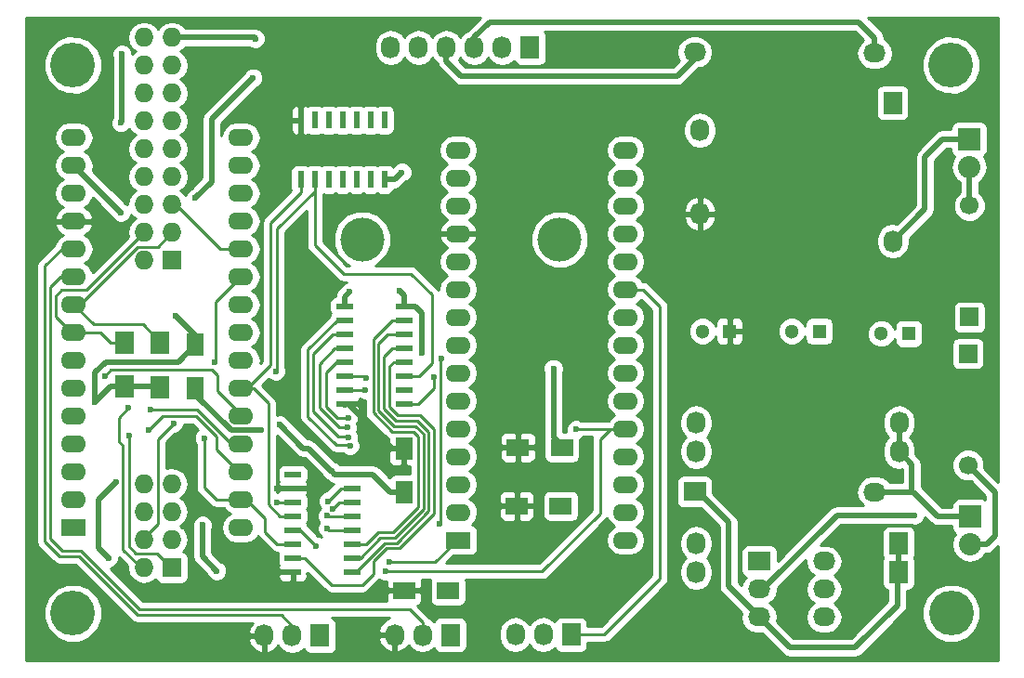
<source format=gtl>
G04 #@! TF.FileFunction,Copper,L1,Top,Signal*
%FSLAX46Y46*%
G04 Gerber Fmt 4.6, Leading zero omitted, Abs format (unit mm)*
G04 Created by KiCad (PCBNEW 4.0.4-stable) date 11/05/16 19:06:31*
%MOMM*%
%LPD*%
G01*
G04 APERTURE LIST*
%ADD10C,0.100000*%
%ADD11C,4.064000*%
%ADD12R,1.600000X2.000000*%
%ADD13C,1.300000*%
%ADD14R,1.300000X1.300000*%
%ADD15R,2.000000X1.600000*%
%ADD16C,1.699260*%
%ADD17R,1.699260X1.699260*%
%ADD18O,2.032000X1.727200*%
%ADD19R,2.032000X1.727200*%
%ADD20O,1.727200X2.032000*%
%ADD21R,1.727200X2.032000*%
%ADD22R,1.500000X0.600000*%
%ADD23R,1.727200X1.727200*%
%ADD24O,1.727200X1.727200*%
%ADD25C,4.000000*%
%ADD26R,2.032000X2.032000*%
%ADD27O,2.032000X2.032000*%
%ADD28R,1.700000X2.000000*%
%ADD29R,2.286000X1.574800*%
%ADD30O,2.286000X1.574800*%
%ADD31R,0.600000X1.500000*%
%ADD32C,0.600000*%
%ADD33C,0.500000*%
%ADD34C,0.250000*%
%ADD35C,0.254000*%
G04 APERTURE END LIST*
D10*
D11*
X152095200Y-103047800D03*
X152069800Y-53086000D03*
X72059800Y-53086000D03*
X72059800Y-103047800D03*
D12*
X102235000Y-88017600D03*
X102235000Y-92017600D03*
X83235800Y-78568800D03*
X83235800Y-82568800D03*
D13*
X137555600Y-77343000D03*
D14*
X140055600Y-77343000D03*
D13*
X145709000Y-77571600D03*
D14*
X148209000Y-77571600D03*
D15*
X102241600Y-100990400D03*
X106241600Y-100990400D03*
D16*
X153621740Y-89560920D03*
D17*
X153621740Y-79400920D03*
D16*
X153743660Y-65912480D03*
D17*
X153743660Y-76072480D03*
D18*
X145106000Y-52017200D03*
X128706000Y-51917200D03*
X145106000Y-92017200D03*
D19*
X128706000Y-91977200D03*
D20*
X128835200Y-99311600D03*
X128835200Y-96711600D03*
X128835200Y-85711600D03*
X128835200Y-88311600D03*
X147335200Y-88311600D03*
D21*
X147295200Y-99311600D03*
D20*
X147335200Y-85711600D03*
D21*
X147295200Y-96711600D03*
D20*
X129179600Y-59039600D03*
X129179600Y-66639600D03*
X146779600Y-69139600D03*
D21*
X146739600Y-56539600D03*
D22*
X102217200Y-83972400D03*
X102217200Y-82702400D03*
X102217200Y-81432400D03*
X102217200Y-80162400D03*
X102217200Y-78892400D03*
X102217200Y-77622400D03*
X102217200Y-76352400D03*
X102217200Y-75082400D03*
X96817200Y-75082400D03*
X96817200Y-76352400D03*
X96817200Y-77622400D03*
X96817200Y-78892400D03*
X96817200Y-80162400D03*
X96817200Y-81432400D03*
X96817200Y-82702400D03*
X96817200Y-83972400D03*
D23*
X81076800Y-70891400D03*
D24*
X78536800Y-70891400D03*
X81076800Y-68351400D03*
X78536800Y-68351400D03*
X81076800Y-65811400D03*
X78536800Y-65811400D03*
X81076800Y-63271400D03*
X78536800Y-63271400D03*
X81076800Y-60731400D03*
X78536800Y-60731400D03*
X81076800Y-58191400D03*
X78536800Y-58191400D03*
X81076800Y-55651400D03*
X78536800Y-55651400D03*
X81076800Y-53111400D03*
X78536800Y-53111400D03*
X81076800Y-50571400D03*
X78536800Y-50571400D03*
D21*
X106451400Y-105029000D03*
D20*
X103911400Y-105029000D03*
X101371400Y-105029000D03*
D21*
X94576900Y-105105200D03*
D20*
X92036900Y-105105200D03*
X89496900Y-105105200D03*
D25*
X98415800Y-68985800D03*
D21*
X113715800Y-51485800D03*
D20*
X111175800Y-51485800D03*
X108635800Y-51485800D03*
X106095800Y-51485800D03*
X103555800Y-51485800D03*
X101015800Y-51485800D03*
D25*
X116415800Y-68985800D03*
D26*
X153797000Y-94234000D03*
D27*
X153797000Y-96774000D03*
D21*
X117449600Y-105003600D03*
D20*
X114909600Y-105003600D03*
X112369600Y-105003600D03*
D26*
X153720800Y-59842400D03*
D27*
X153720800Y-62382400D03*
D28*
X80010000Y-82441800D03*
X80010000Y-78441800D03*
X76758800Y-82416400D03*
X76758800Y-78416400D03*
D22*
X97492800Y-99288600D03*
X97492800Y-98018600D03*
X97492800Y-96748600D03*
X97492800Y-95478600D03*
X97492800Y-94208600D03*
X97492800Y-92938600D03*
X97492800Y-91668600D03*
X97492800Y-90398600D03*
X92092800Y-90398600D03*
X92092800Y-91668600D03*
X92092800Y-92938600D03*
X92092800Y-94208600D03*
X92092800Y-95478600D03*
X92092800Y-96748600D03*
X92092800Y-98018600D03*
X92092800Y-99288600D03*
D18*
X134591800Y-103405000D03*
X134591800Y-100865000D03*
D19*
X134591800Y-98325000D03*
D18*
X140491800Y-98325000D03*
X140491800Y-100865000D03*
X140491800Y-103405000D03*
D23*
X81051400Y-98882200D03*
D24*
X78511400Y-98882200D03*
X81051400Y-96342200D03*
X78511400Y-96342200D03*
X81051400Y-93802200D03*
X78511400Y-93802200D03*
X81051400Y-91262200D03*
X78511400Y-91262200D03*
D29*
X72136000Y-95250000D03*
D30*
X72136000Y-92710000D03*
X72136000Y-90170000D03*
X72136000Y-87630000D03*
X72136000Y-85090000D03*
X72136000Y-82550000D03*
X72136000Y-80010000D03*
X72136000Y-77470000D03*
X72136000Y-74930000D03*
X72136000Y-72390000D03*
X72136000Y-69850000D03*
X72136000Y-67310000D03*
X72136000Y-64770000D03*
X72136000Y-62230000D03*
X72136000Y-59690000D03*
X87376000Y-59690000D03*
X87376000Y-62230000D03*
X87376000Y-64770000D03*
X87376000Y-67310000D03*
X87376000Y-69850000D03*
X87376000Y-72390000D03*
X87376000Y-74930000D03*
X87376000Y-77470000D03*
X87376000Y-80010000D03*
X87376000Y-82550000D03*
X87376000Y-85090000D03*
X87376000Y-87630000D03*
X87376000Y-90170000D03*
X87376000Y-92710000D03*
X87376000Y-95250000D03*
D29*
X107162600Y-96393000D03*
D30*
X107162600Y-93853000D03*
X107162600Y-91313000D03*
X107162600Y-88773000D03*
X107162600Y-86233000D03*
X107162600Y-83693000D03*
X107162600Y-81153000D03*
X107162600Y-78613000D03*
X107162600Y-76073000D03*
X107162600Y-73533000D03*
X107162600Y-70993000D03*
X107162600Y-68453000D03*
X107162600Y-65913000D03*
X107162600Y-63373000D03*
X107162600Y-60833000D03*
X122402600Y-60833000D03*
X122402600Y-63373000D03*
X122402600Y-65913000D03*
X122402600Y-68453000D03*
X122402600Y-70993000D03*
X122402600Y-73533000D03*
X122402600Y-76073000D03*
X122402600Y-78613000D03*
X122402600Y-81153000D03*
X122402600Y-83693000D03*
X122402600Y-86233000D03*
X122402600Y-88773000D03*
X122402600Y-91313000D03*
X122402600Y-93853000D03*
X122402600Y-96393000D03*
D31*
X92811600Y-63507600D03*
X94081600Y-63507600D03*
X95351600Y-63507600D03*
X96621600Y-63507600D03*
X97891600Y-63507600D03*
X99161600Y-63507600D03*
X100431600Y-63507600D03*
X100431600Y-58107600D03*
X99161600Y-58107600D03*
X97891600Y-58107600D03*
X96621600Y-58107600D03*
X95351600Y-58107600D03*
X94081600Y-58107600D03*
X92811600Y-58107600D03*
D13*
X129402200Y-77343000D03*
D14*
X131902200Y-77343000D03*
D15*
X112503200Y-93268800D03*
X116503200Y-93268800D03*
X112604800Y-87934800D03*
X116604800Y-87934800D03*
D32*
X103860600Y-79311500D03*
X94234000Y-96926400D03*
X106241600Y-100990400D03*
X104952800Y-81495900D03*
X115836700Y-80746600D03*
X102395000Y-91617800D03*
X90893900Y-85864700D03*
X95605600Y-90068400D03*
X85166200Y-99187000D03*
X83883500Y-95034100D03*
X89204800Y-86334600D03*
X75323700Y-98044000D03*
X75996800Y-91135200D03*
X116604800Y-87934800D03*
X116503200Y-93268800D03*
X101841300Y-73698100D03*
X97269300Y-73761600D03*
X102031800Y-62865000D03*
X76530200Y-52082700D03*
X76415900Y-58369200D03*
X76441300Y-66522600D03*
X91814400Y-101219000D03*
X89242900Y-96799400D03*
X90614500Y-91732100D03*
X102235000Y-88017600D03*
X111048800Y-87960200D03*
X93389700Y-60998100D03*
X99136200Y-86017100D03*
X102241600Y-100990400D03*
X148742400Y-94107000D03*
X90551000Y-81026000D03*
X97294700Y-87795100D03*
X97155000Y-86995000D03*
X97066100Y-86144100D03*
X97129600Y-85293200D03*
X98793300Y-81622900D03*
X117906800Y-86309200D03*
X98679000Y-82702400D03*
X100558600Y-99263200D03*
X95250000Y-95351600D03*
X95224600Y-94183200D03*
X95732600Y-93548200D03*
X95300800Y-92837000D03*
X105613200Y-79857600D03*
X105473500Y-94869000D03*
X90614500Y-92951300D03*
X81229200Y-85750400D03*
X84023200Y-87096600D03*
X77152500Y-86893400D03*
X77139800Y-84302600D03*
X100850700Y-98386900D03*
X83045300Y-78790800D03*
X88678000Y-50673000D03*
X88480900Y-54254400D03*
X83235800Y-65189100D03*
X81432400Y-75920600D03*
X74091800Y-83794600D03*
X84963000Y-80200500D03*
X74955400Y-81407000D03*
X79121000Y-84531200D03*
X78968600Y-86385400D03*
D33*
X103263700Y-75082400D02*
X102217200Y-75082400D01*
X103835200Y-75653900D02*
X103263700Y-75082400D01*
X103835200Y-79286100D02*
X103835200Y-75653900D01*
X103860600Y-79311500D02*
X103835200Y-79286100D01*
D34*
X92092800Y-95478600D02*
X92786200Y-95478600D01*
X92786200Y-95478600D02*
X94234000Y-96926400D01*
D33*
X106241600Y-101022400D02*
X106241600Y-100990400D01*
D34*
X102217200Y-83972400D02*
X103543100Y-83972400D01*
X104952800Y-82562700D02*
X104952800Y-81495900D01*
X103543100Y-83972400D02*
X104952800Y-82562700D01*
D33*
X116604800Y-87934800D02*
X116604800Y-87763100D01*
X116604800Y-87763100D02*
X115836700Y-86995000D01*
X115836700Y-86995000D02*
X115836700Y-80746600D01*
X102235000Y-92017600D02*
X101009200Y-92017600D01*
X99390200Y-90398600D02*
X97492800Y-90398600D01*
X101009200Y-92017600D02*
X99390200Y-90398600D01*
X102395000Y-91617800D02*
X102235000Y-91777800D01*
X102235000Y-91777800D02*
X102235000Y-92017600D01*
X95605600Y-90068400D02*
X95567500Y-90068400D01*
X93052900Y-88023700D02*
X90893900Y-85864700D01*
X93522800Y-88023700D02*
X93052900Y-88023700D01*
X95567500Y-90068400D02*
X93522800Y-88023700D01*
X97492800Y-90398600D02*
X95935800Y-90398600D01*
X95935800Y-90398600D02*
X95605600Y-90068400D01*
X92092800Y-95478600D02*
X92697300Y-95478600D01*
X83845400Y-97866200D02*
X85166200Y-99187000D01*
X83845400Y-95072200D02*
X83845400Y-97866200D01*
X83883500Y-95034100D02*
X83845400Y-95072200D01*
X83235800Y-82568800D02*
X83235800Y-83108800D01*
X83235800Y-83108800D02*
X86461600Y-86334600D01*
X86461600Y-86334600D02*
X89204800Y-86334600D01*
X74396600Y-97116900D02*
X75323700Y-98044000D01*
X74396600Y-92735400D02*
X74396600Y-97116900D01*
X75996800Y-91135200D02*
X74396600Y-92735400D01*
X102217200Y-75082400D02*
X102217200Y-74074000D01*
X102217200Y-74074000D02*
X101841300Y-73698100D01*
X96817200Y-75082400D02*
X96817200Y-74213700D01*
X96817200Y-74213700D02*
X97269300Y-73761600D01*
X100431600Y-63507600D02*
X101389200Y-63507600D01*
X101389200Y-63507600D02*
X102031800Y-62865000D01*
X76530200Y-58254900D02*
X76530200Y-52082700D01*
X76415900Y-58369200D02*
X76530200Y-58254900D01*
X74980800Y-65074800D02*
X72136000Y-62230000D01*
X74993500Y-65074800D02*
X74980800Y-65074800D01*
X76441300Y-66522600D02*
X74993500Y-65074800D01*
X147335200Y-88311600D02*
X147335200Y-85711600D01*
X148513800Y-92017200D02*
X148513800Y-89490200D01*
X148513800Y-89490200D02*
X147335200Y-88311600D01*
X153797000Y-94234000D02*
X150876000Y-94234000D01*
X148659200Y-92017200D02*
X148513800Y-92017200D01*
X148513800Y-92017200D02*
X145106000Y-92017200D01*
X150876000Y-94234000D02*
X148659200Y-92017200D01*
X145106000Y-52017200D02*
X145106000Y-50618000D01*
X110058200Y-49149000D02*
X108635800Y-50571400D01*
X143637000Y-49149000D02*
X110058200Y-49149000D01*
X145106000Y-50618000D02*
X143637000Y-49149000D01*
X108635800Y-50571400D02*
X108635800Y-51485800D01*
X149682200Y-66237000D02*
X146779600Y-69139600D01*
X149682200Y-61468000D02*
X149682200Y-66237000D01*
X151307800Y-59842400D02*
X149682200Y-61468000D01*
X153720800Y-59842400D02*
X151307800Y-59842400D01*
D34*
X92092800Y-91668600D02*
X90678000Y-91668600D01*
X92092800Y-100940600D02*
X91814400Y-101219000D01*
X92092800Y-100940600D02*
X92092800Y-99288600D01*
X89293700Y-98698300D02*
X91814400Y-101219000D01*
X89293700Y-96850200D02*
X89293700Y-98698300D01*
X89242900Y-96799400D02*
X89293700Y-96850200D01*
X90678000Y-91668600D02*
X90614500Y-91732100D01*
D33*
X101174800Y-88017600D02*
X102235000Y-88017600D01*
X99498150Y-86340950D02*
X101174800Y-88017600D01*
X111074200Y-87934800D02*
X112604800Y-87934800D01*
X111048800Y-87960200D02*
X111074200Y-87934800D01*
X92811600Y-58107600D02*
X92811600Y-60420000D01*
X92811600Y-60420000D02*
X93389700Y-60998100D01*
X99460050Y-86340950D02*
X99498150Y-86340950D01*
X99136200Y-86017100D02*
X99460050Y-86340950D01*
X96817200Y-83972400D02*
X97129600Y-83972400D01*
X97129600Y-83972400D02*
X99498150Y-86340950D01*
X128706000Y-91977200D02*
X129010400Y-91977200D01*
X129010400Y-91977200D02*
X131800600Y-94767400D01*
X131800600Y-94767400D02*
X131800600Y-100613800D01*
X131800600Y-100613800D02*
X134591800Y-103405000D01*
X147295200Y-96711600D02*
X147295200Y-99311600D01*
X147295200Y-99311600D02*
X147193000Y-99413800D01*
X147193000Y-99413800D02*
X147193000Y-102336600D01*
X147193000Y-102336600D02*
X143332200Y-106197400D01*
X143332200Y-106197400D02*
X137384200Y-106197400D01*
X137384200Y-106197400D02*
X134591800Y-103405000D01*
X153797000Y-96774000D02*
X155295600Y-96774000D01*
X156083000Y-92022180D02*
X153621740Y-89560920D01*
X156083000Y-95986600D02*
X156083000Y-92022180D01*
X155295600Y-96774000D02*
X156083000Y-95986600D01*
X134591800Y-100865000D02*
X134923200Y-100865000D01*
X134923200Y-100865000D02*
X141681200Y-94107000D01*
X141681200Y-94107000D02*
X148742400Y-94107000D01*
X153743660Y-65912480D02*
X153743660Y-62405260D01*
X153743660Y-62405260D02*
X153720800Y-62382400D01*
X128706000Y-51917200D02*
X128706000Y-52497600D01*
X128706000Y-52497600D02*
X127101600Y-54102000D01*
X127101600Y-54102000D02*
X107442000Y-54102000D01*
X107442000Y-54102000D02*
X106095800Y-52755800D01*
X106095800Y-52755800D02*
X106095800Y-51485800D01*
D34*
X94081600Y-64490600D02*
X94081600Y-69469000D01*
X103581200Y-81432400D02*
X102217200Y-81432400D01*
X104749600Y-80264000D02*
X103581200Y-81432400D01*
X104749600Y-74015600D02*
X104749600Y-80264000D01*
X102844600Y-72110600D02*
X104749600Y-74015600D01*
X96723200Y-72110600D02*
X102844600Y-72110600D01*
X94081600Y-69469000D02*
X96723200Y-72110600D01*
X94081600Y-64566800D02*
X94081600Y-64490600D01*
X94081600Y-64490600D02*
X94081600Y-63507600D01*
X90627200Y-68021200D02*
X94081600Y-64566800D01*
X90627200Y-80949800D02*
X90627200Y-68021200D01*
X90551000Y-81026000D02*
X90627200Y-80949800D01*
X102217200Y-80162400D02*
X101282500Y-80162400D01*
X93167200Y-98018600D02*
X92092800Y-98018600D01*
X95656400Y-100507800D02*
X93167200Y-98018600D01*
X98412300Y-100507800D02*
X95656400Y-100507800D01*
X99441000Y-99479100D02*
X98412300Y-100507800D01*
X99441000Y-98330300D02*
X99441000Y-99479100D01*
X100641700Y-97129600D02*
X99441000Y-98330300D01*
X101803200Y-97129600D02*
X100641700Y-97129600D01*
X104914700Y-94018100D02*
X101803200Y-97129600D01*
X104914700Y-86283800D02*
X104914700Y-94018100D01*
X103644700Y-85013800D02*
X104914700Y-86283800D01*
X101676200Y-85013800D02*
X103644700Y-85013800D01*
X100888800Y-84226400D02*
X101676200Y-85013800D01*
X100888800Y-80556100D02*
X100888800Y-84226400D01*
X101282500Y-80162400D02*
X100888800Y-80556100D01*
X97492800Y-99288600D02*
X97846302Y-99288600D01*
X97846302Y-99288600D02*
X100487902Y-96647000D01*
X100487902Y-96647000D02*
X101561900Y-96647000D01*
X101561900Y-96647000D02*
X104457500Y-93751400D01*
X104457500Y-93751400D02*
X104457500Y-86512400D01*
X104457500Y-86512400D02*
X103466900Y-85521800D01*
X103466900Y-85521800D02*
X101460300Y-85521800D01*
X101460300Y-85521800D02*
X100355400Y-84416900D01*
X100355400Y-84416900D02*
X100355400Y-79705200D01*
X100355400Y-79705200D02*
X101168200Y-78892400D01*
X101168200Y-78892400D02*
X102217200Y-78892400D01*
X97492800Y-98018600D02*
X98240002Y-98018600D01*
X98240002Y-98018600D02*
X100068802Y-96189800D01*
X100068802Y-96189800D02*
X101358700Y-96189800D01*
X102217200Y-77622400D02*
X100754602Y-77622400D01*
X104000300Y-93548200D02*
X101358700Y-96189800D01*
X104000300Y-86728300D02*
X104000300Y-93548200D01*
X103289100Y-86017100D02*
X104000300Y-86728300D01*
X101313402Y-86017100D02*
X103289100Y-86017100D01*
X99879849Y-84583547D02*
X101313402Y-86017100D01*
X99879849Y-78497153D02*
X99879849Y-84583547D01*
X100754602Y-77622400D02*
X99879849Y-78497153D01*
X102217200Y-76352400D02*
X101104700Y-76352400D01*
X98793300Y-96748600D02*
X97492800Y-96748600D01*
X99834700Y-95707200D02*
X98793300Y-96748600D01*
X101193600Y-95707200D02*
X99834700Y-95707200D01*
X103530400Y-93370400D02*
X101193600Y-95707200D01*
X103530400Y-86944200D02*
X103530400Y-93370400D01*
X103085900Y-86499700D02*
X103530400Y-86944200D01*
X101155500Y-86499700D02*
X103085900Y-86499700D01*
X99428300Y-84772500D02*
X101155500Y-86499700D01*
X99428300Y-78028800D02*
X99428300Y-84772500D01*
X101104700Y-76352400D02*
X99428300Y-78028800D01*
X97492800Y-96748600D02*
X98132900Y-96748600D01*
X97492800Y-96748600D02*
X98018600Y-96748600D01*
X96024700Y-87693500D02*
X93472000Y-85140800D01*
X93472000Y-79019400D02*
X93472000Y-85140800D01*
X93472000Y-79019400D02*
X96139000Y-76352400D01*
X97193100Y-87693500D02*
X96024700Y-87693500D01*
X97294700Y-87795100D02*
X97193100Y-87693500D01*
X96817200Y-76352400D02*
X96139000Y-76352400D01*
X97123250Y-86963250D02*
X96259650Y-86963250D01*
X97155000Y-86995000D02*
X97123250Y-86963250D01*
X93954600Y-84658200D02*
X96259650Y-86963250D01*
X93954600Y-79400400D02*
X93954600Y-84658200D01*
X96817200Y-77622400D02*
X95732600Y-77622400D01*
X93954600Y-79400400D02*
X95732600Y-77622400D01*
X96259650Y-86963250D02*
X96266000Y-86969600D01*
X94513400Y-80314800D02*
X94513400Y-84302600D01*
X94513400Y-80314800D02*
X95935800Y-78892400D01*
X95935800Y-78892400D02*
X96817200Y-78892400D01*
X94513400Y-84302600D02*
X96342200Y-86131400D01*
X97053400Y-86131400D02*
X96342200Y-86131400D01*
X97066100Y-86144100D02*
X97053400Y-86131400D01*
X97123250Y-85286850D02*
X96183450Y-85286850D01*
X97129600Y-85293200D02*
X97123250Y-85286850D01*
X95097600Y-84201000D02*
X96183450Y-85286850D01*
X96183450Y-85286850D02*
X96189800Y-85293200D01*
X96037400Y-80162400D02*
X96817200Y-80162400D01*
X95097600Y-81102200D02*
X96037400Y-80162400D01*
X95097600Y-81102200D02*
X95097600Y-84201000D01*
X98602800Y-81432400D02*
X96817200Y-81432400D01*
X98793300Y-81622900D02*
X98602800Y-81432400D01*
X117906800Y-86309200D02*
X117983000Y-86233000D01*
X122402600Y-86233000D02*
X117983000Y-86233000D01*
X98679000Y-82702400D02*
X96817200Y-82702400D01*
X121081800Y-86233000D02*
X122402600Y-86233000D01*
X120091200Y-87223600D02*
X121081800Y-86233000D01*
X120091200Y-93980000D02*
X120091200Y-87223600D01*
X114808000Y-99263200D02*
X120091200Y-93980000D01*
X100558600Y-99263200D02*
X114808000Y-99263200D01*
X95250000Y-95351600D02*
X95377000Y-95478600D01*
X95377000Y-95478600D02*
X97492800Y-95478600D01*
X97492800Y-95478600D02*
X97002600Y-95478600D01*
X95224600Y-94183200D02*
X95250000Y-94208600D01*
X95250000Y-94208600D02*
X97492800Y-94208600D01*
X95732600Y-93548200D02*
X96342200Y-92938600D01*
X96342200Y-92938600D02*
X97492800Y-92938600D01*
X97492800Y-92938600D02*
X96951800Y-92938600D01*
X96469200Y-91668600D02*
X97492800Y-91668600D01*
X95300800Y-92837000D02*
X96469200Y-91668600D01*
X105587800Y-79883000D02*
X105613200Y-79857600D01*
X105587800Y-94754700D02*
X105587800Y-79883000D01*
X105473500Y-94869000D02*
X105587800Y-94754700D01*
X81051400Y-93802200D02*
X81051400Y-93726000D01*
X90627200Y-92938600D02*
X92092800Y-92938600D01*
X90614500Y-92951300D02*
X90627200Y-92938600D01*
X78511400Y-96342200D02*
X78511400Y-96164400D01*
X78511400Y-96164400D02*
X79806800Y-94869000D01*
X79806800Y-94869000D02*
X79806800Y-87172800D01*
X79806800Y-87172800D02*
X81229200Y-85750400D01*
X87376000Y-92710000D02*
X87858600Y-92710000D01*
X87858600Y-92710000D02*
X89585800Y-94437200D01*
X90678000Y-96748600D02*
X92092800Y-96748600D01*
X89585800Y-95656400D02*
X90678000Y-96748600D01*
X89585800Y-94437200D02*
X89585800Y-95656400D01*
X87376000Y-92710000D02*
X85115400Y-92710000D01*
X84023200Y-91617800D02*
X84023200Y-87096600D01*
X85115400Y-92710000D02*
X84023200Y-91617800D01*
X81051400Y-98882200D02*
X81000600Y-98882200D01*
X81000600Y-98882200D02*
X79717900Y-97599500D01*
X77152500Y-96951800D02*
X77152500Y-86893400D01*
X77800200Y-97599500D02*
X77152500Y-96951800D01*
X79717900Y-97599500D02*
X77800200Y-97599500D01*
X81051400Y-98882200D02*
X80797400Y-98882200D01*
X78511400Y-98882200D02*
X78257400Y-98882200D01*
X78257400Y-98882200D02*
X76631800Y-97256600D01*
X76631800Y-97256600D02*
X76631800Y-87807800D01*
X76631800Y-87807800D02*
X76225400Y-87401400D01*
X76225400Y-87401400D02*
X76225400Y-85217000D01*
X76225400Y-85217000D02*
X77139800Y-84302600D01*
X122402600Y-73533000D02*
X123990100Y-73533000D01*
X120472200Y-105003600D02*
X117449600Y-105003600D01*
X125564900Y-99910900D02*
X120472200Y-105003600D01*
X125564900Y-75107800D02*
X125564900Y-99910900D01*
X123990100Y-73533000D02*
X125564900Y-75107800D01*
X107162600Y-96393000D02*
X107061000Y-96393000D01*
X107061000Y-96393000D02*
X105067100Y-98386900D01*
X105067100Y-98386900D02*
X100850700Y-98386900D01*
X90932000Y-94208600D02*
X90919300Y-94208600D01*
X89852500Y-83908900D02*
X88493600Y-82550000D01*
X89852500Y-93141800D02*
X89852500Y-83908900D01*
X90919300Y-94208600D02*
X89852500Y-93141800D01*
X88493600Y-82550000D02*
X87376000Y-82550000D01*
X87376000Y-82550000D02*
X87909400Y-82550000D01*
X87909400Y-82550000D02*
X90068400Y-80391000D01*
X92811600Y-64693800D02*
X92811600Y-63507600D01*
X90068400Y-67437000D02*
X92811600Y-64693800D01*
X90068400Y-80391000D02*
X90068400Y-67437000D01*
X92092800Y-94208600D02*
X90932000Y-94208600D01*
X90932000Y-94208600D02*
X90906600Y-94208600D01*
X88493600Y-82550000D02*
X87376000Y-82550000D01*
D33*
X83045300Y-78790800D02*
X83235800Y-78600300D01*
X83235800Y-78600300D02*
X83235800Y-78568800D01*
X88576400Y-50571400D02*
X81076800Y-50571400D01*
X88678000Y-50673000D02*
X88576400Y-50571400D01*
X84709000Y-58026300D02*
X88480900Y-54254400D01*
X84709000Y-63715900D02*
X84709000Y-58026300D01*
X83235800Y-65189100D02*
X84709000Y-63715900D01*
X83235800Y-78568800D02*
X83235800Y-77724000D01*
X83235800Y-77724000D02*
X81432400Y-75920600D01*
X74091800Y-83794600D02*
X74091800Y-81127600D01*
X81642200Y-80162400D02*
X83235800Y-78568800D01*
X75057000Y-80162400D02*
X81642200Y-80162400D01*
X74091800Y-81127600D02*
X75057000Y-80162400D01*
X76758800Y-82416400D02*
X79984600Y-82416400D01*
X79984600Y-82416400D02*
X80010000Y-82441800D01*
X75470000Y-82416400D02*
X76758800Y-82416400D01*
X74091800Y-83794600D02*
X75470000Y-82416400D01*
X79984600Y-82416400D02*
X80010000Y-82441800D01*
D34*
X72136000Y-77470000D02*
X71907400Y-77470000D01*
X71907400Y-77470000D02*
X70459600Y-76022200D01*
X73279000Y-73609200D02*
X78536800Y-68351400D01*
X71018400Y-73609200D02*
X73279000Y-73609200D01*
X70459600Y-74168000D02*
X71018400Y-73609200D01*
X70459600Y-76022200D02*
X70459600Y-74168000D01*
X76758800Y-78416400D02*
X76758800Y-78181200D01*
X76758800Y-78416400D02*
X75470000Y-78416400D01*
X74523600Y-77470000D02*
X72136000Y-77470000D01*
X75470000Y-78416400D02*
X74523600Y-77470000D01*
X72136000Y-74930000D02*
X72669400Y-74930000D01*
X72669400Y-74930000D02*
X77952600Y-69646800D01*
X79781400Y-69646800D02*
X81076800Y-68351400D01*
X77952600Y-69646800D02*
X79781400Y-69646800D01*
X80010000Y-78441800D02*
X80010000Y-78282800D01*
X80010000Y-78282800D02*
X78460600Y-76733400D01*
X73939400Y-76733400D02*
X72136000Y-74930000D01*
X78460600Y-76733400D02*
X73939400Y-76733400D01*
X80010000Y-78441800D02*
X80010000Y-78291800D01*
X100736400Y-102730300D02*
X102730300Y-102730300D01*
X103911400Y-103911400D02*
X103911400Y-105029000D01*
X102730300Y-102730300D02*
X103911400Y-103911400D01*
X72136000Y-72390000D02*
X70904100Y-72390000D01*
X78143100Y-102730300D02*
X100736400Y-102730300D01*
X100736400Y-102730300D02*
X100799900Y-102730300D01*
X72809100Y-97396300D02*
X78143100Y-102730300D01*
X71069200Y-97396300D02*
X72809100Y-97396300D01*
X69977000Y-96304100D02*
X71069200Y-97396300D01*
X69977000Y-73317100D02*
X69977000Y-96304100D01*
X70904100Y-72390000D02*
X69977000Y-73317100D01*
X72136000Y-72390000D02*
X71132700Y-72390000D01*
X88696800Y-103200200D02*
X91046300Y-103200200D01*
X91046300Y-103200200D02*
X92036900Y-104190800D01*
X92036900Y-104190800D02*
X92036900Y-105105200D01*
X72136000Y-69850000D02*
X71081900Y-69850000D01*
X71081900Y-69850000D02*
X69519800Y-71412100D01*
X77914500Y-103200200D02*
X88696800Y-103200200D01*
X88696800Y-103200200D02*
X88734900Y-103200200D01*
X72593200Y-97878900D02*
X77914500Y-103200200D01*
X70853300Y-97878900D02*
X72593200Y-97878900D01*
X69519800Y-96545400D02*
X70853300Y-97878900D01*
X69519800Y-71412100D02*
X69519800Y-96545400D01*
X72136000Y-69850000D02*
X71158100Y-69850000D01*
X81076800Y-65811400D02*
X81432400Y-65811400D01*
X81432400Y-65811400D02*
X85471000Y-69850000D01*
X85471000Y-69850000D02*
X87376000Y-69850000D01*
X84963000Y-80200500D02*
X85077300Y-80086200D01*
X85077300Y-80086200D02*
X85077300Y-74688700D01*
X85077300Y-74688700D02*
X87376000Y-72390000D01*
X85242400Y-81737200D02*
X85242400Y-81330800D01*
X75514200Y-80848200D02*
X74955400Y-81407000D01*
X84759800Y-80848200D02*
X75514200Y-80848200D01*
X85242400Y-81330800D02*
X84759800Y-80848200D01*
X87376000Y-85090000D02*
X87376000Y-84912200D01*
X87376000Y-84912200D02*
X85242400Y-82778600D01*
X85242400Y-82778600D02*
X85242400Y-81737200D01*
X85242400Y-81737200D02*
X85242400Y-81661000D01*
X79121000Y-84531200D02*
X83375500Y-84531200D01*
X83375500Y-84531200D02*
X86474300Y-87630000D01*
X86474300Y-87630000D02*
X87376000Y-87630000D01*
X87376000Y-87630000D02*
X87172800Y-87630000D01*
X87376000Y-90170000D02*
X87147400Y-90170000D01*
X87147400Y-90170000D02*
X85115400Y-88138000D01*
X85115400Y-88138000D02*
X85115400Y-86944200D01*
X85115400Y-86944200D02*
X83261200Y-85090000D01*
X83261200Y-85090000D02*
X80264000Y-85090000D01*
X80264000Y-85090000D02*
X78968600Y-86385400D01*
D35*
G36*
X108010010Y-49945610D02*
X108002930Y-49956206D01*
X107576130Y-50241385D01*
X107365800Y-50556166D01*
X107155470Y-50241385D01*
X106669289Y-49916529D01*
X106095800Y-49802455D01*
X105522311Y-49916529D01*
X105036130Y-50241385D01*
X104825800Y-50556166D01*
X104615470Y-50241385D01*
X104129289Y-49916529D01*
X103555800Y-49802455D01*
X102982311Y-49916529D01*
X102496130Y-50241385D01*
X102285800Y-50556166D01*
X102075470Y-50241385D01*
X101589289Y-49916529D01*
X101015800Y-49802455D01*
X100442311Y-49916529D01*
X99956130Y-50241385D01*
X99631274Y-50727566D01*
X99517200Y-51301055D01*
X99517200Y-51670545D01*
X99631274Y-52244034D01*
X99956130Y-52730215D01*
X100442311Y-53055071D01*
X101015800Y-53169145D01*
X101589289Y-53055071D01*
X102075470Y-52730215D01*
X102285800Y-52415434D01*
X102496130Y-52730215D01*
X102982311Y-53055071D01*
X103555800Y-53169145D01*
X104129289Y-53055071D01*
X104615470Y-52730215D01*
X104825800Y-52415434D01*
X105036130Y-52730215D01*
X105231704Y-52860893D01*
X105254774Y-52976870D01*
X105278167Y-53094475D01*
X105461864Y-53369399D01*
X105470010Y-53381590D01*
X106816208Y-54727787D01*
X106816210Y-54727790D01*
X107103325Y-54919633D01*
X107442000Y-54987000D01*
X127101595Y-54987000D01*
X127101600Y-54987001D01*
X127402389Y-54927169D01*
X127440275Y-54919633D01*
X127727390Y-54727790D01*
X127727391Y-54727789D01*
X128841007Y-53614172D01*
X149402338Y-53614172D01*
X149807509Y-54594761D01*
X150557093Y-55345655D01*
X151536973Y-55752536D01*
X152597972Y-55753462D01*
X153578561Y-55348291D01*
X154329455Y-54598707D01*
X154736336Y-53618827D01*
X154737262Y-52557828D01*
X154332091Y-51577239D01*
X153582507Y-50826345D01*
X152602627Y-50419464D01*
X151541628Y-50418538D01*
X150561039Y-50823709D01*
X149810145Y-51573293D01*
X149403264Y-52553173D01*
X149402338Y-53614172D01*
X128841007Y-53614172D01*
X129076285Y-53378894D01*
X129464234Y-53301726D01*
X129950415Y-52976870D01*
X130275271Y-52490689D01*
X130389345Y-51917200D01*
X130275271Y-51343711D01*
X129950415Y-50857530D01*
X129464234Y-50532674D01*
X128890745Y-50418600D01*
X128521255Y-50418600D01*
X127947766Y-50532674D01*
X127461585Y-50857530D01*
X127136729Y-51343711D01*
X127022655Y-51917200D01*
X127136729Y-52490689D01*
X127266747Y-52685274D01*
X126735020Y-53217000D01*
X107808579Y-53217000D01*
X107222090Y-52630511D01*
X107365800Y-52415434D01*
X107576130Y-52730215D01*
X108062311Y-53055071D01*
X108635800Y-53169145D01*
X109209289Y-53055071D01*
X109695470Y-52730215D01*
X109905800Y-52415434D01*
X110116130Y-52730215D01*
X110602311Y-53055071D01*
X111175800Y-53169145D01*
X111749289Y-53055071D01*
X112235470Y-52730215D01*
X112245043Y-52715887D01*
X112249038Y-52737117D01*
X112388110Y-52953241D01*
X112600310Y-53098231D01*
X112852200Y-53149240D01*
X114579400Y-53149240D01*
X114814717Y-53104962D01*
X115030841Y-52965890D01*
X115175831Y-52753690D01*
X115226840Y-52501800D01*
X115226840Y-50469800D01*
X115182562Y-50234483D01*
X115053555Y-50034000D01*
X143270420Y-50034000D01*
X144060824Y-50824403D01*
X143861585Y-50957530D01*
X143536729Y-51443711D01*
X143422655Y-52017200D01*
X143536729Y-52590689D01*
X143861585Y-53076870D01*
X144347766Y-53401726D01*
X144921255Y-53515800D01*
X145290745Y-53515800D01*
X145864234Y-53401726D01*
X146350415Y-53076870D01*
X146675271Y-52590689D01*
X146789345Y-52017200D01*
X146675271Y-51443711D01*
X146350415Y-50957530D01*
X145991000Y-50717376D01*
X145991000Y-50618005D01*
X145991001Y-50618000D01*
X145923633Y-50279326D01*
X145923633Y-50279325D01*
X145731790Y-49992210D01*
X145731787Y-49992208D01*
X144506380Y-48766800D01*
X156389000Y-48766800D01*
X156389000Y-91076601D01*
X155106168Y-89793768D01*
X155106628Y-89266904D01*
X154881082Y-88721043D01*
X154463814Y-88303046D01*
X153918347Y-88076548D01*
X153327724Y-88076032D01*
X152781863Y-88301578D01*
X152363866Y-88718846D01*
X152137368Y-89264313D01*
X152136852Y-89854936D01*
X152362398Y-90400797D01*
X152779666Y-90818794D01*
X153325133Y-91045292D01*
X153854995Y-91045755D01*
X155198000Y-92388759D01*
X155198000Y-92712519D01*
X155064890Y-92621569D01*
X154813000Y-92570560D01*
X152781000Y-92570560D01*
X152545683Y-92614838D01*
X152329559Y-92753910D01*
X152184569Y-92966110D01*
X152133560Y-93218000D01*
X152133560Y-93349000D01*
X151242579Y-93349000D01*
X149398800Y-91505220D01*
X149398800Y-89490205D01*
X149398801Y-89490200D01*
X149331433Y-89151525D01*
X149316538Y-89129233D01*
X149139590Y-88864410D01*
X149139587Y-88864408D01*
X148823468Y-88548289D01*
X148833800Y-88496345D01*
X148833800Y-88126855D01*
X148719726Y-87553366D01*
X148394870Y-87067185D01*
X148311681Y-87011600D01*
X148394870Y-86956015D01*
X148719726Y-86469834D01*
X148833800Y-85896345D01*
X148833800Y-85526855D01*
X148719726Y-84953366D01*
X148394870Y-84467185D01*
X147908689Y-84142329D01*
X147335200Y-84028255D01*
X146761711Y-84142329D01*
X146275530Y-84467185D01*
X145950674Y-84953366D01*
X145836600Y-85526855D01*
X145836600Y-85896345D01*
X145950674Y-86469834D01*
X146275530Y-86956015D01*
X146358719Y-87011600D01*
X146275530Y-87067185D01*
X145950674Y-87553366D01*
X145836600Y-88126855D01*
X145836600Y-88496345D01*
X145950674Y-89069834D01*
X146275530Y-89556015D01*
X146761711Y-89880871D01*
X147335200Y-89994945D01*
X147628800Y-89936544D01*
X147628800Y-91132200D01*
X146467126Y-91132200D01*
X146350415Y-90957530D01*
X145864234Y-90632674D01*
X145290745Y-90518600D01*
X144921255Y-90518600D01*
X144347766Y-90632674D01*
X143861585Y-90957530D01*
X143536729Y-91443711D01*
X143422655Y-92017200D01*
X143536729Y-92590689D01*
X143861585Y-93076870D01*
X144078787Y-93222000D01*
X141681205Y-93222000D01*
X141681200Y-93221999D01*
X141342525Y-93289367D01*
X141055410Y-93481210D01*
X141055408Y-93481213D01*
X136255240Y-98281380D01*
X136255240Y-97461400D01*
X136210962Y-97226083D01*
X136071890Y-97009959D01*
X135859690Y-96864969D01*
X135607800Y-96813960D01*
X133575800Y-96813960D01*
X133340483Y-96858238D01*
X133124359Y-96997310D01*
X132979369Y-97209510D01*
X132928360Y-97461400D01*
X132928360Y-99188600D01*
X132972638Y-99423917D01*
X133111710Y-99640041D01*
X133323910Y-99785031D01*
X133365239Y-99793400D01*
X133347385Y-99805330D01*
X133022529Y-100291511D01*
X132973977Y-100535597D01*
X132685600Y-100247220D01*
X132685600Y-94767405D01*
X132685601Y-94767400D01*
X132621751Y-94446410D01*
X132618233Y-94428725D01*
X132426390Y-94141610D01*
X132426387Y-94141608D01*
X130369440Y-92084660D01*
X130369440Y-91113600D01*
X130325162Y-90878283D01*
X130186090Y-90662159D01*
X129973890Y-90517169D01*
X129722000Y-90466160D01*
X127690000Y-90466160D01*
X127454683Y-90510438D01*
X127238559Y-90649510D01*
X127093569Y-90861710D01*
X127042560Y-91113600D01*
X127042560Y-92840800D01*
X127086838Y-93076117D01*
X127225910Y-93292241D01*
X127438110Y-93437231D01*
X127690000Y-93488240D01*
X129269860Y-93488240D01*
X130915600Y-95133979D01*
X130915600Y-100613795D01*
X130915599Y-100613800D01*
X130965249Y-100863400D01*
X130982967Y-100952475D01*
X131133122Y-101177199D01*
X131174810Y-101239590D01*
X132980090Y-103044869D01*
X132908455Y-103405000D01*
X133022529Y-103978489D01*
X133347385Y-104464670D01*
X133833566Y-104789526D01*
X134407055Y-104903600D01*
X134776545Y-104903600D01*
X134828488Y-104893268D01*
X136758408Y-106823187D01*
X136758410Y-106823190D01*
X137045525Y-107015033D01*
X137101716Y-107026210D01*
X137384200Y-107082401D01*
X137384205Y-107082400D01*
X143332195Y-107082400D01*
X143332200Y-107082401D01*
X143614684Y-107026210D01*
X143670875Y-107015033D01*
X143957990Y-106823190D01*
X147205207Y-103575972D01*
X149427738Y-103575972D01*
X149832909Y-104556561D01*
X150582493Y-105307455D01*
X151562373Y-105714336D01*
X152623372Y-105715262D01*
X153603961Y-105310091D01*
X154354855Y-104560507D01*
X154761736Y-103580627D01*
X154762662Y-102519628D01*
X154357491Y-101539039D01*
X153607907Y-100788145D01*
X152628027Y-100381264D01*
X151567028Y-100380338D01*
X150586439Y-100785509D01*
X149835545Y-101535093D01*
X149428664Y-102514973D01*
X149427738Y-103575972D01*
X147205207Y-103575972D01*
X147818787Y-102962392D01*
X147818790Y-102962390D01*
X148010633Y-102675275D01*
X148028119Y-102587367D01*
X148078001Y-102336600D01*
X148078000Y-102336595D01*
X148078000Y-100975040D01*
X148158800Y-100975040D01*
X148394117Y-100930762D01*
X148610241Y-100791690D01*
X148755231Y-100579490D01*
X148806240Y-100327600D01*
X148806240Y-98295600D01*
X148761962Y-98060283D01*
X148731923Y-98013602D01*
X148755231Y-97979490D01*
X148806240Y-97727600D01*
X148806240Y-95695600D01*
X148761962Y-95460283D01*
X148622890Y-95244159D01*
X148410690Y-95099169D01*
X148158800Y-95048160D01*
X146431600Y-95048160D01*
X146196283Y-95092438D01*
X145980159Y-95231510D01*
X145835169Y-95443710D01*
X145784160Y-95695600D01*
X145784160Y-97727600D01*
X145828438Y-97962917D01*
X145858477Y-98009598D01*
X145835169Y-98043710D01*
X145784160Y-98295600D01*
X145784160Y-100327600D01*
X145828438Y-100562917D01*
X145967510Y-100779041D01*
X146179710Y-100924031D01*
X146308000Y-100950010D01*
X146308000Y-101970021D01*
X142965620Y-105312400D01*
X137750779Y-105312400D01*
X136203511Y-103765131D01*
X136275145Y-103405000D01*
X136161071Y-102831511D01*
X135836215Y-102345330D01*
X135521434Y-102135000D01*
X135836215Y-101924670D01*
X136161071Y-101438489D01*
X136275145Y-100865000D01*
X136258493Y-100781287D01*
X138831715Y-98208065D01*
X138808455Y-98325000D01*
X138922529Y-98898489D01*
X139247385Y-99384670D01*
X139562166Y-99595000D01*
X139247385Y-99805330D01*
X138922529Y-100291511D01*
X138808455Y-100865000D01*
X138922529Y-101438489D01*
X139247385Y-101924670D01*
X139562166Y-102135000D01*
X139247385Y-102345330D01*
X138922529Y-102831511D01*
X138808455Y-103405000D01*
X138922529Y-103978489D01*
X139247385Y-104464670D01*
X139733566Y-104789526D01*
X140307055Y-104903600D01*
X140676545Y-104903600D01*
X141250034Y-104789526D01*
X141736215Y-104464670D01*
X142061071Y-103978489D01*
X142175145Y-103405000D01*
X142061071Y-102831511D01*
X141736215Y-102345330D01*
X141421434Y-102135000D01*
X141736215Y-101924670D01*
X142061071Y-101438489D01*
X142175145Y-100865000D01*
X142061071Y-100291511D01*
X141736215Y-99805330D01*
X141421434Y-99595000D01*
X141736215Y-99384670D01*
X142061071Y-98898489D01*
X142175145Y-98325000D01*
X142061071Y-97751511D01*
X141736215Y-97265330D01*
X141250034Y-96940474D01*
X140676545Y-96826400D01*
X140307055Y-96826400D01*
X140190119Y-96849660D01*
X142047779Y-94992000D01*
X148435578Y-94992000D01*
X148555601Y-95041838D01*
X148927567Y-95042162D01*
X149271343Y-94900117D01*
X149534592Y-94637327D01*
X149677238Y-94293799D01*
X149677244Y-94286823D01*
X150250208Y-94859787D01*
X150250210Y-94859790D01*
X150537325Y-95051633D01*
X150558269Y-95055799D01*
X150876000Y-95119001D01*
X150876005Y-95119000D01*
X152133560Y-95119000D01*
X152133560Y-95250000D01*
X152177838Y-95485317D01*
X152316910Y-95701441D01*
X152465837Y-95803198D01*
X152239330Y-96142190D01*
X152113655Y-96774000D01*
X152239330Y-97405810D01*
X152597222Y-97941433D01*
X153132845Y-98299325D01*
X153764655Y-98425000D01*
X153829345Y-98425000D01*
X154461155Y-98299325D01*
X154996778Y-97941433D01*
X155185494Y-97659000D01*
X155295595Y-97659000D01*
X155295600Y-97659001D01*
X155594725Y-97599500D01*
X155634275Y-97591633D01*
X155921390Y-97399790D01*
X156389000Y-96932179D01*
X156389000Y-107367000D01*
X67766000Y-107367000D01*
X67766000Y-103575972D01*
X69392338Y-103575972D01*
X69797509Y-104556561D01*
X70547093Y-105307455D01*
X71526973Y-105714336D01*
X72587972Y-105715262D01*
X73188538Y-105467113D01*
X88011716Y-105467113D01*
X88204946Y-106019520D01*
X88594864Y-106455932D01*
X89122109Y-106709909D01*
X89137874Y-106712558D01*
X89369900Y-106591417D01*
X89369900Y-105232200D01*
X88155976Y-105232200D01*
X88011716Y-105467113D01*
X73188538Y-105467113D01*
X73568561Y-105310091D01*
X74319455Y-104560507D01*
X74726336Y-103580627D01*
X74727262Y-102519628D01*
X74322091Y-101539039D01*
X73572507Y-100788145D01*
X72592627Y-100381264D01*
X71531628Y-100380338D01*
X70551039Y-100785509D01*
X69800145Y-101535093D01*
X69393264Y-102514973D01*
X69392338Y-103575972D01*
X67766000Y-103575972D01*
X67766000Y-71412100D01*
X68759800Y-71412100D01*
X68759800Y-96545400D01*
X68817652Y-96836239D01*
X68982399Y-97082801D01*
X70315899Y-98416301D01*
X70562461Y-98581048D01*
X70853300Y-98638900D01*
X72278398Y-98638900D01*
X77377099Y-103737601D01*
X77623661Y-103902348D01*
X77914500Y-103960200D01*
X88411050Y-103960200D01*
X88204946Y-104190880D01*
X88011716Y-104743287D01*
X88155976Y-104978200D01*
X89369900Y-104978200D01*
X89369900Y-104958200D01*
X89623900Y-104958200D01*
X89623900Y-104978200D01*
X89643900Y-104978200D01*
X89643900Y-105232200D01*
X89623900Y-105232200D01*
X89623900Y-106591417D01*
X89855926Y-106712558D01*
X89871691Y-106709909D01*
X90398936Y-106455932D01*
X90770439Y-106040131D01*
X90977230Y-106349615D01*
X91463411Y-106674471D01*
X92036900Y-106788545D01*
X92610389Y-106674471D01*
X93096570Y-106349615D01*
X93106143Y-106335287D01*
X93110138Y-106356517D01*
X93249210Y-106572641D01*
X93461410Y-106717631D01*
X93713300Y-106768640D01*
X95440500Y-106768640D01*
X95675817Y-106724362D01*
X95891941Y-106585290D01*
X96036931Y-106373090D01*
X96087940Y-106121200D01*
X96087940Y-105390913D01*
X99886216Y-105390913D01*
X100079446Y-105943320D01*
X100469364Y-106379732D01*
X100996609Y-106633709D01*
X101012374Y-106636358D01*
X101244400Y-106515217D01*
X101244400Y-105156000D01*
X100030476Y-105156000D01*
X99886216Y-105390913D01*
X96087940Y-105390913D01*
X96087940Y-104089200D01*
X96043662Y-103853883D01*
X95904590Y-103637759D01*
X95692390Y-103492769D01*
X95680198Y-103490300D01*
X100859577Y-103490300D01*
X100469364Y-103678268D01*
X100079446Y-104114680D01*
X99886216Y-104667087D01*
X100030476Y-104902000D01*
X101244400Y-104902000D01*
X101244400Y-104882000D01*
X101498400Y-104882000D01*
X101498400Y-104902000D01*
X101518400Y-104902000D01*
X101518400Y-105156000D01*
X101498400Y-105156000D01*
X101498400Y-106515217D01*
X101730426Y-106636358D01*
X101746191Y-106633709D01*
X102273436Y-106379732D01*
X102644939Y-105963931D01*
X102851730Y-106273415D01*
X103337911Y-106598271D01*
X103911400Y-106712345D01*
X104484889Y-106598271D01*
X104971070Y-106273415D01*
X104980643Y-106259087D01*
X104984638Y-106280317D01*
X105123710Y-106496441D01*
X105335910Y-106641431D01*
X105587800Y-106692440D01*
X107315000Y-106692440D01*
X107550317Y-106648162D01*
X107766441Y-106509090D01*
X107911431Y-106296890D01*
X107962440Y-106045000D01*
X107962440Y-104013000D01*
X107918162Y-103777683D01*
X107779090Y-103561559D01*
X107566890Y-103416569D01*
X107315000Y-103365560D01*
X105587800Y-103365560D01*
X105352483Y-103409838D01*
X105136359Y-103548910D01*
X104991369Y-103761110D01*
X104983000Y-103802439D01*
X104971070Y-103784585D01*
X104523179Y-103485313D01*
X104448801Y-103373999D01*
X103461454Y-102386652D01*
X103601298Y-102328727D01*
X103779927Y-102150099D01*
X103876600Y-101916710D01*
X103876600Y-101276150D01*
X103717850Y-101117400D01*
X102368600Y-101117400D01*
X102368600Y-101137400D01*
X102114600Y-101137400D01*
X102114600Y-101117400D01*
X100765350Y-101117400D01*
X100606600Y-101276150D01*
X100606600Y-101916710D01*
X100628798Y-101970300D01*
X78457902Y-101970300D01*
X75466727Y-98979125D01*
X75508867Y-98979162D01*
X75852643Y-98837117D01*
X76115892Y-98574327D01*
X76258538Y-98230799D01*
X76258775Y-97958377D01*
X77016483Y-98716085D01*
X76983441Y-98882200D01*
X77097515Y-99455689D01*
X77422371Y-99941870D01*
X77908552Y-100266726D01*
X78482041Y-100380800D01*
X78540759Y-100380800D01*
X79114248Y-100266726D01*
X79579842Y-99955626D01*
X79584638Y-99981117D01*
X79723710Y-100197241D01*
X79935910Y-100342231D01*
X80187800Y-100393240D01*
X81915000Y-100393240D01*
X82150317Y-100348962D01*
X82366441Y-100209890D01*
X82511431Y-99997690D01*
X82562440Y-99745800D01*
X82562440Y-98018600D01*
X82518162Y-97783283D01*
X82379090Y-97567159D01*
X82166890Y-97422169D01*
X82123269Y-97413336D01*
X82140429Y-97401870D01*
X82465285Y-96915689D01*
X82579359Y-96342200D01*
X82465285Y-95768711D01*
X82140429Y-95282530D01*
X82045750Y-95219267D01*
X82948338Y-95219267D01*
X82960400Y-95248459D01*
X82960400Y-97866195D01*
X82960399Y-97866200D01*
X83006122Y-98096061D01*
X83027767Y-98204875D01*
X83191736Y-98450273D01*
X83219610Y-98491990D01*
X84323455Y-99595834D01*
X84373083Y-99715943D01*
X84635873Y-99979192D01*
X84979401Y-100121838D01*
X85351367Y-100122162D01*
X85695143Y-99980117D01*
X85958392Y-99717327D01*
X86017761Y-99574350D01*
X90707800Y-99574350D01*
X90707800Y-99714910D01*
X90804473Y-99948299D01*
X90983102Y-100126927D01*
X91216491Y-100223600D01*
X91807050Y-100223600D01*
X91965800Y-100064850D01*
X91965800Y-99415600D01*
X90866550Y-99415600D01*
X90707800Y-99574350D01*
X86017761Y-99574350D01*
X86101038Y-99373799D01*
X86101362Y-99001833D01*
X85959317Y-98658057D01*
X85696527Y-98394808D01*
X85575213Y-98344434D01*
X84730400Y-97499620D01*
X84730400Y-95432676D01*
X84818338Y-95220899D01*
X84818662Y-94848933D01*
X84676617Y-94505157D01*
X84413827Y-94241908D01*
X84070299Y-94099262D01*
X83698333Y-94098938D01*
X83354557Y-94240983D01*
X83091308Y-94503773D01*
X82948662Y-94847301D01*
X82948338Y-95219267D01*
X82045750Y-95219267D01*
X81825648Y-95072200D01*
X82140429Y-94861870D01*
X82465285Y-94375689D01*
X82579359Y-93802200D01*
X82465285Y-93228711D01*
X82140429Y-92742530D01*
X81825648Y-92532200D01*
X82140429Y-92321870D01*
X82465285Y-91835689D01*
X82579359Y-91262200D01*
X82465285Y-90688711D01*
X82140429Y-90202530D01*
X81654248Y-89877674D01*
X81080759Y-89763600D01*
X81022041Y-89763600D01*
X80566800Y-89854153D01*
X80566800Y-87487602D01*
X81368880Y-86685522D01*
X81414367Y-86685562D01*
X81758143Y-86543517D01*
X82021392Y-86280727D01*
X82164038Y-85937199D01*
X82164114Y-85850000D01*
X82946398Y-85850000D01*
X83447028Y-86350630D01*
X83231008Y-86566273D01*
X83088362Y-86909801D01*
X83088038Y-87281767D01*
X83230083Y-87625543D01*
X83263200Y-87658718D01*
X83263200Y-91617800D01*
X83321052Y-91908639D01*
X83485799Y-92155201D01*
X84577999Y-93247401D01*
X84824561Y-93412148D01*
X85115400Y-93470000D01*
X85815547Y-93470000D01*
X85979778Y-93715789D01*
X86375199Y-93980000D01*
X85979778Y-94244211D01*
X85671441Y-94705671D01*
X85563167Y-95250000D01*
X85671441Y-95794329D01*
X85979778Y-96255789D01*
X86441238Y-96564126D01*
X86985567Y-96672400D01*
X87766433Y-96672400D01*
X88310762Y-96564126D01*
X88772222Y-96255789D01*
X88931020Y-96018130D01*
X89048399Y-96193801D01*
X90140599Y-97286001D01*
X90387161Y-97450748D01*
X90678000Y-97508600D01*
X90737886Y-97508600D01*
X90695360Y-97718600D01*
X90695360Y-98318600D01*
X90739638Y-98553917D01*
X90797978Y-98644580D01*
X90707800Y-98862290D01*
X90707800Y-99002850D01*
X90866550Y-99161600D01*
X91965800Y-99161600D01*
X91965800Y-99141600D01*
X92219800Y-99141600D01*
X92219800Y-99161600D01*
X92239800Y-99161600D01*
X92239800Y-99415600D01*
X92219800Y-99415600D01*
X92219800Y-100064850D01*
X92378550Y-100223600D01*
X92969109Y-100223600D01*
X93202498Y-100126927D01*
X93381127Y-99948299D01*
X93477800Y-99714910D01*
X93477800Y-99574350D01*
X93319052Y-99415602D01*
X93477800Y-99415602D01*
X93477800Y-99404002D01*
X95118999Y-101045201D01*
X95365560Y-101209948D01*
X95656400Y-101267800D01*
X98412300Y-101267800D01*
X98703139Y-101209948D01*
X98949701Y-101045201D01*
X99978401Y-100016502D01*
X99982832Y-100009871D01*
X100028273Y-100055392D01*
X100371801Y-100198038D01*
X100606600Y-100198243D01*
X100606600Y-100704650D01*
X100765350Y-100863400D01*
X102114600Y-100863400D01*
X102114600Y-100843400D01*
X102368600Y-100843400D01*
X102368600Y-100863400D01*
X103717850Y-100863400D01*
X103876600Y-100704650D01*
X103876600Y-100064090D01*
X103859663Y-100023200D01*
X104628019Y-100023200D01*
X104594160Y-100190400D01*
X104594160Y-101790400D01*
X104638438Y-102025717D01*
X104777510Y-102241841D01*
X104989710Y-102386831D01*
X105241600Y-102437840D01*
X107241600Y-102437840D01*
X107476917Y-102393562D01*
X107693041Y-102254490D01*
X107838031Y-102042290D01*
X107889040Y-101790400D01*
X107889040Y-100190400D01*
X107857579Y-100023200D01*
X114808000Y-100023200D01*
X115098839Y-99965348D01*
X115345401Y-99800601D01*
X120628601Y-94517401D01*
X120703436Y-94405403D01*
X121006378Y-94858789D01*
X121401799Y-95123000D01*
X121006378Y-95387211D01*
X120698041Y-95848671D01*
X120589767Y-96393000D01*
X120698041Y-96937329D01*
X121006378Y-97398789D01*
X121467838Y-97707126D01*
X122012167Y-97815400D01*
X122793033Y-97815400D01*
X123337362Y-97707126D01*
X123798822Y-97398789D01*
X124107159Y-96937329D01*
X124215433Y-96393000D01*
X124107159Y-95848671D01*
X123798822Y-95387211D01*
X123403401Y-95123000D01*
X123798822Y-94858789D01*
X124107159Y-94397329D01*
X124215433Y-93853000D01*
X124107159Y-93308671D01*
X123798822Y-92847211D01*
X123403401Y-92583000D01*
X123798822Y-92318789D01*
X124107159Y-91857329D01*
X124215433Y-91313000D01*
X124107159Y-90768671D01*
X123798822Y-90307211D01*
X123403401Y-90043000D01*
X123798822Y-89778789D01*
X124107159Y-89317329D01*
X124215433Y-88773000D01*
X124107159Y-88228671D01*
X123798822Y-87767211D01*
X123403401Y-87503000D01*
X123798822Y-87238789D01*
X124107159Y-86777329D01*
X124215433Y-86233000D01*
X124107159Y-85688671D01*
X123798822Y-85227211D01*
X123403401Y-84963000D01*
X123798822Y-84698789D01*
X124107159Y-84237329D01*
X124215433Y-83693000D01*
X124107159Y-83148671D01*
X123798822Y-82687211D01*
X123403401Y-82423000D01*
X123798822Y-82158789D01*
X124107159Y-81697329D01*
X124215433Y-81153000D01*
X124107159Y-80608671D01*
X123798822Y-80147211D01*
X123403401Y-79883000D01*
X123798822Y-79618789D01*
X124107159Y-79157329D01*
X124215433Y-78613000D01*
X124107159Y-78068671D01*
X123798822Y-77607211D01*
X123403401Y-77343000D01*
X123798822Y-77078789D01*
X124107159Y-76617329D01*
X124215433Y-76073000D01*
X124107159Y-75528671D01*
X123798822Y-75067211D01*
X123403401Y-74803000D01*
X123798822Y-74538789D01*
X123847794Y-74465496D01*
X124804900Y-75422602D01*
X124804900Y-99596098D01*
X120157398Y-104243600D01*
X118960640Y-104243600D01*
X118960640Y-103987600D01*
X118916362Y-103752283D01*
X118777290Y-103536159D01*
X118565090Y-103391169D01*
X118313200Y-103340160D01*
X116586000Y-103340160D01*
X116350683Y-103384438D01*
X116134559Y-103523510D01*
X115989569Y-103735710D01*
X115981200Y-103777039D01*
X115969270Y-103759185D01*
X115483089Y-103434329D01*
X114909600Y-103320255D01*
X114336111Y-103434329D01*
X113849930Y-103759185D01*
X113639600Y-104073966D01*
X113429270Y-103759185D01*
X112943089Y-103434329D01*
X112369600Y-103320255D01*
X111796111Y-103434329D01*
X111309930Y-103759185D01*
X110985074Y-104245366D01*
X110871000Y-104818855D01*
X110871000Y-105188345D01*
X110985074Y-105761834D01*
X111309930Y-106248015D01*
X111796111Y-106572871D01*
X112369600Y-106686945D01*
X112943089Y-106572871D01*
X113429270Y-106248015D01*
X113639600Y-105933234D01*
X113849930Y-106248015D01*
X114336111Y-106572871D01*
X114909600Y-106686945D01*
X115483089Y-106572871D01*
X115969270Y-106248015D01*
X115978843Y-106233687D01*
X115982838Y-106254917D01*
X116121910Y-106471041D01*
X116334110Y-106616031D01*
X116586000Y-106667040D01*
X118313200Y-106667040D01*
X118548517Y-106622762D01*
X118764641Y-106483690D01*
X118909631Y-106271490D01*
X118960640Y-106019600D01*
X118960640Y-105763600D01*
X120472200Y-105763600D01*
X120763039Y-105705748D01*
X121009601Y-105541001D01*
X126102301Y-100448301D01*
X126267048Y-100201740D01*
X126286211Y-100105400D01*
X126324900Y-99910900D01*
X126324900Y-96526855D01*
X127336600Y-96526855D01*
X127336600Y-96896345D01*
X127450674Y-97469834D01*
X127775530Y-97956015D01*
X127858719Y-98011600D01*
X127775530Y-98067185D01*
X127450674Y-98553366D01*
X127336600Y-99126855D01*
X127336600Y-99496345D01*
X127450674Y-100069834D01*
X127775530Y-100556015D01*
X128261711Y-100880871D01*
X128835200Y-100994945D01*
X129408689Y-100880871D01*
X129894870Y-100556015D01*
X130219726Y-100069834D01*
X130333800Y-99496345D01*
X130333800Y-99126855D01*
X130219726Y-98553366D01*
X129894870Y-98067185D01*
X129811681Y-98011600D01*
X129894870Y-97956015D01*
X130219726Y-97469834D01*
X130333800Y-96896345D01*
X130333800Y-96526855D01*
X130219726Y-95953366D01*
X129894870Y-95467185D01*
X129408689Y-95142329D01*
X128835200Y-95028255D01*
X128261711Y-95142329D01*
X127775530Y-95467185D01*
X127450674Y-95953366D01*
X127336600Y-96526855D01*
X126324900Y-96526855D01*
X126324900Y-85526855D01*
X127336600Y-85526855D01*
X127336600Y-85896345D01*
X127450674Y-86469834D01*
X127775530Y-86956015D01*
X127858719Y-87011600D01*
X127775530Y-87067185D01*
X127450674Y-87553366D01*
X127336600Y-88126855D01*
X127336600Y-88496345D01*
X127450674Y-89069834D01*
X127775530Y-89556015D01*
X128261711Y-89880871D01*
X128835200Y-89994945D01*
X129408689Y-89880871D01*
X129894870Y-89556015D01*
X130219726Y-89069834D01*
X130333800Y-88496345D01*
X130333800Y-88126855D01*
X130219726Y-87553366D01*
X129894870Y-87067185D01*
X129811681Y-87011600D01*
X129894870Y-86956015D01*
X130219726Y-86469834D01*
X130333800Y-85896345D01*
X130333800Y-85526855D01*
X130219726Y-84953366D01*
X129894870Y-84467185D01*
X129408689Y-84142329D01*
X128835200Y-84028255D01*
X128261711Y-84142329D01*
X127775530Y-84467185D01*
X127450674Y-84953366D01*
X127336600Y-85526855D01*
X126324900Y-85526855D01*
X126324900Y-77597481D01*
X128116977Y-77597481D01*
X128312195Y-78069943D01*
X128673355Y-78431735D01*
X129145476Y-78627777D01*
X129656681Y-78628223D01*
X130129143Y-78433005D01*
X130490935Y-78071845D01*
X130617200Y-77767765D01*
X130617200Y-78119310D01*
X130713873Y-78352699D01*
X130892502Y-78531327D01*
X131125891Y-78628000D01*
X131616450Y-78628000D01*
X131775200Y-78469250D01*
X131775200Y-77470000D01*
X132029200Y-77470000D01*
X132029200Y-78469250D01*
X132187950Y-78628000D01*
X132678509Y-78628000D01*
X132911898Y-78531327D01*
X133090527Y-78352699D01*
X133187200Y-78119310D01*
X133187200Y-77628750D01*
X133155931Y-77597481D01*
X136270377Y-77597481D01*
X136465595Y-78069943D01*
X136826755Y-78431735D01*
X137298876Y-78627777D01*
X137810081Y-78628223D01*
X138282543Y-78433005D01*
X138644335Y-78071845D01*
X138758160Y-77797724D01*
X138758160Y-77993000D01*
X138802438Y-78228317D01*
X138941510Y-78444441D01*
X139153710Y-78589431D01*
X139405600Y-78640440D01*
X140705600Y-78640440D01*
X140940917Y-78596162D01*
X141157041Y-78457090D01*
X141302031Y-78244890D01*
X141353040Y-77993000D01*
X141353040Y-77826081D01*
X144423777Y-77826081D01*
X144618995Y-78298543D01*
X144980155Y-78660335D01*
X145452276Y-78856377D01*
X145963481Y-78856823D01*
X146435943Y-78661605D01*
X146797735Y-78300445D01*
X146911560Y-78026324D01*
X146911560Y-78221600D01*
X146955838Y-78456917D01*
X147094910Y-78673041D01*
X147307110Y-78818031D01*
X147559000Y-78869040D01*
X148859000Y-78869040D01*
X149094317Y-78824762D01*
X149310441Y-78685690D01*
X149402272Y-78551290D01*
X152124670Y-78551290D01*
X152124670Y-80250550D01*
X152168948Y-80485867D01*
X152308020Y-80701991D01*
X152520220Y-80846981D01*
X152772110Y-80897990D01*
X154471370Y-80897990D01*
X154706687Y-80853712D01*
X154922811Y-80714640D01*
X155067801Y-80502440D01*
X155118810Y-80250550D01*
X155118810Y-78551290D01*
X155074532Y-78315973D01*
X154935460Y-78099849D01*
X154723260Y-77954859D01*
X154471370Y-77903850D01*
X152772110Y-77903850D01*
X152536793Y-77948128D01*
X152320669Y-78087200D01*
X152175679Y-78299400D01*
X152124670Y-78551290D01*
X149402272Y-78551290D01*
X149455431Y-78473490D01*
X149506440Y-78221600D01*
X149506440Y-76921600D01*
X149462162Y-76686283D01*
X149323090Y-76470159D01*
X149110890Y-76325169D01*
X148859000Y-76274160D01*
X147559000Y-76274160D01*
X147323683Y-76318438D01*
X147107559Y-76457510D01*
X146962569Y-76669710D01*
X146911560Y-76921600D01*
X146911560Y-77117060D01*
X146799005Y-76844657D01*
X146437845Y-76482865D01*
X145965724Y-76286823D01*
X145454519Y-76286377D01*
X144982057Y-76481595D01*
X144620265Y-76842755D01*
X144424223Y-77314876D01*
X144423777Y-77826081D01*
X141353040Y-77826081D01*
X141353040Y-76693000D01*
X141308762Y-76457683D01*
X141169690Y-76241559D01*
X140957490Y-76096569D01*
X140705600Y-76045560D01*
X139405600Y-76045560D01*
X139170283Y-76089838D01*
X138954159Y-76228910D01*
X138809169Y-76441110D01*
X138758160Y-76693000D01*
X138758160Y-76888460D01*
X138645605Y-76616057D01*
X138284445Y-76254265D01*
X137812324Y-76058223D01*
X137301119Y-76057777D01*
X136828657Y-76252995D01*
X136466865Y-76614155D01*
X136270823Y-77086276D01*
X136270377Y-77597481D01*
X133155931Y-77597481D01*
X133028450Y-77470000D01*
X132029200Y-77470000D01*
X131775200Y-77470000D01*
X131755200Y-77470000D01*
X131755200Y-77216000D01*
X131775200Y-77216000D01*
X131775200Y-76216750D01*
X132029200Y-76216750D01*
X132029200Y-77216000D01*
X133028450Y-77216000D01*
X133187200Y-77057250D01*
X133187200Y-76566690D01*
X133090527Y-76333301D01*
X132911898Y-76154673D01*
X132678509Y-76058000D01*
X132187950Y-76058000D01*
X132029200Y-76216750D01*
X131775200Y-76216750D01*
X131616450Y-76058000D01*
X131125891Y-76058000D01*
X130892502Y-76154673D01*
X130713873Y-76333301D01*
X130617200Y-76566690D01*
X130617200Y-76918567D01*
X130492205Y-76616057D01*
X130131045Y-76254265D01*
X129658924Y-76058223D01*
X129147719Y-76057777D01*
X128675257Y-76252995D01*
X128313465Y-76614155D01*
X128117423Y-77086276D01*
X128116977Y-77597481D01*
X126324900Y-77597481D01*
X126324900Y-75222850D01*
X152246590Y-75222850D01*
X152246590Y-76922110D01*
X152290868Y-77157427D01*
X152429940Y-77373551D01*
X152642140Y-77518541D01*
X152894030Y-77569550D01*
X154593290Y-77569550D01*
X154828607Y-77525272D01*
X155044731Y-77386200D01*
X155189721Y-77174000D01*
X155240730Y-76922110D01*
X155240730Y-75222850D01*
X155196452Y-74987533D01*
X155057380Y-74771409D01*
X154845180Y-74626419D01*
X154593290Y-74575410D01*
X152894030Y-74575410D01*
X152658713Y-74619688D01*
X152442589Y-74758760D01*
X152297599Y-74970960D01*
X152246590Y-75222850D01*
X126324900Y-75222850D01*
X126324900Y-75107800D01*
X126267048Y-74816961D01*
X126102301Y-74570399D01*
X124527501Y-72995599D01*
X124280939Y-72830852D01*
X123990100Y-72773000D01*
X123963053Y-72773000D01*
X123798822Y-72527211D01*
X123403401Y-72263000D01*
X123798822Y-71998789D01*
X124107159Y-71537329D01*
X124215433Y-70993000D01*
X124107159Y-70448671D01*
X123798822Y-69987211D01*
X123403401Y-69723000D01*
X123798822Y-69458789D01*
X124107159Y-68997329D01*
X124115607Y-68954855D01*
X145281000Y-68954855D01*
X145281000Y-69324345D01*
X145395074Y-69897834D01*
X145719930Y-70384015D01*
X146206111Y-70708871D01*
X146779600Y-70822945D01*
X147353089Y-70708871D01*
X147839270Y-70384015D01*
X148164126Y-69897834D01*
X148278200Y-69324345D01*
X148278200Y-68954855D01*
X148267868Y-68902912D01*
X150307987Y-66862792D01*
X150307990Y-66862790D01*
X150499833Y-66575675D01*
X150512191Y-66513548D01*
X150567201Y-66237000D01*
X150567200Y-66236995D01*
X150567200Y-61834580D01*
X151674379Y-60727400D01*
X152057360Y-60727400D01*
X152057360Y-60858400D01*
X152101638Y-61093717D01*
X152240710Y-61309841D01*
X152389637Y-61411598D01*
X152163130Y-61750590D01*
X152037455Y-62382400D01*
X152163130Y-63014210D01*
X152521022Y-63549833D01*
X152858660Y-63775436D01*
X152858660Y-64698182D01*
X152485786Y-65070406D01*
X152259288Y-65615873D01*
X152258772Y-66206496D01*
X152484318Y-66752357D01*
X152901586Y-67170354D01*
X153447053Y-67396852D01*
X154037676Y-67397368D01*
X154583537Y-67171822D01*
X155001534Y-66754554D01*
X155228032Y-66209087D01*
X155228548Y-65618464D01*
X155003002Y-65072603D01*
X154628660Y-64697607D01*
X154628660Y-63744886D01*
X154920578Y-63549833D01*
X155278470Y-63014210D01*
X155404145Y-62382400D01*
X155278470Y-61750590D01*
X155051301Y-61410608D01*
X155188241Y-61322490D01*
X155333231Y-61110290D01*
X155384240Y-60858400D01*
X155384240Y-58826400D01*
X155339962Y-58591083D01*
X155200890Y-58374959D01*
X154988690Y-58229969D01*
X154736800Y-58178960D01*
X152704800Y-58178960D01*
X152469483Y-58223238D01*
X152253359Y-58362310D01*
X152108369Y-58574510D01*
X152057360Y-58826400D01*
X152057360Y-58957400D01*
X151307805Y-58957400D01*
X151307800Y-58957399D01*
X150969126Y-59024766D01*
X150969124Y-59024767D01*
X150969125Y-59024767D01*
X150682010Y-59216610D01*
X150682008Y-59216613D01*
X149056410Y-60842210D01*
X148864567Y-61129325D01*
X148864567Y-61129326D01*
X148797199Y-61468000D01*
X148797200Y-61468005D01*
X148797200Y-65870421D01*
X147139731Y-67527889D01*
X146779600Y-67456255D01*
X146206111Y-67570329D01*
X145719930Y-67895185D01*
X145395074Y-68381366D01*
X145281000Y-68954855D01*
X124115607Y-68954855D01*
X124215433Y-68453000D01*
X124107159Y-67908671D01*
X123798822Y-67447211D01*
X123403401Y-67183000D01*
X123675016Y-67001513D01*
X127694416Y-67001513D01*
X127887646Y-67553920D01*
X128277564Y-67990332D01*
X128804809Y-68244309D01*
X128820574Y-68246958D01*
X129052600Y-68125817D01*
X129052600Y-66766600D01*
X129306600Y-66766600D01*
X129306600Y-68125817D01*
X129538626Y-68246958D01*
X129554391Y-68244309D01*
X130081636Y-67990332D01*
X130471554Y-67553920D01*
X130664784Y-67001513D01*
X130520524Y-66766600D01*
X129306600Y-66766600D01*
X129052600Y-66766600D01*
X127838676Y-66766600D01*
X127694416Y-67001513D01*
X123675016Y-67001513D01*
X123798822Y-66918789D01*
X124107159Y-66457329D01*
X124142892Y-66277687D01*
X127694416Y-66277687D01*
X127838676Y-66512600D01*
X129052600Y-66512600D01*
X129052600Y-65153383D01*
X129306600Y-65153383D01*
X129306600Y-66512600D01*
X130520524Y-66512600D01*
X130664784Y-66277687D01*
X130471554Y-65725280D01*
X130081636Y-65288868D01*
X129554391Y-65034891D01*
X129538626Y-65032242D01*
X129306600Y-65153383D01*
X129052600Y-65153383D01*
X128820574Y-65032242D01*
X128804809Y-65034891D01*
X128277564Y-65288868D01*
X127887646Y-65725280D01*
X127694416Y-66277687D01*
X124142892Y-66277687D01*
X124215433Y-65913000D01*
X124107159Y-65368671D01*
X123798822Y-64907211D01*
X123403401Y-64643000D01*
X123798822Y-64378789D01*
X124107159Y-63917329D01*
X124215433Y-63373000D01*
X124107159Y-62828671D01*
X123798822Y-62367211D01*
X123403401Y-62103000D01*
X123798822Y-61838789D01*
X124107159Y-61377329D01*
X124215433Y-60833000D01*
X124107159Y-60288671D01*
X123798822Y-59827211D01*
X123337362Y-59518874D01*
X122793033Y-59410600D01*
X122012167Y-59410600D01*
X121467838Y-59518874D01*
X121006378Y-59827211D01*
X120698041Y-60288671D01*
X120589767Y-60833000D01*
X120698041Y-61377329D01*
X121006378Y-61838789D01*
X121401799Y-62103000D01*
X121006378Y-62367211D01*
X120698041Y-62828671D01*
X120589767Y-63373000D01*
X120698041Y-63917329D01*
X121006378Y-64378789D01*
X121401799Y-64643000D01*
X121006378Y-64907211D01*
X120698041Y-65368671D01*
X120589767Y-65913000D01*
X120698041Y-66457329D01*
X121006378Y-66918789D01*
X121401799Y-67183000D01*
X121006378Y-67447211D01*
X120698041Y-67908671D01*
X120589767Y-68453000D01*
X120698041Y-68997329D01*
X121006378Y-69458789D01*
X121401799Y-69723000D01*
X121006378Y-69987211D01*
X120698041Y-70448671D01*
X120589767Y-70993000D01*
X120698041Y-71537329D01*
X121006378Y-71998789D01*
X121401799Y-72263000D01*
X121006378Y-72527211D01*
X120698041Y-72988671D01*
X120589767Y-73533000D01*
X120698041Y-74077329D01*
X121006378Y-74538789D01*
X121401799Y-74803000D01*
X121006378Y-75067211D01*
X120698041Y-75528671D01*
X120589767Y-76073000D01*
X120698041Y-76617329D01*
X121006378Y-77078789D01*
X121401799Y-77343000D01*
X121006378Y-77607211D01*
X120698041Y-78068671D01*
X120589767Y-78613000D01*
X120698041Y-79157329D01*
X121006378Y-79618789D01*
X121401799Y-79883000D01*
X121006378Y-80147211D01*
X120698041Y-80608671D01*
X120589767Y-81153000D01*
X120698041Y-81697329D01*
X121006378Y-82158789D01*
X121401799Y-82423000D01*
X121006378Y-82687211D01*
X120698041Y-83148671D01*
X120589767Y-83693000D01*
X120698041Y-84237329D01*
X121006378Y-84698789D01*
X121401799Y-84963000D01*
X121006378Y-85227211D01*
X120842147Y-85473000D01*
X118331144Y-85473000D01*
X118093599Y-85374362D01*
X117721633Y-85374038D01*
X117377857Y-85516083D01*
X117114608Y-85778873D01*
X116971962Y-86122401D01*
X116971644Y-86487360D01*
X116721700Y-86487360D01*
X116721700Y-81053422D01*
X116771538Y-80933399D01*
X116771862Y-80561433D01*
X116629817Y-80217657D01*
X116367027Y-79954408D01*
X116023499Y-79811762D01*
X115651533Y-79811438D01*
X115307757Y-79953483D01*
X115044508Y-80216273D01*
X114901862Y-80559801D01*
X114901538Y-80931767D01*
X114951700Y-81053169D01*
X114951700Y-86994995D01*
X114951699Y-86995000D01*
X114968533Y-87079627D01*
X114957360Y-87134800D01*
X114957360Y-88734800D01*
X115001638Y-88970117D01*
X115140710Y-89186241D01*
X115352910Y-89331231D01*
X115604800Y-89382240D01*
X117604800Y-89382240D01*
X117840117Y-89337962D01*
X118056241Y-89198890D01*
X118201231Y-88986690D01*
X118252240Y-88734800D01*
X118252240Y-87178139D01*
X118435743Y-87102317D01*
X118545251Y-86993000D01*
X119377070Y-86993000D01*
X119331200Y-87223600D01*
X119331200Y-93665198D01*
X114493198Y-98503200D01*
X106025602Y-98503200D01*
X106700962Y-97827840D01*
X108305600Y-97827840D01*
X108540917Y-97783562D01*
X108757041Y-97644490D01*
X108902031Y-97432290D01*
X108953040Y-97180400D01*
X108953040Y-95605600D01*
X108908762Y-95370283D01*
X108769690Y-95154159D01*
X108557490Y-95009169D01*
X108385797Y-94974400D01*
X108558822Y-94858789D01*
X108867159Y-94397329D01*
X108975433Y-93853000D01*
X108916068Y-93554550D01*
X110868200Y-93554550D01*
X110868200Y-94195110D01*
X110964873Y-94428499D01*
X111143502Y-94607127D01*
X111376891Y-94703800D01*
X112217450Y-94703800D01*
X112376200Y-94545050D01*
X112376200Y-93395800D01*
X112630200Y-93395800D01*
X112630200Y-94545050D01*
X112788950Y-94703800D01*
X113629509Y-94703800D01*
X113862898Y-94607127D01*
X114041527Y-94428499D01*
X114138200Y-94195110D01*
X114138200Y-93554550D01*
X113979450Y-93395800D01*
X112630200Y-93395800D01*
X112376200Y-93395800D01*
X111026950Y-93395800D01*
X110868200Y-93554550D01*
X108916068Y-93554550D01*
X108867159Y-93308671D01*
X108558822Y-92847211D01*
X108163401Y-92583000D01*
X108523350Y-92342490D01*
X110868200Y-92342490D01*
X110868200Y-92983050D01*
X111026950Y-93141800D01*
X112376200Y-93141800D01*
X112376200Y-91992550D01*
X112630200Y-91992550D01*
X112630200Y-93141800D01*
X113979450Y-93141800D01*
X114138200Y-92983050D01*
X114138200Y-92468800D01*
X114855760Y-92468800D01*
X114855760Y-94068800D01*
X114900038Y-94304117D01*
X115039110Y-94520241D01*
X115251310Y-94665231D01*
X115503200Y-94716240D01*
X117503200Y-94716240D01*
X117738517Y-94671962D01*
X117954641Y-94532890D01*
X118099631Y-94320690D01*
X118150640Y-94068800D01*
X118150640Y-92468800D01*
X118106362Y-92233483D01*
X117967290Y-92017359D01*
X117755090Y-91872369D01*
X117503200Y-91821360D01*
X115503200Y-91821360D01*
X115267883Y-91865638D01*
X115051759Y-92004710D01*
X114906769Y-92216910D01*
X114855760Y-92468800D01*
X114138200Y-92468800D01*
X114138200Y-92342490D01*
X114041527Y-92109101D01*
X113862898Y-91930473D01*
X113629509Y-91833800D01*
X112788950Y-91833800D01*
X112630200Y-91992550D01*
X112376200Y-91992550D01*
X112217450Y-91833800D01*
X111376891Y-91833800D01*
X111143502Y-91930473D01*
X110964873Y-92109101D01*
X110868200Y-92342490D01*
X108523350Y-92342490D01*
X108558822Y-92318789D01*
X108867159Y-91857329D01*
X108975433Y-91313000D01*
X108867159Y-90768671D01*
X108558822Y-90307211D01*
X108163401Y-90043000D01*
X108558822Y-89778789D01*
X108867159Y-89317329D01*
X108975433Y-88773000D01*
X108867159Y-88228671D01*
X108861733Y-88220550D01*
X110969800Y-88220550D01*
X110969800Y-88861110D01*
X111066473Y-89094499D01*
X111245102Y-89273127D01*
X111478491Y-89369800D01*
X112319050Y-89369800D01*
X112477800Y-89211050D01*
X112477800Y-88061800D01*
X112731800Y-88061800D01*
X112731800Y-89211050D01*
X112890550Y-89369800D01*
X113731109Y-89369800D01*
X113964498Y-89273127D01*
X114143127Y-89094499D01*
X114239800Y-88861110D01*
X114239800Y-88220550D01*
X114081050Y-88061800D01*
X112731800Y-88061800D01*
X112477800Y-88061800D01*
X111128550Y-88061800D01*
X110969800Y-88220550D01*
X108861733Y-88220550D01*
X108558822Y-87767211D01*
X108163401Y-87503000D01*
X108558822Y-87238789D01*
X108712702Y-87008490D01*
X110969800Y-87008490D01*
X110969800Y-87649050D01*
X111128550Y-87807800D01*
X112477800Y-87807800D01*
X112477800Y-86658550D01*
X112731800Y-86658550D01*
X112731800Y-87807800D01*
X114081050Y-87807800D01*
X114239800Y-87649050D01*
X114239800Y-87008490D01*
X114143127Y-86775101D01*
X113964498Y-86596473D01*
X113731109Y-86499800D01*
X112890550Y-86499800D01*
X112731800Y-86658550D01*
X112477800Y-86658550D01*
X112319050Y-86499800D01*
X111478491Y-86499800D01*
X111245102Y-86596473D01*
X111066473Y-86775101D01*
X110969800Y-87008490D01*
X108712702Y-87008490D01*
X108867159Y-86777329D01*
X108975433Y-86233000D01*
X108867159Y-85688671D01*
X108558822Y-85227211D01*
X108163401Y-84963000D01*
X108558822Y-84698789D01*
X108867159Y-84237329D01*
X108975433Y-83693000D01*
X108867159Y-83148671D01*
X108558822Y-82687211D01*
X108163401Y-82423000D01*
X108558822Y-82158789D01*
X108867159Y-81697329D01*
X108975433Y-81153000D01*
X108867159Y-80608671D01*
X108558822Y-80147211D01*
X108163401Y-79883000D01*
X108558822Y-79618789D01*
X108867159Y-79157329D01*
X108975433Y-78613000D01*
X108867159Y-78068671D01*
X108558822Y-77607211D01*
X108163401Y-77343000D01*
X108558822Y-77078789D01*
X108867159Y-76617329D01*
X108975433Y-76073000D01*
X108867159Y-75528671D01*
X108558822Y-75067211D01*
X108163401Y-74803000D01*
X108558822Y-74538789D01*
X108867159Y-74077329D01*
X108975433Y-73533000D01*
X108867159Y-72988671D01*
X108558822Y-72527211D01*
X108163401Y-72263000D01*
X108558822Y-71998789D01*
X108867159Y-71537329D01*
X108975433Y-70993000D01*
X108867159Y-70448671D01*
X108558822Y-69987211D01*
X108163770Y-69723246D01*
X108179862Y-69718525D01*
X108441668Y-69507634D01*
X113780343Y-69507634D01*
X114180653Y-70476458D01*
X114921243Y-71218342D01*
X115889367Y-71620342D01*
X116937634Y-71621257D01*
X117906458Y-71220947D01*
X118648342Y-70480357D01*
X119050342Y-69512233D01*
X119051257Y-68463966D01*
X118650947Y-67495142D01*
X117910357Y-66753258D01*
X116942233Y-66351258D01*
X115893966Y-66350343D01*
X114925142Y-66750653D01*
X114183258Y-67491243D01*
X113781258Y-68459367D01*
X113780343Y-69507634D01*
X108441668Y-69507634D01*
X108613791Y-69368986D01*
X108880927Y-68879996D01*
X108897610Y-68800060D01*
X108775452Y-68580000D01*
X107289600Y-68580000D01*
X107289600Y-68600000D01*
X107035600Y-68600000D01*
X107035600Y-68580000D01*
X105549748Y-68580000D01*
X105427590Y-68800060D01*
X105444273Y-68879996D01*
X105711409Y-69368986D01*
X106145338Y-69718525D01*
X106161430Y-69723246D01*
X105766378Y-69987211D01*
X105458041Y-70448671D01*
X105349767Y-70993000D01*
X105458041Y-71537329D01*
X105766378Y-71998789D01*
X106161799Y-72263000D01*
X105766378Y-72527211D01*
X105458041Y-72988671D01*
X105349767Y-73533000D01*
X105360851Y-73588724D01*
X105287001Y-73478199D01*
X103382001Y-71573199D01*
X103135439Y-71408452D01*
X102844600Y-71350600D01*
X99592674Y-71350600D01*
X99906458Y-71220947D01*
X100648342Y-70480357D01*
X101050342Y-69512233D01*
X101051257Y-68463966D01*
X100650947Y-67495142D01*
X99910357Y-66753258D01*
X98942233Y-66351258D01*
X97893966Y-66350343D01*
X96925142Y-66750653D01*
X96183258Y-67491243D01*
X95781258Y-68459367D01*
X95780343Y-69507634D01*
X96180653Y-70476458D01*
X96921243Y-71218342D01*
X97239756Y-71350600D01*
X97038002Y-71350600D01*
X94841600Y-69154198D01*
X94841600Y-64862514D01*
X95051600Y-64905040D01*
X95651600Y-64905040D01*
X95886917Y-64860762D01*
X95986128Y-64796922D01*
X96069710Y-64854031D01*
X96321600Y-64905040D01*
X96921600Y-64905040D01*
X97156917Y-64860762D01*
X97256128Y-64796922D01*
X97339710Y-64854031D01*
X97591600Y-64905040D01*
X98191600Y-64905040D01*
X98426917Y-64860762D01*
X98526128Y-64796922D01*
X98609710Y-64854031D01*
X98861600Y-64905040D01*
X99461600Y-64905040D01*
X99696917Y-64860762D01*
X99796128Y-64796922D01*
X99879710Y-64854031D01*
X100131600Y-64905040D01*
X100731600Y-64905040D01*
X100966917Y-64860762D01*
X101183041Y-64721690D01*
X101328031Y-64509490D01*
X101351702Y-64392600D01*
X101389195Y-64392600D01*
X101389200Y-64392601D01*
X101671684Y-64336410D01*
X101727875Y-64325233D01*
X102014990Y-64133390D01*
X102440635Y-63707745D01*
X102560743Y-63658117D01*
X102823992Y-63395327D01*
X102966638Y-63051799D01*
X102966962Y-62679833D01*
X102824917Y-62336057D01*
X102562127Y-62072808D01*
X102218599Y-61930162D01*
X101846633Y-61929838D01*
X101502857Y-62071883D01*
X101239608Y-62334673D01*
X101229579Y-62358825D01*
X101195690Y-62306159D01*
X100983490Y-62161169D01*
X100731600Y-62110160D01*
X100131600Y-62110160D01*
X99896283Y-62154438D01*
X99797072Y-62218278D01*
X99713490Y-62161169D01*
X99461600Y-62110160D01*
X98861600Y-62110160D01*
X98626283Y-62154438D01*
X98527072Y-62218278D01*
X98443490Y-62161169D01*
X98191600Y-62110160D01*
X97591600Y-62110160D01*
X97356283Y-62154438D01*
X97257072Y-62218278D01*
X97173490Y-62161169D01*
X96921600Y-62110160D01*
X96321600Y-62110160D01*
X96086283Y-62154438D01*
X95987072Y-62218278D01*
X95903490Y-62161169D01*
X95651600Y-62110160D01*
X95051600Y-62110160D01*
X94816283Y-62154438D01*
X94717072Y-62218278D01*
X94633490Y-62161169D01*
X94381600Y-62110160D01*
X93781600Y-62110160D01*
X93546283Y-62154438D01*
X93447072Y-62218278D01*
X93363490Y-62161169D01*
X93111600Y-62110160D01*
X92511600Y-62110160D01*
X92276283Y-62154438D01*
X92060159Y-62293510D01*
X91915169Y-62505710D01*
X91864160Y-62757600D01*
X91864160Y-64257600D01*
X91908438Y-64492917D01*
X91919888Y-64510710D01*
X89530999Y-66899599D01*
X89366252Y-67146161D01*
X89308400Y-67437000D01*
X89308400Y-80076198D01*
X89142707Y-80241891D01*
X89188833Y-80010000D01*
X89080559Y-79465671D01*
X88772222Y-79004211D01*
X88376801Y-78740000D01*
X88772222Y-78475789D01*
X89080559Y-78014329D01*
X89188833Y-77470000D01*
X89080559Y-76925671D01*
X88772222Y-76464211D01*
X88376801Y-76200000D01*
X88772222Y-75935789D01*
X89080559Y-75474329D01*
X89188833Y-74930000D01*
X89080559Y-74385671D01*
X88772222Y-73924211D01*
X88376801Y-73660000D01*
X88772222Y-73395789D01*
X89080559Y-72934329D01*
X89188833Y-72390000D01*
X89080559Y-71845671D01*
X88772222Y-71384211D01*
X88376801Y-71120000D01*
X88772222Y-70855789D01*
X89080559Y-70394329D01*
X89188833Y-69850000D01*
X89080559Y-69305671D01*
X88772222Y-68844211D01*
X88376801Y-68580000D01*
X88772222Y-68315789D01*
X89080559Y-67854329D01*
X89188833Y-67310000D01*
X89080559Y-66765671D01*
X88772222Y-66304211D01*
X88376801Y-66040000D01*
X88772222Y-65775789D01*
X89080559Y-65314329D01*
X89188833Y-64770000D01*
X89080559Y-64225671D01*
X88772222Y-63764211D01*
X88376801Y-63500000D01*
X88772222Y-63235789D01*
X89080559Y-62774329D01*
X89188833Y-62230000D01*
X89080559Y-61685671D01*
X88772222Y-61224211D01*
X88376801Y-60960000D01*
X88566870Y-60833000D01*
X105349767Y-60833000D01*
X105458041Y-61377329D01*
X105766378Y-61838789D01*
X106161799Y-62103000D01*
X105766378Y-62367211D01*
X105458041Y-62828671D01*
X105349767Y-63373000D01*
X105458041Y-63917329D01*
X105766378Y-64378789D01*
X106161799Y-64643000D01*
X105766378Y-64907211D01*
X105458041Y-65368671D01*
X105349767Y-65913000D01*
X105458041Y-66457329D01*
X105766378Y-66918789D01*
X106161430Y-67182754D01*
X106145338Y-67187475D01*
X105711409Y-67537014D01*
X105444273Y-68026004D01*
X105427590Y-68105940D01*
X105549748Y-68326000D01*
X107035600Y-68326000D01*
X107035600Y-68306000D01*
X107289600Y-68306000D01*
X107289600Y-68326000D01*
X108775452Y-68326000D01*
X108897610Y-68105940D01*
X108880927Y-68026004D01*
X108613791Y-67537014D01*
X108179862Y-67187475D01*
X108163770Y-67182754D01*
X108558822Y-66918789D01*
X108867159Y-66457329D01*
X108975433Y-65913000D01*
X108867159Y-65368671D01*
X108558822Y-64907211D01*
X108163401Y-64643000D01*
X108558822Y-64378789D01*
X108867159Y-63917329D01*
X108975433Y-63373000D01*
X108867159Y-62828671D01*
X108558822Y-62367211D01*
X108163401Y-62103000D01*
X108558822Y-61838789D01*
X108867159Y-61377329D01*
X108975433Y-60833000D01*
X108867159Y-60288671D01*
X108558822Y-59827211D01*
X108097362Y-59518874D01*
X107553033Y-59410600D01*
X106772167Y-59410600D01*
X106227838Y-59518874D01*
X105766378Y-59827211D01*
X105458041Y-60288671D01*
X105349767Y-60833000D01*
X88566870Y-60833000D01*
X88772222Y-60695789D01*
X89080559Y-60234329D01*
X89188833Y-59690000D01*
X89080559Y-59145671D01*
X88772222Y-58684211D01*
X88336917Y-58393350D01*
X91876600Y-58393350D01*
X91876600Y-58983909D01*
X91973273Y-59217298D01*
X92151901Y-59395927D01*
X92385290Y-59492600D01*
X92525850Y-59492600D01*
X92684600Y-59333850D01*
X92684600Y-58234600D01*
X92035350Y-58234600D01*
X91876600Y-58393350D01*
X88336917Y-58393350D01*
X88310762Y-58375874D01*
X87766433Y-58267600D01*
X86985567Y-58267600D01*
X86441238Y-58375874D01*
X85979778Y-58684211D01*
X85671441Y-59145671D01*
X85594000Y-59534992D01*
X85594000Y-58392880D01*
X86755588Y-57231291D01*
X91876600Y-57231291D01*
X91876600Y-57821850D01*
X92035350Y-57980600D01*
X92684600Y-57980600D01*
X92684600Y-56881350D01*
X92938600Y-56881350D01*
X92938600Y-57980600D01*
X92958600Y-57980600D01*
X92958600Y-58234600D01*
X92938600Y-58234600D01*
X92938600Y-59333850D01*
X93097350Y-59492600D01*
X93237910Y-59492600D01*
X93454722Y-59402794D01*
X93529710Y-59454031D01*
X93781600Y-59505040D01*
X94381600Y-59505040D01*
X94616917Y-59460762D01*
X94716128Y-59396922D01*
X94799710Y-59454031D01*
X95051600Y-59505040D01*
X95651600Y-59505040D01*
X95886917Y-59460762D01*
X95986128Y-59396922D01*
X96069710Y-59454031D01*
X96321600Y-59505040D01*
X96921600Y-59505040D01*
X97156917Y-59460762D01*
X97256128Y-59396922D01*
X97339710Y-59454031D01*
X97591600Y-59505040D01*
X98191600Y-59505040D01*
X98426917Y-59460762D01*
X98526128Y-59396922D01*
X98609710Y-59454031D01*
X98861600Y-59505040D01*
X99461600Y-59505040D01*
X99696917Y-59460762D01*
X99796128Y-59396922D01*
X99879710Y-59454031D01*
X100131600Y-59505040D01*
X100731600Y-59505040D01*
X100966917Y-59460762D01*
X101183041Y-59321690D01*
X101328031Y-59109490D01*
X101379040Y-58857600D01*
X101379040Y-58854855D01*
X127681000Y-58854855D01*
X127681000Y-59224345D01*
X127795074Y-59797834D01*
X128119930Y-60284015D01*
X128606111Y-60608871D01*
X129179600Y-60722945D01*
X129753089Y-60608871D01*
X130239270Y-60284015D01*
X130564126Y-59797834D01*
X130678200Y-59224345D01*
X130678200Y-58854855D01*
X130564126Y-58281366D01*
X130239270Y-57795185D01*
X129753089Y-57470329D01*
X129179600Y-57356255D01*
X128606111Y-57470329D01*
X128119930Y-57795185D01*
X127795074Y-58281366D01*
X127681000Y-58854855D01*
X101379040Y-58854855D01*
X101379040Y-57357600D01*
X101334762Y-57122283D01*
X101195690Y-56906159D01*
X100983490Y-56761169D01*
X100731600Y-56710160D01*
X100131600Y-56710160D01*
X99896283Y-56754438D01*
X99797072Y-56818278D01*
X99713490Y-56761169D01*
X99461600Y-56710160D01*
X98861600Y-56710160D01*
X98626283Y-56754438D01*
X98527072Y-56818278D01*
X98443490Y-56761169D01*
X98191600Y-56710160D01*
X97591600Y-56710160D01*
X97356283Y-56754438D01*
X97257072Y-56818278D01*
X97173490Y-56761169D01*
X96921600Y-56710160D01*
X96321600Y-56710160D01*
X96086283Y-56754438D01*
X95987072Y-56818278D01*
X95903490Y-56761169D01*
X95651600Y-56710160D01*
X95051600Y-56710160D01*
X94816283Y-56754438D01*
X94717072Y-56818278D01*
X94633490Y-56761169D01*
X94381600Y-56710160D01*
X93781600Y-56710160D01*
X93546283Y-56754438D01*
X93455620Y-56812778D01*
X93237910Y-56722600D01*
X93097350Y-56722600D01*
X92938600Y-56881350D01*
X92684600Y-56881350D01*
X92525850Y-56722600D01*
X92385290Y-56722600D01*
X92151901Y-56819273D01*
X91973273Y-56997902D01*
X91876600Y-57231291D01*
X86755588Y-57231291D01*
X88463279Y-55523600D01*
X145228560Y-55523600D01*
X145228560Y-57555600D01*
X145272838Y-57790917D01*
X145411910Y-58007041D01*
X145624110Y-58152031D01*
X145876000Y-58203040D01*
X147603200Y-58203040D01*
X147838517Y-58158762D01*
X148054641Y-58019690D01*
X148199631Y-57807490D01*
X148250640Y-57555600D01*
X148250640Y-55523600D01*
X148206362Y-55288283D01*
X148067290Y-55072159D01*
X147855090Y-54927169D01*
X147603200Y-54876160D01*
X145876000Y-54876160D01*
X145640683Y-54920438D01*
X145424559Y-55059510D01*
X145279569Y-55271710D01*
X145228560Y-55523600D01*
X88463279Y-55523600D01*
X88889734Y-55097145D01*
X89009843Y-55047517D01*
X89273092Y-54784727D01*
X89415738Y-54441199D01*
X89416062Y-54069233D01*
X89274017Y-53725457D01*
X89011227Y-53462208D01*
X88667699Y-53319562D01*
X88295733Y-53319238D01*
X87951957Y-53461283D01*
X87688708Y-53724073D01*
X87638334Y-53845387D01*
X84083210Y-57400510D01*
X83891367Y-57687625D01*
X83891367Y-57687626D01*
X83823999Y-58026300D01*
X83824000Y-58026305D01*
X83824000Y-63349321D01*
X82826964Y-64346356D01*
X82706857Y-64395983D01*
X82443608Y-64658773D01*
X82313339Y-64972494D01*
X82165829Y-64751730D01*
X81851048Y-64541400D01*
X82165829Y-64331070D01*
X82490685Y-63844889D01*
X82604759Y-63271400D01*
X82490685Y-62697911D01*
X82165829Y-62211730D01*
X81851048Y-62001400D01*
X82165829Y-61791070D01*
X82490685Y-61304889D01*
X82604759Y-60731400D01*
X82490685Y-60157911D01*
X82165829Y-59671730D01*
X81851048Y-59461400D01*
X82165829Y-59251070D01*
X82490685Y-58764889D01*
X82604759Y-58191400D01*
X82490685Y-57617911D01*
X82165829Y-57131730D01*
X81851048Y-56921400D01*
X82165829Y-56711070D01*
X82490685Y-56224889D01*
X82604759Y-55651400D01*
X82490685Y-55077911D01*
X82165829Y-54591730D01*
X81851048Y-54381400D01*
X82165829Y-54171070D01*
X82490685Y-53684889D01*
X82604759Y-53111400D01*
X82490685Y-52537911D01*
X82165829Y-52051730D01*
X81851048Y-51841400D01*
X82165829Y-51631070D01*
X82282540Y-51456400D01*
X88138896Y-51456400D01*
X88147673Y-51465192D01*
X88491201Y-51607838D01*
X88863167Y-51608162D01*
X89206943Y-51466117D01*
X89470192Y-51203327D01*
X89612838Y-50859799D01*
X89613162Y-50487833D01*
X89471117Y-50144057D01*
X89208327Y-49880808D01*
X88935916Y-49767693D01*
X88915075Y-49753767D01*
X88890706Y-49748920D01*
X88864799Y-49738162D01*
X88836500Y-49738137D01*
X88834995Y-49737838D01*
X88576400Y-49686399D01*
X88576395Y-49686400D01*
X82282540Y-49686400D01*
X82165829Y-49511730D01*
X81679648Y-49186874D01*
X81106159Y-49072800D01*
X81047441Y-49072800D01*
X80473952Y-49186874D01*
X79987771Y-49511730D01*
X79806800Y-49782572D01*
X79625829Y-49511730D01*
X79139648Y-49186874D01*
X78566159Y-49072800D01*
X78507441Y-49072800D01*
X77933952Y-49186874D01*
X77447771Y-49511730D01*
X77122915Y-49997911D01*
X77008841Y-50571400D01*
X77122915Y-51144889D01*
X77447771Y-51631070D01*
X77762552Y-51841400D01*
X77465238Y-52040059D01*
X77465362Y-51897533D01*
X77323317Y-51553757D01*
X77060527Y-51290508D01*
X76716999Y-51147862D01*
X76345033Y-51147538D01*
X76001257Y-51289583D01*
X75738008Y-51552373D01*
X75595362Y-51895901D01*
X75595038Y-52267867D01*
X75645200Y-52389269D01*
X75645200Y-57817418D01*
X75623708Y-57838873D01*
X75481062Y-58182401D01*
X75480738Y-58554367D01*
X75622783Y-58898143D01*
X75885573Y-59161392D01*
X76229101Y-59304038D01*
X76601067Y-59304362D01*
X76944843Y-59162317D01*
X77208092Y-58899527D01*
X77209926Y-58895110D01*
X77447771Y-59251070D01*
X77762552Y-59461400D01*
X77447771Y-59671730D01*
X77122915Y-60157911D01*
X77008841Y-60731400D01*
X77122915Y-61304889D01*
X77447771Y-61791070D01*
X77762552Y-62001400D01*
X77447771Y-62211730D01*
X77122915Y-62697911D01*
X77008841Y-63271400D01*
X77122915Y-63844889D01*
X77447771Y-64331070D01*
X77762552Y-64541400D01*
X77447771Y-64751730D01*
X77122915Y-65237911D01*
X77016091Y-65774950D01*
X76971627Y-65730408D01*
X76850313Y-65680034D01*
X75619290Y-64449010D01*
X75588008Y-64428108D01*
X75581014Y-64423435D01*
X73855715Y-62698135D01*
X73948833Y-62230000D01*
X73840559Y-61685671D01*
X73532222Y-61224211D01*
X73136801Y-60960000D01*
X73532222Y-60695789D01*
X73840559Y-60234329D01*
X73948833Y-59690000D01*
X73840559Y-59145671D01*
X73532222Y-58684211D01*
X73070762Y-58375874D01*
X72526433Y-58267600D01*
X71745567Y-58267600D01*
X71201238Y-58375874D01*
X70739778Y-58684211D01*
X70431441Y-59145671D01*
X70323167Y-59690000D01*
X70431441Y-60234329D01*
X70739778Y-60695789D01*
X71135199Y-60960000D01*
X70739778Y-61224211D01*
X70431441Y-61685671D01*
X70323167Y-62230000D01*
X70431441Y-62774329D01*
X70739778Y-63235789D01*
X71135199Y-63500000D01*
X70739778Y-63764211D01*
X70431441Y-64225671D01*
X70323167Y-64770000D01*
X70431441Y-65314329D01*
X70739778Y-65775789D01*
X71134830Y-66039754D01*
X71118738Y-66044475D01*
X70684809Y-66394014D01*
X70417673Y-66883004D01*
X70400990Y-66962940D01*
X70523148Y-67183000D01*
X72009000Y-67183000D01*
X72009000Y-67163000D01*
X72263000Y-67163000D01*
X72263000Y-67183000D01*
X73748852Y-67183000D01*
X73871010Y-66962940D01*
X73854327Y-66883004D01*
X73587191Y-66394014D01*
X73153262Y-66044475D01*
X73137170Y-66039754D01*
X73532222Y-65775789D01*
X73840559Y-65314329D01*
X73861827Y-65207406D01*
X74355008Y-65700587D01*
X74355010Y-65700590D01*
X74393283Y-65726163D01*
X75598555Y-66931434D01*
X75648183Y-67051543D01*
X75910973Y-67314792D01*
X76254501Y-67457438D01*
X76626467Y-67457762D01*
X76970243Y-67315717D01*
X77233492Y-67052927D01*
X77362190Y-66742989D01*
X77447771Y-66871070D01*
X77762552Y-67081400D01*
X77447771Y-67291730D01*
X77122915Y-67777911D01*
X77008841Y-68351400D01*
X77084025Y-68729373D01*
X73861658Y-71951740D01*
X73840559Y-71845671D01*
X73532222Y-71384211D01*
X73136801Y-71120000D01*
X73532222Y-70855789D01*
X73840559Y-70394329D01*
X73948833Y-69850000D01*
X73840559Y-69305671D01*
X73532222Y-68844211D01*
X73137170Y-68580246D01*
X73153262Y-68575525D01*
X73587191Y-68225986D01*
X73854327Y-67736996D01*
X73871010Y-67657060D01*
X73748852Y-67437000D01*
X72263000Y-67437000D01*
X72263000Y-67457000D01*
X72009000Y-67457000D01*
X72009000Y-67437000D01*
X70523148Y-67437000D01*
X70400990Y-67657060D01*
X70417673Y-67736996D01*
X70684809Y-68225986D01*
X71118738Y-68575525D01*
X71134830Y-68580246D01*
X70739778Y-68844211D01*
X70431441Y-69305671D01*
X70401648Y-69455450D01*
X68982399Y-70874699D01*
X68817652Y-71121261D01*
X68759800Y-71412100D01*
X67766000Y-71412100D01*
X67766000Y-53614172D01*
X69392338Y-53614172D01*
X69797509Y-54594761D01*
X70547093Y-55345655D01*
X71526973Y-55752536D01*
X72587972Y-55753462D01*
X73568561Y-55348291D01*
X74319455Y-54598707D01*
X74726336Y-53618827D01*
X74727262Y-52557828D01*
X74322091Y-51577239D01*
X73572507Y-50826345D01*
X72592627Y-50419464D01*
X71531628Y-50418538D01*
X70551039Y-50823709D01*
X69800145Y-51573293D01*
X69393264Y-52553173D01*
X69392338Y-53614172D01*
X67766000Y-53614172D01*
X67766000Y-48766800D01*
X109188821Y-48766800D01*
X108010010Y-49945610D01*
X108010010Y-49945610D01*
G37*
X108010010Y-49945610D02*
X108002930Y-49956206D01*
X107576130Y-50241385D01*
X107365800Y-50556166D01*
X107155470Y-50241385D01*
X106669289Y-49916529D01*
X106095800Y-49802455D01*
X105522311Y-49916529D01*
X105036130Y-50241385D01*
X104825800Y-50556166D01*
X104615470Y-50241385D01*
X104129289Y-49916529D01*
X103555800Y-49802455D01*
X102982311Y-49916529D01*
X102496130Y-50241385D01*
X102285800Y-50556166D01*
X102075470Y-50241385D01*
X101589289Y-49916529D01*
X101015800Y-49802455D01*
X100442311Y-49916529D01*
X99956130Y-50241385D01*
X99631274Y-50727566D01*
X99517200Y-51301055D01*
X99517200Y-51670545D01*
X99631274Y-52244034D01*
X99956130Y-52730215D01*
X100442311Y-53055071D01*
X101015800Y-53169145D01*
X101589289Y-53055071D01*
X102075470Y-52730215D01*
X102285800Y-52415434D01*
X102496130Y-52730215D01*
X102982311Y-53055071D01*
X103555800Y-53169145D01*
X104129289Y-53055071D01*
X104615470Y-52730215D01*
X104825800Y-52415434D01*
X105036130Y-52730215D01*
X105231704Y-52860893D01*
X105254774Y-52976870D01*
X105278167Y-53094475D01*
X105461864Y-53369399D01*
X105470010Y-53381590D01*
X106816208Y-54727787D01*
X106816210Y-54727790D01*
X107103325Y-54919633D01*
X107442000Y-54987000D01*
X127101595Y-54987000D01*
X127101600Y-54987001D01*
X127402389Y-54927169D01*
X127440275Y-54919633D01*
X127727390Y-54727790D01*
X127727391Y-54727789D01*
X128841007Y-53614172D01*
X149402338Y-53614172D01*
X149807509Y-54594761D01*
X150557093Y-55345655D01*
X151536973Y-55752536D01*
X152597972Y-55753462D01*
X153578561Y-55348291D01*
X154329455Y-54598707D01*
X154736336Y-53618827D01*
X154737262Y-52557828D01*
X154332091Y-51577239D01*
X153582507Y-50826345D01*
X152602627Y-50419464D01*
X151541628Y-50418538D01*
X150561039Y-50823709D01*
X149810145Y-51573293D01*
X149403264Y-52553173D01*
X149402338Y-53614172D01*
X128841007Y-53614172D01*
X129076285Y-53378894D01*
X129464234Y-53301726D01*
X129950415Y-52976870D01*
X130275271Y-52490689D01*
X130389345Y-51917200D01*
X130275271Y-51343711D01*
X129950415Y-50857530D01*
X129464234Y-50532674D01*
X128890745Y-50418600D01*
X128521255Y-50418600D01*
X127947766Y-50532674D01*
X127461585Y-50857530D01*
X127136729Y-51343711D01*
X127022655Y-51917200D01*
X127136729Y-52490689D01*
X127266747Y-52685274D01*
X126735020Y-53217000D01*
X107808579Y-53217000D01*
X107222090Y-52630511D01*
X107365800Y-52415434D01*
X107576130Y-52730215D01*
X108062311Y-53055071D01*
X108635800Y-53169145D01*
X109209289Y-53055071D01*
X109695470Y-52730215D01*
X109905800Y-52415434D01*
X110116130Y-52730215D01*
X110602311Y-53055071D01*
X111175800Y-53169145D01*
X111749289Y-53055071D01*
X112235470Y-52730215D01*
X112245043Y-52715887D01*
X112249038Y-52737117D01*
X112388110Y-52953241D01*
X112600310Y-53098231D01*
X112852200Y-53149240D01*
X114579400Y-53149240D01*
X114814717Y-53104962D01*
X115030841Y-52965890D01*
X115175831Y-52753690D01*
X115226840Y-52501800D01*
X115226840Y-50469800D01*
X115182562Y-50234483D01*
X115053555Y-50034000D01*
X143270420Y-50034000D01*
X144060824Y-50824403D01*
X143861585Y-50957530D01*
X143536729Y-51443711D01*
X143422655Y-52017200D01*
X143536729Y-52590689D01*
X143861585Y-53076870D01*
X144347766Y-53401726D01*
X144921255Y-53515800D01*
X145290745Y-53515800D01*
X145864234Y-53401726D01*
X146350415Y-53076870D01*
X146675271Y-52590689D01*
X146789345Y-52017200D01*
X146675271Y-51443711D01*
X146350415Y-50957530D01*
X145991000Y-50717376D01*
X145991000Y-50618005D01*
X145991001Y-50618000D01*
X145923633Y-50279326D01*
X145923633Y-50279325D01*
X145731790Y-49992210D01*
X145731787Y-49992208D01*
X144506380Y-48766800D01*
X156389000Y-48766800D01*
X156389000Y-91076601D01*
X155106168Y-89793768D01*
X155106628Y-89266904D01*
X154881082Y-88721043D01*
X154463814Y-88303046D01*
X153918347Y-88076548D01*
X153327724Y-88076032D01*
X152781863Y-88301578D01*
X152363866Y-88718846D01*
X152137368Y-89264313D01*
X152136852Y-89854936D01*
X152362398Y-90400797D01*
X152779666Y-90818794D01*
X153325133Y-91045292D01*
X153854995Y-91045755D01*
X155198000Y-92388759D01*
X155198000Y-92712519D01*
X155064890Y-92621569D01*
X154813000Y-92570560D01*
X152781000Y-92570560D01*
X152545683Y-92614838D01*
X152329559Y-92753910D01*
X152184569Y-92966110D01*
X152133560Y-93218000D01*
X152133560Y-93349000D01*
X151242579Y-93349000D01*
X149398800Y-91505220D01*
X149398800Y-89490205D01*
X149398801Y-89490200D01*
X149331433Y-89151525D01*
X149316538Y-89129233D01*
X149139590Y-88864410D01*
X149139587Y-88864408D01*
X148823468Y-88548289D01*
X148833800Y-88496345D01*
X148833800Y-88126855D01*
X148719726Y-87553366D01*
X148394870Y-87067185D01*
X148311681Y-87011600D01*
X148394870Y-86956015D01*
X148719726Y-86469834D01*
X148833800Y-85896345D01*
X148833800Y-85526855D01*
X148719726Y-84953366D01*
X148394870Y-84467185D01*
X147908689Y-84142329D01*
X147335200Y-84028255D01*
X146761711Y-84142329D01*
X146275530Y-84467185D01*
X145950674Y-84953366D01*
X145836600Y-85526855D01*
X145836600Y-85896345D01*
X145950674Y-86469834D01*
X146275530Y-86956015D01*
X146358719Y-87011600D01*
X146275530Y-87067185D01*
X145950674Y-87553366D01*
X145836600Y-88126855D01*
X145836600Y-88496345D01*
X145950674Y-89069834D01*
X146275530Y-89556015D01*
X146761711Y-89880871D01*
X147335200Y-89994945D01*
X147628800Y-89936544D01*
X147628800Y-91132200D01*
X146467126Y-91132200D01*
X146350415Y-90957530D01*
X145864234Y-90632674D01*
X145290745Y-90518600D01*
X144921255Y-90518600D01*
X144347766Y-90632674D01*
X143861585Y-90957530D01*
X143536729Y-91443711D01*
X143422655Y-92017200D01*
X143536729Y-92590689D01*
X143861585Y-93076870D01*
X144078787Y-93222000D01*
X141681205Y-93222000D01*
X141681200Y-93221999D01*
X141342525Y-93289367D01*
X141055410Y-93481210D01*
X141055408Y-93481213D01*
X136255240Y-98281380D01*
X136255240Y-97461400D01*
X136210962Y-97226083D01*
X136071890Y-97009959D01*
X135859690Y-96864969D01*
X135607800Y-96813960D01*
X133575800Y-96813960D01*
X133340483Y-96858238D01*
X133124359Y-96997310D01*
X132979369Y-97209510D01*
X132928360Y-97461400D01*
X132928360Y-99188600D01*
X132972638Y-99423917D01*
X133111710Y-99640041D01*
X133323910Y-99785031D01*
X133365239Y-99793400D01*
X133347385Y-99805330D01*
X133022529Y-100291511D01*
X132973977Y-100535597D01*
X132685600Y-100247220D01*
X132685600Y-94767405D01*
X132685601Y-94767400D01*
X132621751Y-94446410D01*
X132618233Y-94428725D01*
X132426390Y-94141610D01*
X132426387Y-94141608D01*
X130369440Y-92084660D01*
X130369440Y-91113600D01*
X130325162Y-90878283D01*
X130186090Y-90662159D01*
X129973890Y-90517169D01*
X129722000Y-90466160D01*
X127690000Y-90466160D01*
X127454683Y-90510438D01*
X127238559Y-90649510D01*
X127093569Y-90861710D01*
X127042560Y-91113600D01*
X127042560Y-92840800D01*
X127086838Y-93076117D01*
X127225910Y-93292241D01*
X127438110Y-93437231D01*
X127690000Y-93488240D01*
X129269860Y-93488240D01*
X130915600Y-95133979D01*
X130915600Y-100613795D01*
X130915599Y-100613800D01*
X130965249Y-100863400D01*
X130982967Y-100952475D01*
X131133122Y-101177199D01*
X131174810Y-101239590D01*
X132980090Y-103044869D01*
X132908455Y-103405000D01*
X133022529Y-103978489D01*
X133347385Y-104464670D01*
X133833566Y-104789526D01*
X134407055Y-104903600D01*
X134776545Y-104903600D01*
X134828488Y-104893268D01*
X136758408Y-106823187D01*
X136758410Y-106823190D01*
X137045525Y-107015033D01*
X137101716Y-107026210D01*
X137384200Y-107082401D01*
X137384205Y-107082400D01*
X143332195Y-107082400D01*
X143332200Y-107082401D01*
X143614684Y-107026210D01*
X143670875Y-107015033D01*
X143957990Y-106823190D01*
X147205207Y-103575972D01*
X149427738Y-103575972D01*
X149832909Y-104556561D01*
X150582493Y-105307455D01*
X151562373Y-105714336D01*
X152623372Y-105715262D01*
X153603961Y-105310091D01*
X154354855Y-104560507D01*
X154761736Y-103580627D01*
X154762662Y-102519628D01*
X154357491Y-101539039D01*
X153607907Y-100788145D01*
X152628027Y-100381264D01*
X151567028Y-100380338D01*
X150586439Y-100785509D01*
X149835545Y-101535093D01*
X149428664Y-102514973D01*
X149427738Y-103575972D01*
X147205207Y-103575972D01*
X147818787Y-102962392D01*
X147818790Y-102962390D01*
X148010633Y-102675275D01*
X148028119Y-102587367D01*
X148078001Y-102336600D01*
X148078000Y-102336595D01*
X148078000Y-100975040D01*
X148158800Y-100975040D01*
X148394117Y-100930762D01*
X148610241Y-100791690D01*
X148755231Y-100579490D01*
X148806240Y-100327600D01*
X148806240Y-98295600D01*
X148761962Y-98060283D01*
X148731923Y-98013602D01*
X148755231Y-97979490D01*
X148806240Y-97727600D01*
X148806240Y-95695600D01*
X148761962Y-95460283D01*
X148622890Y-95244159D01*
X148410690Y-95099169D01*
X148158800Y-95048160D01*
X146431600Y-95048160D01*
X146196283Y-95092438D01*
X145980159Y-95231510D01*
X145835169Y-95443710D01*
X145784160Y-95695600D01*
X145784160Y-97727600D01*
X145828438Y-97962917D01*
X145858477Y-98009598D01*
X145835169Y-98043710D01*
X145784160Y-98295600D01*
X145784160Y-100327600D01*
X145828438Y-100562917D01*
X145967510Y-100779041D01*
X146179710Y-100924031D01*
X146308000Y-100950010D01*
X146308000Y-101970021D01*
X142965620Y-105312400D01*
X137750779Y-105312400D01*
X136203511Y-103765131D01*
X136275145Y-103405000D01*
X136161071Y-102831511D01*
X135836215Y-102345330D01*
X135521434Y-102135000D01*
X135836215Y-101924670D01*
X136161071Y-101438489D01*
X136275145Y-100865000D01*
X136258493Y-100781287D01*
X138831715Y-98208065D01*
X138808455Y-98325000D01*
X138922529Y-98898489D01*
X139247385Y-99384670D01*
X139562166Y-99595000D01*
X139247385Y-99805330D01*
X138922529Y-100291511D01*
X138808455Y-100865000D01*
X138922529Y-101438489D01*
X139247385Y-101924670D01*
X139562166Y-102135000D01*
X139247385Y-102345330D01*
X138922529Y-102831511D01*
X138808455Y-103405000D01*
X138922529Y-103978489D01*
X139247385Y-104464670D01*
X139733566Y-104789526D01*
X140307055Y-104903600D01*
X140676545Y-104903600D01*
X141250034Y-104789526D01*
X141736215Y-104464670D01*
X142061071Y-103978489D01*
X142175145Y-103405000D01*
X142061071Y-102831511D01*
X141736215Y-102345330D01*
X141421434Y-102135000D01*
X141736215Y-101924670D01*
X142061071Y-101438489D01*
X142175145Y-100865000D01*
X142061071Y-100291511D01*
X141736215Y-99805330D01*
X141421434Y-99595000D01*
X141736215Y-99384670D01*
X142061071Y-98898489D01*
X142175145Y-98325000D01*
X142061071Y-97751511D01*
X141736215Y-97265330D01*
X141250034Y-96940474D01*
X140676545Y-96826400D01*
X140307055Y-96826400D01*
X140190119Y-96849660D01*
X142047779Y-94992000D01*
X148435578Y-94992000D01*
X148555601Y-95041838D01*
X148927567Y-95042162D01*
X149271343Y-94900117D01*
X149534592Y-94637327D01*
X149677238Y-94293799D01*
X149677244Y-94286823D01*
X150250208Y-94859787D01*
X150250210Y-94859790D01*
X150537325Y-95051633D01*
X150558269Y-95055799D01*
X150876000Y-95119001D01*
X150876005Y-95119000D01*
X152133560Y-95119000D01*
X152133560Y-95250000D01*
X152177838Y-95485317D01*
X152316910Y-95701441D01*
X152465837Y-95803198D01*
X152239330Y-96142190D01*
X152113655Y-96774000D01*
X152239330Y-97405810D01*
X152597222Y-97941433D01*
X153132845Y-98299325D01*
X153764655Y-98425000D01*
X153829345Y-98425000D01*
X154461155Y-98299325D01*
X154996778Y-97941433D01*
X155185494Y-97659000D01*
X155295595Y-97659000D01*
X155295600Y-97659001D01*
X155594725Y-97599500D01*
X155634275Y-97591633D01*
X155921390Y-97399790D01*
X156389000Y-96932179D01*
X156389000Y-107367000D01*
X67766000Y-107367000D01*
X67766000Y-103575972D01*
X69392338Y-103575972D01*
X69797509Y-104556561D01*
X70547093Y-105307455D01*
X71526973Y-105714336D01*
X72587972Y-105715262D01*
X73188538Y-105467113D01*
X88011716Y-105467113D01*
X88204946Y-106019520D01*
X88594864Y-106455932D01*
X89122109Y-106709909D01*
X89137874Y-106712558D01*
X89369900Y-106591417D01*
X89369900Y-105232200D01*
X88155976Y-105232200D01*
X88011716Y-105467113D01*
X73188538Y-105467113D01*
X73568561Y-105310091D01*
X74319455Y-104560507D01*
X74726336Y-103580627D01*
X74727262Y-102519628D01*
X74322091Y-101539039D01*
X73572507Y-100788145D01*
X72592627Y-100381264D01*
X71531628Y-100380338D01*
X70551039Y-100785509D01*
X69800145Y-101535093D01*
X69393264Y-102514973D01*
X69392338Y-103575972D01*
X67766000Y-103575972D01*
X67766000Y-71412100D01*
X68759800Y-71412100D01*
X68759800Y-96545400D01*
X68817652Y-96836239D01*
X68982399Y-97082801D01*
X70315899Y-98416301D01*
X70562461Y-98581048D01*
X70853300Y-98638900D01*
X72278398Y-98638900D01*
X77377099Y-103737601D01*
X77623661Y-103902348D01*
X77914500Y-103960200D01*
X88411050Y-103960200D01*
X88204946Y-104190880D01*
X88011716Y-104743287D01*
X88155976Y-104978200D01*
X89369900Y-104978200D01*
X89369900Y-104958200D01*
X89623900Y-104958200D01*
X89623900Y-104978200D01*
X89643900Y-104978200D01*
X89643900Y-105232200D01*
X89623900Y-105232200D01*
X89623900Y-106591417D01*
X89855926Y-106712558D01*
X89871691Y-106709909D01*
X90398936Y-106455932D01*
X90770439Y-106040131D01*
X90977230Y-106349615D01*
X91463411Y-106674471D01*
X92036900Y-106788545D01*
X92610389Y-106674471D01*
X93096570Y-106349615D01*
X93106143Y-106335287D01*
X93110138Y-106356517D01*
X93249210Y-106572641D01*
X93461410Y-106717631D01*
X93713300Y-106768640D01*
X95440500Y-106768640D01*
X95675817Y-106724362D01*
X95891941Y-106585290D01*
X96036931Y-106373090D01*
X96087940Y-106121200D01*
X96087940Y-105390913D01*
X99886216Y-105390913D01*
X100079446Y-105943320D01*
X100469364Y-106379732D01*
X100996609Y-106633709D01*
X101012374Y-106636358D01*
X101244400Y-106515217D01*
X101244400Y-105156000D01*
X100030476Y-105156000D01*
X99886216Y-105390913D01*
X96087940Y-105390913D01*
X96087940Y-104089200D01*
X96043662Y-103853883D01*
X95904590Y-103637759D01*
X95692390Y-103492769D01*
X95680198Y-103490300D01*
X100859577Y-103490300D01*
X100469364Y-103678268D01*
X100079446Y-104114680D01*
X99886216Y-104667087D01*
X100030476Y-104902000D01*
X101244400Y-104902000D01*
X101244400Y-104882000D01*
X101498400Y-104882000D01*
X101498400Y-104902000D01*
X101518400Y-104902000D01*
X101518400Y-105156000D01*
X101498400Y-105156000D01*
X101498400Y-106515217D01*
X101730426Y-106636358D01*
X101746191Y-106633709D01*
X102273436Y-106379732D01*
X102644939Y-105963931D01*
X102851730Y-106273415D01*
X103337911Y-106598271D01*
X103911400Y-106712345D01*
X104484889Y-106598271D01*
X104971070Y-106273415D01*
X104980643Y-106259087D01*
X104984638Y-106280317D01*
X105123710Y-106496441D01*
X105335910Y-106641431D01*
X105587800Y-106692440D01*
X107315000Y-106692440D01*
X107550317Y-106648162D01*
X107766441Y-106509090D01*
X107911431Y-106296890D01*
X107962440Y-106045000D01*
X107962440Y-104013000D01*
X107918162Y-103777683D01*
X107779090Y-103561559D01*
X107566890Y-103416569D01*
X107315000Y-103365560D01*
X105587800Y-103365560D01*
X105352483Y-103409838D01*
X105136359Y-103548910D01*
X104991369Y-103761110D01*
X104983000Y-103802439D01*
X104971070Y-103784585D01*
X104523179Y-103485313D01*
X104448801Y-103373999D01*
X103461454Y-102386652D01*
X103601298Y-102328727D01*
X103779927Y-102150099D01*
X103876600Y-101916710D01*
X103876600Y-101276150D01*
X103717850Y-101117400D01*
X102368600Y-101117400D01*
X102368600Y-101137400D01*
X102114600Y-101137400D01*
X102114600Y-101117400D01*
X100765350Y-101117400D01*
X100606600Y-101276150D01*
X100606600Y-101916710D01*
X100628798Y-101970300D01*
X78457902Y-101970300D01*
X75466727Y-98979125D01*
X75508867Y-98979162D01*
X75852643Y-98837117D01*
X76115892Y-98574327D01*
X76258538Y-98230799D01*
X76258775Y-97958377D01*
X77016483Y-98716085D01*
X76983441Y-98882200D01*
X77097515Y-99455689D01*
X77422371Y-99941870D01*
X77908552Y-100266726D01*
X78482041Y-100380800D01*
X78540759Y-100380800D01*
X79114248Y-100266726D01*
X79579842Y-99955626D01*
X79584638Y-99981117D01*
X79723710Y-100197241D01*
X79935910Y-100342231D01*
X80187800Y-100393240D01*
X81915000Y-100393240D01*
X82150317Y-100348962D01*
X82366441Y-100209890D01*
X82511431Y-99997690D01*
X82562440Y-99745800D01*
X82562440Y-98018600D01*
X82518162Y-97783283D01*
X82379090Y-97567159D01*
X82166890Y-97422169D01*
X82123269Y-97413336D01*
X82140429Y-97401870D01*
X82465285Y-96915689D01*
X82579359Y-96342200D01*
X82465285Y-95768711D01*
X82140429Y-95282530D01*
X82045750Y-95219267D01*
X82948338Y-95219267D01*
X82960400Y-95248459D01*
X82960400Y-97866195D01*
X82960399Y-97866200D01*
X83006122Y-98096061D01*
X83027767Y-98204875D01*
X83191736Y-98450273D01*
X83219610Y-98491990D01*
X84323455Y-99595834D01*
X84373083Y-99715943D01*
X84635873Y-99979192D01*
X84979401Y-100121838D01*
X85351367Y-100122162D01*
X85695143Y-99980117D01*
X85958392Y-99717327D01*
X86017761Y-99574350D01*
X90707800Y-99574350D01*
X90707800Y-99714910D01*
X90804473Y-99948299D01*
X90983102Y-100126927D01*
X91216491Y-100223600D01*
X91807050Y-100223600D01*
X91965800Y-100064850D01*
X91965800Y-99415600D01*
X90866550Y-99415600D01*
X90707800Y-99574350D01*
X86017761Y-99574350D01*
X86101038Y-99373799D01*
X86101362Y-99001833D01*
X85959317Y-98658057D01*
X85696527Y-98394808D01*
X85575213Y-98344434D01*
X84730400Y-97499620D01*
X84730400Y-95432676D01*
X84818338Y-95220899D01*
X84818662Y-94848933D01*
X84676617Y-94505157D01*
X84413827Y-94241908D01*
X84070299Y-94099262D01*
X83698333Y-94098938D01*
X83354557Y-94240983D01*
X83091308Y-94503773D01*
X82948662Y-94847301D01*
X82948338Y-95219267D01*
X82045750Y-95219267D01*
X81825648Y-95072200D01*
X82140429Y-94861870D01*
X82465285Y-94375689D01*
X82579359Y-93802200D01*
X82465285Y-93228711D01*
X82140429Y-92742530D01*
X81825648Y-92532200D01*
X82140429Y-92321870D01*
X82465285Y-91835689D01*
X82579359Y-91262200D01*
X82465285Y-90688711D01*
X82140429Y-90202530D01*
X81654248Y-89877674D01*
X81080759Y-89763600D01*
X81022041Y-89763600D01*
X80566800Y-89854153D01*
X80566800Y-87487602D01*
X81368880Y-86685522D01*
X81414367Y-86685562D01*
X81758143Y-86543517D01*
X82021392Y-86280727D01*
X82164038Y-85937199D01*
X82164114Y-85850000D01*
X82946398Y-85850000D01*
X83447028Y-86350630D01*
X83231008Y-86566273D01*
X83088362Y-86909801D01*
X83088038Y-87281767D01*
X83230083Y-87625543D01*
X83263200Y-87658718D01*
X83263200Y-91617800D01*
X83321052Y-91908639D01*
X83485799Y-92155201D01*
X84577999Y-93247401D01*
X84824561Y-93412148D01*
X85115400Y-93470000D01*
X85815547Y-93470000D01*
X85979778Y-93715789D01*
X86375199Y-93980000D01*
X85979778Y-94244211D01*
X85671441Y-94705671D01*
X85563167Y-95250000D01*
X85671441Y-95794329D01*
X85979778Y-96255789D01*
X86441238Y-96564126D01*
X86985567Y-96672400D01*
X87766433Y-96672400D01*
X88310762Y-96564126D01*
X88772222Y-96255789D01*
X88931020Y-96018130D01*
X89048399Y-96193801D01*
X90140599Y-97286001D01*
X90387161Y-97450748D01*
X90678000Y-97508600D01*
X90737886Y-97508600D01*
X90695360Y-97718600D01*
X90695360Y-98318600D01*
X90739638Y-98553917D01*
X90797978Y-98644580D01*
X90707800Y-98862290D01*
X90707800Y-99002850D01*
X90866550Y-99161600D01*
X91965800Y-99161600D01*
X91965800Y-99141600D01*
X92219800Y-99141600D01*
X92219800Y-99161600D01*
X92239800Y-99161600D01*
X92239800Y-99415600D01*
X92219800Y-99415600D01*
X92219800Y-100064850D01*
X92378550Y-100223600D01*
X92969109Y-100223600D01*
X93202498Y-100126927D01*
X93381127Y-99948299D01*
X93477800Y-99714910D01*
X93477800Y-99574350D01*
X93319052Y-99415602D01*
X93477800Y-99415602D01*
X93477800Y-99404002D01*
X95118999Y-101045201D01*
X95365560Y-101209948D01*
X95656400Y-101267800D01*
X98412300Y-101267800D01*
X98703139Y-101209948D01*
X98949701Y-101045201D01*
X99978401Y-100016502D01*
X99982832Y-100009871D01*
X100028273Y-100055392D01*
X100371801Y-100198038D01*
X100606600Y-100198243D01*
X100606600Y-100704650D01*
X100765350Y-100863400D01*
X102114600Y-100863400D01*
X102114600Y-100843400D01*
X102368600Y-100843400D01*
X102368600Y-100863400D01*
X103717850Y-100863400D01*
X103876600Y-100704650D01*
X103876600Y-100064090D01*
X103859663Y-100023200D01*
X104628019Y-100023200D01*
X104594160Y-100190400D01*
X104594160Y-101790400D01*
X104638438Y-102025717D01*
X104777510Y-102241841D01*
X104989710Y-102386831D01*
X105241600Y-102437840D01*
X107241600Y-102437840D01*
X107476917Y-102393562D01*
X107693041Y-102254490D01*
X107838031Y-102042290D01*
X107889040Y-101790400D01*
X107889040Y-100190400D01*
X107857579Y-100023200D01*
X114808000Y-100023200D01*
X115098839Y-99965348D01*
X115345401Y-99800601D01*
X120628601Y-94517401D01*
X120703436Y-94405403D01*
X121006378Y-94858789D01*
X121401799Y-95123000D01*
X121006378Y-95387211D01*
X120698041Y-95848671D01*
X120589767Y-96393000D01*
X120698041Y-96937329D01*
X121006378Y-97398789D01*
X121467838Y-97707126D01*
X122012167Y-97815400D01*
X122793033Y-97815400D01*
X123337362Y-97707126D01*
X123798822Y-97398789D01*
X124107159Y-96937329D01*
X124215433Y-96393000D01*
X124107159Y-95848671D01*
X123798822Y-95387211D01*
X123403401Y-95123000D01*
X123798822Y-94858789D01*
X124107159Y-94397329D01*
X124215433Y-93853000D01*
X124107159Y-93308671D01*
X123798822Y-92847211D01*
X123403401Y-92583000D01*
X123798822Y-92318789D01*
X124107159Y-91857329D01*
X124215433Y-91313000D01*
X124107159Y-90768671D01*
X123798822Y-90307211D01*
X123403401Y-90043000D01*
X123798822Y-89778789D01*
X124107159Y-89317329D01*
X124215433Y-88773000D01*
X124107159Y-88228671D01*
X123798822Y-87767211D01*
X123403401Y-87503000D01*
X123798822Y-87238789D01*
X124107159Y-86777329D01*
X124215433Y-86233000D01*
X124107159Y-85688671D01*
X123798822Y-85227211D01*
X123403401Y-84963000D01*
X123798822Y-84698789D01*
X124107159Y-84237329D01*
X124215433Y-83693000D01*
X124107159Y-83148671D01*
X123798822Y-82687211D01*
X123403401Y-82423000D01*
X123798822Y-82158789D01*
X124107159Y-81697329D01*
X124215433Y-81153000D01*
X124107159Y-80608671D01*
X123798822Y-80147211D01*
X123403401Y-79883000D01*
X123798822Y-79618789D01*
X124107159Y-79157329D01*
X124215433Y-78613000D01*
X124107159Y-78068671D01*
X123798822Y-77607211D01*
X123403401Y-77343000D01*
X123798822Y-77078789D01*
X124107159Y-76617329D01*
X124215433Y-76073000D01*
X124107159Y-75528671D01*
X123798822Y-75067211D01*
X123403401Y-74803000D01*
X123798822Y-74538789D01*
X123847794Y-74465496D01*
X124804900Y-75422602D01*
X124804900Y-99596098D01*
X120157398Y-104243600D01*
X118960640Y-104243600D01*
X118960640Y-103987600D01*
X118916362Y-103752283D01*
X118777290Y-103536159D01*
X118565090Y-103391169D01*
X118313200Y-103340160D01*
X116586000Y-103340160D01*
X116350683Y-103384438D01*
X116134559Y-103523510D01*
X115989569Y-103735710D01*
X115981200Y-103777039D01*
X115969270Y-103759185D01*
X115483089Y-103434329D01*
X114909600Y-103320255D01*
X114336111Y-103434329D01*
X113849930Y-103759185D01*
X113639600Y-104073966D01*
X113429270Y-103759185D01*
X112943089Y-103434329D01*
X112369600Y-103320255D01*
X111796111Y-103434329D01*
X111309930Y-103759185D01*
X110985074Y-104245366D01*
X110871000Y-104818855D01*
X110871000Y-105188345D01*
X110985074Y-105761834D01*
X111309930Y-106248015D01*
X111796111Y-106572871D01*
X112369600Y-106686945D01*
X112943089Y-106572871D01*
X113429270Y-106248015D01*
X113639600Y-105933234D01*
X113849930Y-106248015D01*
X114336111Y-106572871D01*
X114909600Y-106686945D01*
X115483089Y-106572871D01*
X115969270Y-106248015D01*
X115978843Y-106233687D01*
X115982838Y-106254917D01*
X116121910Y-106471041D01*
X116334110Y-106616031D01*
X116586000Y-106667040D01*
X118313200Y-106667040D01*
X118548517Y-106622762D01*
X118764641Y-106483690D01*
X118909631Y-106271490D01*
X118960640Y-106019600D01*
X118960640Y-105763600D01*
X120472200Y-105763600D01*
X120763039Y-105705748D01*
X121009601Y-105541001D01*
X126102301Y-100448301D01*
X126267048Y-100201740D01*
X126286211Y-100105400D01*
X126324900Y-99910900D01*
X126324900Y-96526855D01*
X127336600Y-96526855D01*
X127336600Y-96896345D01*
X127450674Y-97469834D01*
X127775530Y-97956015D01*
X127858719Y-98011600D01*
X127775530Y-98067185D01*
X127450674Y-98553366D01*
X127336600Y-99126855D01*
X127336600Y-99496345D01*
X127450674Y-100069834D01*
X127775530Y-100556015D01*
X128261711Y-100880871D01*
X128835200Y-100994945D01*
X129408689Y-100880871D01*
X129894870Y-100556015D01*
X130219726Y-100069834D01*
X130333800Y-99496345D01*
X130333800Y-99126855D01*
X130219726Y-98553366D01*
X129894870Y-98067185D01*
X129811681Y-98011600D01*
X129894870Y-97956015D01*
X130219726Y-97469834D01*
X130333800Y-96896345D01*
X130333800Y-96526855D01*
X130219726Y-95953366D01*
X129894870Y-95467185D01*
X129408689Y-95142329D01*
X128835200Y-95028255D01*
X128261711Y-95142329D01*
X127775530Y-95467185D01*
X127450674Y-95953366D01*
X127336600Y-96526855D01*
X126324900Y-96526855D01*
X126324900Y-85526855D01*
X127336600Y-85526855D01*
X127336600Y-85896345D01*
X127450674Y-86469834D01*
X127775530Y-86956015D01*
X127858719Y-87011600D01*
X127775530Y-87067185D01*
X127450674Y-87553366D01*
X127336600Y-88126855D01*
X127336600Y-88496345D01*
X127450674Y-89069834D01*
X127775530Y-89556015D01*
X128261711Y-89880871D01*
X128835200Y-89994945D01*
X129408689Y-89880871D01*
X129894870Y-89556015D01*
X130219726Y-89069834D01*
X130333800Y-88496345D01*
X130333800Y-88126855D01*
X130219726Y-87553366D01*
X129894870Y-87067185D01*
X129811681Y-87011600D01*
X129894870Y-86956015D01*
X130219726Y-86469834D01*
X130333800Y-85896345D01*
X130333800Y-85526855D01*
X130219726Y-84953366D01*
X129894870Y-84467185D01*
X129408689Y-84142329D01*
X128835200Y-84028255D01*
X128261711Y-84142329D01*
X127775530Y-84467185D01*
X127450674Y-84953366D01*
X127336600Y-85526855D01*
X126324900Y-85526855D01*
X126324900Y-77597481D01*
X128116977Y-77597481D01*
X128312195Y-78069943D01*
X128673355Y-78431735D01*
X129145476Y-78627777D01*
X129656681Y-78628223D01*
X130129143Y-78433005D01*
X130490935Y-78071845D01*
X130617200Y-77767765D01*
X130617200Y-78119310D01*
X130713873Y-78352699D01*
X130892502Y-78531327D01*
X131125891Y-78628000D01*
X131616450Y-78628000D01*
X131775200Y-78469250D01*
X131775200Y-77470000D01*
X132029200Y-77470000D01*
X132029200Y-78469250D01*
X132187950Y-78628000D01*
X132678509Y-78628000D01*
X132911898Y-78531327D01*
X133090527Y-78352699D01*
X133187200Y-78119310D01*
X133187200Y-77628750D01*
X133155931Y-77597481D01*
X136270377Y-77597481D01*
X136465595Y-78069943D01*
X136826755Y-78431735D01*
X137298876Y-78627777D01*
X137810081Y-78628223D01*
X138282543Y-78433005D01*
X138644335Y-78071845D01*
X138758160Y-77797724D01*
X138758160Y-77993000D01*
X138802438Y-78228317D01*
X138941510Y-78444441D01*
X139153710Y-78589431D01*
X139405600Y-78640440D01*
X140705600Y-78640440D01*
X140940917Y-78596162D01*
X141157041Y-78457090D01*
X141302031Y-78244890D01*
X141353040Y-77993000D01*
X141353040Y-77826081D01*
X144423777Y-77826081D01*
X144618995Y-78298543D01*
X144980155Y-78660335D01*
X145452276Y-78856377D01*
X145963481Y-78856823D01*
X146435943Y-78661605D01*
X146797735Y-78300445D01*
X146911560Y-78026324D01*
X146911560Y-78221600D01*
X146955838Y-78456917D01*
X147094910Y-78673041D01*
X147307110Y-78818031D01*
X147559000Y-78869040D01*
X148859000Y-78869040D01*
X149094317Y-78824762D01*
X149310441Y-78685690D01*
X149402272Y-78551290D01*
X152124670Y-78551290D01*
X152124670Y-80250550D01*
X152168948Y-80485867D01*
X152308020Y-80701991D01*
X152520220Y-80846981D01*
X152772110Y-80897990D01*
X154471370Y-80897990D01*
X154706687Y-80853712D01*
X154922811Y-80714640D01*
X155067801Y-80502440D01*
X155118810Y-80250550D01*
X155118810Y-78551290D01*
X155074532Y-78315973D01*
X154935460Y-78099849D01*
X154723260Y-77954859D01*
X154471370Y-77903850D01*
X152772110Y-77903850D01*
X152536793Y-77948128D01*
X152320669Y-78087200D01*
X152175679Y-78299400D01*
X152124670Y-78551290D01*
X149402272Y-78551290D01*
X149455431Y-78473490D01*
X149506440Y-78221600D01*
X149506440Y-76921600D01*
X149462162Y-76686283D01*
X149323090Y-76470159D01*
X149110890Y-76325169D01*
X148859000Y-76274160D01*
X147559000Y-76274160D01*
X147323683Y-76318438D01*
X147107559Y-76457510D01*
X146962569Y-76669710D01*
X146911560Y-76921600D01*
X146911560Y-77117060D01*
X146799005Y-76844657D01*
X146437845Y-76482865D01*
X145965724Y-76286823D01*
X145454519Y-76286377D01*
X144982057Y-76481595D01*
X144620265Y-76842755D01*
X144424223Y-77314876D01*
X144423777Y-77826081D01*
X141353040Y-77826081D01*
X141353040Y-76693000D01*
X141308762Y-76457683D01*
X141169690Y-76241559D01*
X140957490Y-76096569D01*
X140705600Y-76045560D01*
X139405600Y-76045560D01*
X139170283Y-76089838D01*
X138954159Y-76228910D01*
X138809169Y-76441110D01*
X138758160Y-76693000D01*
X138758160Y-76888460D01*
X138645605Y-76616057D01*
X138284445Y-76254265D01*
X137812324Y-76058223D01*
X137301119Y-76057777D01*
X136828657Y-76252995D01*
X136466865Y-76614155D01*
X136270823Y-77086276D01*
X136270377Y-77597481D01*
X133155931Y-77597481D01*
X133028450Y-77470000D01*
X132029200Y-77470000D01*
X131775200Y-77470000D01*
X131755200Y-77470000D01*
X131755200Y-77216000D01*
X131775200Y-77216000D01*
X131775200Y-76216750D01*
X132029200Y-76216750D01*
X132029200Y-77216000D01*
X133028450Y-77216000D01*
X133187200Y-77057250D01*
X133187200Y-76566690D01*
X133090527Y-76333301D01*
X132911898Y-76154673D01*
X132678509Y-76058000D01*
X132187950Y-76058000D01*
X132029200Y-76216750D01*
X131775200Y-76216750D01*
X131616450Y-76058000D01*
X131125891Y-76058000D01*
X130892502Y-76154673D01*
X130713873Y-76333301D01*
X130617200Y-76566690D01*
X130617200Y-76918567D01*
X130492205Y-76616057D01*
X130131045Y-76254265D01*
X129658924Y-76058223D01*
X129147719Y-76057777D01*
X128675257Y-76252995D01*
X128313465Y-76614155D01*
X128117423Y-77086276D01*
X128116977Y-77597481D01*
X126324900Y-77597481D01*
X126324900Y-75222850D01*
X152246590Y-75222850D01*
X152246590Y-76922110D01*
X152290868Y-77157427D01*
X152429940Y-77373551D01*
X152642140Y-77518541D01*
X152894030Y-77569550D01*
X154593290Y-77569550D01*
X154828607Y-77525272D01*
X155044731Y-77386200D01*
X155189721Y-77174000D01*
X155240730Y-76922110D01*
X155240730Y-75222850D01*
X155196452Y-74987533D01*
X155057380Y-74771409D01*
X154845180Y-74626419D01*
X154593290Y-74575410D01*
X152894030Y-74575410D01*
X152658713Y-74619688D01*
X152442589Y-74758760D01*
X152297599Y-74970960D01*
X152246590Y-75222850D01*
X126324900Y-75222850D01*
X126324900Y-75107800D01*
X126267048Y-74816961D01*
X126102301Y-74570399D01*
X124527501Y-72995599D01*
X124280939Y-72830852D01*
X123990100Y-72773000D01*
X123963053Y-72773000D01*
X123798822Y-72527211D01*
X123403401Y-72263000D01*
X123798822Y-71998789D01*
X124107159Y-71537329D01*
X124215433Y-70993000D01*
X124107159Y-70448671D01*
X123798822Y-69987211D01*
X123403401Y-69723000D01*
X123798822Y-69458789D01*
X124107159Y-68997329D01*
X124115607Y-68954855D01*
X145281000Y-68954855D01*
X145281000Y-69324345D01*
X145395074Y-69897834D01*
X145719930Y-70384015D01*
X146206111Y-70708871D01*
X146779600Y-70822945D01*
X147353089Y-70708871D01*
X147839270Y-70384015D01*
X148164126Y-69897834D01*
X148278200Y-69324345D01*
X148278200Y-68954855D01*
X148267868Y-68902912D01*
X150307987Y-66862792D01*
X150307990Y-66862790D01*
X150499833Y-66575675D01*
X150512191Y-66513548D01*
X150567201Y-66237000D01*
X150567200Y-66236995D01*
X150567200Y-61834580D01*
X151674379Y-60727400D01*
X152057360Y-60727400D01*
X152057360Y-60858400D01*
X152101638Y-61093717D01*
X152240710Y-61309841D01*
X152389637Y-61411598D01*
X152163130Y-61750590D01*
X152037455Y-62382400D01*
X152163130Y-63014210D01*
X152521022Y-63549833D01*
X152858660Y-63775436D01*
X152858660Y-64698182D01*
X152485786Y-65070406D01*
X152259288Y-65615873D01*
X152258772Y-66206496D01*
X152484318Y-66752357D01*
X152901586Y-67170354D01*
X153447053Y-67396852D01*
X154037676Y-67397368D01*
X154583537Y-67171822D01*
X155001534Y-66754554D01*
X155228032Y-66209087D01*
X155228548Y-65618464D01*
X155003002Y-65072603D01*
X154628660Y-64697607D01*
X154628660Y-63744886D01*
X154920578Y-63549833D01*
X155278470Y-63014210D01*
X155404145Y-62382400D01*
X155278470Y-61750590D01*
X155051301Y-61410608D01*
X155188241Y-61322490D01*
X155333231Y-61110290D01*
X155384240Y-60858400D01*
X155384240Y-58826400D01*
X155339962Y-58591083D01*
X155200890Y-58374959D01*
X154988690Y-58229969D01*
X154736800Y-58178960D01*
X152704800Y-58178960D01*
X152469483Y-58223238D01*
X152253359Y-58362310D01*
X152108369Y-58574510D01*
X152057360Y-58826400D01*
X152057360Y-58957400D01*
X151307805Y-58957400D01*
X151307800Y-58957399D01*
X150969126Y-59024766D01*
X150969124Y-59024767D01*
X150969125Y-59024767D01*
X150682010Y-59216610D01*
X150682008Y-59216613D01*
X149056410Y-60842210D01*
X148864567Y-61129325D01*
X148864567Y-61129326D01*
X148797199Y-61468000D01*
X148797200Y-61468005D01*
X148797200Y-65870421D01*
X147139731Y-67527889D01*
X146779600Y-67456255D01*
X146206111Y-67570329D01*
X145719930Y-67895185D01*
X145395074Y-68381366D01*
X145281000Y-68954855D01*
X124115607Y-68954855D01*
X124215433Y-68453000D01*
X124107159Y-67908671D01*
X123798822Y-67447211D01*
X123403401Y-67183000D01*
X123675016Y-67001513D01*
X127694416Y-67001513D01*
X127887646Y-67553920D01*
X128277564Y-67990332D01*
X128804809Y-68244309D01*
X128820574Y-68246958D01*
X129052600Y-68125817D01*
X129052600Y-66766600D01*
X129306600Y-66766600D01*
X129306600Y-68125817D01*
X129538626Y-68246958D01*
X129554391Y-68244309D01*
X130081636Y-67990332D01*
X130471554Y-67553920D01*
X130664784Y-67001513D01*
X130520524Y-66766600D01*
X129306600Y-66766600D01*
X129052600Y-66766600D01*
X127838676Y-66766600D01*
X127694416Y-67001513D01*
X123675016Y-67001513D01*
X123798822Y-66918789D01*
X124107159Y-66457329D01*
X124142892Y-66277687D01*
X127694416Y-66277687D01*
X127838676Y-66512600D01*
X129052600Y-66512600D01*
X129052600Y-65153383D01*
X129306600Y-65153383D01*
X129306600Y-66512600D01*
X130520524Y-66512600D01*
X130664784Y-66277687D01*
X130471554Y-65725280D01*
X130081636Y-65288868D01*
X129554391Y-65034891D01*
X129538626Y-65032242D01*
X129306600Y-65153383D01*
X129052600Y-65153383D01*
X128820574Y-65032242D01*
X128804809Y-65034891D01*
X128277564Y-65288868D01*
X127887646Y-65725280D01*
X127694416Y-66277687D01*
X124142892Y-66277687D01*
X124215433Y-65913000D01*
X124107159Y-65368671D01*
X123798822Y-64907211D01*
X123403401Y-64643000D01*
X123798822Y-64378789D01*
X124107159Y-63917329D01*
X124215433Y-63373000D01*
X124107159Y-62828671D01*
X123798822Y-62367211D01*
X123403401Y-62103000D01*
X123798822Y-61838789D01*
X124107159Y-61377329D01*
X124215433Y-60833000D01*
X124107159Y-60288671D01*
X123798822Y-59827211D01*
X123337362Y-59518874D01*
X122793033Y-59410600D01*
X122012167Y-59410600D01*
X121467838Y-59518874D01*
X121006378Y-59827211D01*
X120698041Y-60288671D01*
X120589767Y-60833000D01*
X120698041Y-61377329D01*
X121006378Y-61838789D01*
X121401799Y-62103000D01*
X121006378Y-62367211D01*
X120698041Y-62828671D01*
X120589767Y-63373000D01*
X120698041Y-63917329D01*
X121006378Y-64378789D01*
X121401799Y-64643000D01*
X121006378Y-64907211D01*
X120698041Y-65368671D01*
X120589767Y-65913000D01*
X120698041Y-66457329D01*
X121006378Y-66918789D01*
X121401799Y-67183000D01*
X121006378Y-67447211D01*
X120698041Y-67908671D01*
X120589767Y-68453000D01*
X120698041Y-68997329D01*
X121006378Y-69458789D01*
X121401799Y-69723000D01*
X121006378Y-69987211D01*
X120698041Y-70448671D01*
X120589767Y-70993000D01*
X120698041Y-71537329D01*
X121006378Y-71998789D01*
X121401799Y-72263000D01*
X121006378Y-72527211D01*
X120698041Y-72988671D01*
X120589767Y-73533000D01*
X120698041Y-74077329D01*
X121006378Y-74538789D01*
X121401799Y-74803000D01*
X121006378Y-75067211D01*
X120698041Y-75528671D01*
X120589767Y-76073000D01*
X120698041Y-76617329D01*
X121006378Y-77078789D01*
X121401799Y-77343000D01*
X121006378Y-77607211D01*
X120698041Y-78068671D01*
X120589767Y-78613000D01*
X120698041Y-79157329D01*
X121006378Y-79618789D01*
X121401799Y-79883000D01*
X121006378Y-80147211D01*
X120698041Y-80608671D01*
X120589767Y-81153000D01*
X120698041Y-81697329D01*
X121006378Y-82158789D01*
X121401799Y-82423000D01*
X121006378Y-82687211D01*
X120698041Y-83148671D01*
X120589767Y-83693000D01*
X120698041Y-84237329D01*
X121006378Y-84698789D01*
X121401799Y-84963000D01*
X121006378Y-85227211D01*
X120842147Y-85473000D01*
X118331144Y-85473000D01*
X118093599Y-85374362D01*
X117721633Y-85374038D01*
X117377857Y-85516083D01*
X117114608Y-85778873D01*
X116971962Y-86122401D01*
X116971644Y-86487360D01*
X116721700Y-86487360D01*
X116721700Y-81053422D01*
X116771538Y-80933399D01*
X116771862Y-80561433D01*
X116629817Y-80217657D01*
X116367027Y-79954408D01*
X116023499Y-79811762D01*
X115651533Y-79811438D01*
X115307757Y-79953483D01*
X115044508Y-80216273D01*
X114901862Y-80559801D01*
X114901538Y-80931767D01*
X114951700Y-81053169D01*
X114951700Y-86994995D01*
X114951699Y-86995000D01*
X114968533Y-87079627D01*
X114957360Y-87134800D01*
X114957360Y-88734800D01*
X115001638Y-88970117D01*
X115140710Y-89186241D01*
X115352910Y-89331231D01*
X115604800Y-89382240D01*
X117604800Y-89382240D01*
X117840117Y-89337962D01*
X118056241Y-89198890D01*
X118201231Y-88986690D01*
X118252240Y-88734800D01*
X118252240Y-87178139D01*
X118435743Y-87102317D01*
X118545251Y-86993000D01*
X119377070Y-86993000D01*
X119331200Y-87223600D01*
X119331200Y-93665198D01*
X114493198Y-98503200D01*
X106025602Y-98503200D01*
X106700962Y-97827840D01*
X108305600Y-97827840D01*
X108540917Y-97783562D01*
X108757041Y-97644490D01*
X108902031Y-97432290D01*
X108953040Y-97180400D01*
X108953040Y-95605600D01*
X108908762Y-95370283D01*
X108769690Y-95154159D01*
X108557490Y-95009169D01*
X108385797Y-94974400D01*
X108558822Y-94858789D01*
X108867159Y-94397329D01*
X108975433Y-93853000D01*
X108916068Y-93554550D01*
X110868200Y-93554550D01*
X110868200Y-94195110D01*
X110964873Y-94428499D01*
X111143502Y-94607127D01*
X111376891Y-94703800D01*
X112217450Y-94703800D01*
X112376200Y-94545050D01*
X112376200Y-93395800D01*
X112630200Y-93395800D01*
X112630200Y-94545050D01*
X112788950Y-94703800D01*
X113629509Y-94703800D01*
X113862898Y-94607127D01*
X114041527Y-94428499D01*
X114138200Y-94195110D01*
X114138200Y-93554550D01*
X113979450Y-93395800D01*
X112630200Y-93395800D01*
X112376200Y-93395800D01*
X111026950Y-93395800D01*
X110868200Y-93554550D01*
X108916068Y-93554550D01*
X108867159Y-93308671D01*
X108558822Y-92847211D01*
X108163401Y-92583000D01*
X108523350Y-92342490D01*
X110868200Y-92342490D01*
X110868200Y-92983050D01*
X111026950Y-93141800D01*
X112376200Y-93141800D01*
X112376200Y-91992550D01*
X112630200Y-91992550D01*
X112630200Y-93141800D01*
X113979450Y-93141800D01*
X114138200Y-92983050D01*
X114138200Y-92468800D01*
X114855760Y-92468800D01*
X114855760Y-94068800D01*
X114900038Y-94304117D01*
X115039110Y-94520241D01*
X115251310Y-94665231D01*
X115503200Y-94716240D01*
X117503200Y-94716240D01*
X117738517Y-94671962D01*
X117954641Y-94532890D01*
X118099631Y-94320690D01*
X118150640Y-94068800D01*
X118150640Y-92468800D01*
X118106362Y-92233483D01*
X117967290Y-92017359D01*
X117755090Y-91872369D01*
X117503200Y-91821360D01*
X115503200Y-91821360D01*
X115267883Y-91865638D01*
X115051759Y-92004710D01*
X114906769Y-92216910D01*
X114855760Y-92468800D01*
X114138200Y-92468800D01*
X114138200Y-92342490D01*
X114041527Y-92109101D01*
X113862898Y-91930473D01*
X113629509Y-91833800D01*
X112788950Y-91833800D01*
X112630200Y-91992550D01*
X112376200Y-91992550D01*
X112217450Y-91833800D01*
X111376891Y-91833800D01*
X111143502Y-91930473D01*
X110964873Y-92109101D01*
X110868200Y-92342490D01*
X108523350Y-92342490D01*
X108558822Y-92318789D01*
X108867159Y-91857329D01*
X108975433Y-91313000D01*
X108867159Y-90768671D01*
X108558822Y-90307211D01*
X108163401Y-90043000D01*
X108558822Y-89778789D01*
X108867159Y-89317329D01*
X108975433Y-88773000D01*
X108867159Y-88228671D01*
X108861733Y-88220550D01*
X110969800Y-88220550D01*
X110969800Y-88861110D01*
X111066473Y-89094499D01*
X111245102Y-89273127D01*
X111478491Y-89369800D01*
X112319050Y-89369800D01*
X112477800Y-89211050D01*
X112477800Y-88061800D01*
X112731800Y-88061800D01*
X112731800Y-89211050D01*
X112890550Y-89369800D01*
X113731109Y-89369800D01*
X113964498Y-89273127D01*
X114143127Y-89094499D01*
X114239800Y-88861110D01*
X114239800Y-88220550D01*
X114081050Y-88061800D01*
X112731800Y-88061800D01*
X112477800Y-88061800D01*
X111128550Y-88061800D01*
X110969800Y-88220550D01*
X108861733Y-88220550D01*
X108558822Y-87767211D01*
X108163401Y-87503000D01*
X108558822Y-87238789D01*
X108712702Y-87008490D01*
X110969800Y-87008490D01*
X110969800Y-87649050D01*
X111128550Y-87807800D01*
X112477800Y-87807800D01*
X112477800Y-86658550D01*
X112731800Y-86658550D01*
X112731800Y-87807800D01*
X114081050Y-87807800D01*
X114239800Y-87649050D01*
X114239800Y-87008490D01*
X114143127Y-86775101D01*
X113964498Y-86596473D01*
X113731109Y-86499800D01*
X112890550Y-86499800D01*
X112731800Y-86658550D01*
X112477800Y-86658550D01*
X112319050Y-86499800D01*
X111478491Y-86499800D01*
X111245102Y-86596473D01*
X111066473Y-86775101D01*
X110969800Y-87008490D01*
X108712702Y-87008490D01*
X108867159Y-86777329D01*
X108975433Y-86233000D01*
X108867159Y-85688671D01*
X108558822Y-85227211D01*
X108163401Y-84963000D01*
X108558822Y-84698789D01*
X108867159Y-84237329D01*
X108975433Y-83693000D01*
X108867159Y-83148671D01*
X108558822Y-82687211D01*
X108163401Y-82423000D01*
X108558822Y-82158789D01*
X108867159Y-81697329D01*
X108975433Y-81153000D01*
X108867159Y-80608671D01*
X108558822Y-80147211D01*
X108163401Y-79883000D01*
X108558822Y-79618789D01*
X108867159Y-79157329D01*
X108975433Y-78613000D01*
X108867159Y-78068671D01*
X108558822Y-77607211D01*
X108163401Y-77343000D01*
X108558822Y-77078789D01*
X108867159Y-76617329D01*
X108975433Y-76073000D01*
X108867159Y-75528671D01*
X108558822Y-75067211D01*
X108163401Y-74803000D01*
X108558822Y-74538789D01*
X108867159Y-74077329D01*
X108975433Y-73533000D01*
X108867159Y-72988671D01*
X108558822Y-72527211D01*
X108163401Y-72263000D01*
X108558822Y-71998789D01*
X108867159Y-71537329D01*
X108975433Y-70993000D01*
X108867159Y-70448671D01*
X108558822Y-69987211D01*
X108163770Y-69723246D01*
X108179862Y-69718525D01*
X108441668Y-69507634D01*
X113780343Y-69507634D01*
X114180653Y-70476458D01*
X114921243Y-71218342D01*
X115889367Y-71620342D01*
X116937634Y-71621257D01*
X117906458Y-71220947D01*
X118648342Y-70480357D01*
X119050342Y-69512233D01*
X119051257Y-68463966D01*
X118650947Y-67495142D01*
X117910357Y-66753258D01*
X116942233Y-66351258D01*
X115893966Y-66350343D01*
X114925142Y-66750653D01*
X114183258Y-67491243D01*
X113781258Y-68459367D01*
X113780343Y-69507634D01*
X108441668Y-69507634D01*
X108613791Y-69368986D01*
X108880927Y-68879996D01*
X108897610Y-68800060D01*
X108775452Y-68580000D01*
X107289600Y-68580000D01*
X107289600Y-68600000D01*
X107035600Y-68600000D01*
X107035600Y-68580000D01*
X105549748Y-68580000D01*
X105427590Y-68800060D01*
X105444273Y-68879996D01*
X105711409Y-69368986D01*
X106145338Y-69718525D01*
X106161430Y-69723246D01*
X105766378Y-69987211D01*
X105458041Y-70448671D01*
X105349767Y-70993000D01*
X105458041Y-71537329D01*
X105766378Y-71998789D01*
X106161799Y-72263000D01*
X105766378Y-72527211D01*
X105458041Y-72988671D01*
X105349767Y-73533000D01*
X105360851Y-73588724D01*
X105287001Y-73478199D01*
X103382001Y-71573199D01*
X103135439Y-71408452D01*
X102844600Y-71350600D01*
X99592674Y-71350600D01*
X99906458Y-71220947D01*
X100648342Y-70480357D01*
X101050342Y-69512233D01*
X101051257Y-68463966D01*
X100650947Y-67495142D01*
X99910357Y-66753258D01*
X98942233Y-66351258D01*
X97893966Y-66350343D01*
X96925142Y-66750653D01*
X96183258Y-67491243D01*
X95781258Y-68459367D01*
X95780343Y-69507634D01*
X96180653Y-70476458D01*
X96921243Y-71218342D01*
X97239756Y-71350600D01*
X97038002Y-71350600D01*
X94841600Y-69154198D01*
X94841600Y-64862514D01*
X95051600Y-64905040D01*
X95651600Y-64905040D01*
X95886917Y-64860762D01*
X95986128Y-64796922D01*
X96069710Y-64854031D01*
X96321600Y-64905040D01*
X96921600Y-64905040D01*
X97156917Y-64860762D01*
X97256128Y-64796922D01*
X97339710Y-64854031D01*
X97591600Y-64905040D01*
X98191600Y-64905040D01*
X98426917Y-64860762D01*
X98526128Y-64796922D01*
X98609710Y-64854031D01*
X98861600Y-64905040D01*
X99461600Y-64905040D01*
X99696917Y-64860762D01*
X99796128Y-64796922D01*
X99879710Y-64854031D01*
X100131600Y-64905040D01*
X100731600Y-64905040D01*
X100966917Y-64860762D01*
X101183041Y-64721690D01*
X101328031Y-64509490D01*
X101351702Y-64392600D01*
X101389195Y-64392600D01*
X101389200Y-64392601D01*
X101671684Y-64336410D01*
X101727875Y-64325233D01*
X102014990Y-64133390D01*
X102440635Y-63707745D01*
X102560743Y-63658117D01*
X102823992Y-63395327D01*
X102966638Y-63051799D01*
X102966962Y-62679833D01*
X102824917Y-62336057D01*
X102562127Y-62072808D01*
X102218599Y-61930162D01*
X101846633Y-61929838D01*
X101502857Y-62071883D01*
X101239608Y-62334673D01*
X101229579Y-62358825D01*
X101195690Y-62306159D01*
X100983490Y-62161169D01*
X100731600Y-62110160D01*
X100131600Y-62110160D01*
X99896283Y-62154438D01*
X99797072Y-62218278D01*
X99713490Y-62161169D01*
X99461600Y-62110160D01*
X98861600Y-62110160D01*
X98626283Y-62154438D01*
X98527072Y-62218278D01*
X98443490Y-62161169D01*
X98191600Y-62110160D01*
X97591600Y-62110160D01*
X97356283Y-62154438D01*
X97257072Y-62218278D01*
X97173490Y-62161169D01*
X96921600Y-62110160D01*
X96321600Y-62110160D01*
X96086283Y-62154438D01*
X95987072Y-62218278D01*
X95903490Y-62161169D01*
X95651600Y-62110160D01*
X95051600Y-62110160D01*
X94816283Y-62154438D01*
X94717072Y-62218278D01*
X94633490Y-62161169D01*
X94381600Y-62110160D01*
X93781600Y-62110160D01*
X93546283Y-62154438D01*
X93447072Y-62218278D01*
X93363490Y-62161169D01*
X93111600Y-62110160D01*
X92511600Y-62110160D01*
X92276283Y-62154438D01*
X92060159Y-62293510D01*
X91915169Y-62505710D01*
X91864160Y-62757600D01*
X91864160Y-64257600D01*
X91908438Y-64492917D01*
X91919888Y-64510710D01*
X89530999Y-66899599D01*
X89366252Y-67146161D01*
X89308400Y-67437000D01*
X89308400Y-80076198D01*
X89142707Y-80241891D01*
X89188833Y-80010000D01*
X89080559Y-79465671D01*
X88772222Y-79004211D01*
X88376801Y-78740000D01*
X88772222Y-78475789D01*
X89080559Y-78014329D01*
X89188833Y-77470000D01*
X89080559Y-76925671D01*
X88772222Y-76464211D01*
X88376801Y-76200000D01*
X88772222Y-75935789D01*
X89080559Y-75474329D01*
X89188833Y-74930000D01*
X89080559Y-74385671D01*
X88772222Y-73924211D01*
X88376801Y-73660000D01*
X88772222Y-73395789D01*
X89080559Y-72934329D01*
X89188833Y-72390000D01*
X89080559Y-71845671D01*
X88772222Y-71384211D01*
X88376801Y-71120000D01*
X88772222Y-70855789D01*
X89080559Y-70394329D01*
X89188833Y-69850000D01*
X89080559Y-69305671D01*
X88772222Y-68844211D01*
X88376801Y-68580000D01*
X88772222Y-68315789D01*
X89080559Y-67854329D01*
X89188833Y-67310000D01*
X89080559Y-66765671D01*
X88772222Y-66304211D01*
X88376801Y-66040000D01*
X88772222Y-65775789D01*
X89080559Y-65314329D01*
X89188833Y-64770000D01*
X89080559Y-64225671D01*
X88772222Y-63764211D01*
X88376801Y-63500000D01*
X88772222Y-63235789D01*
X89080559Y-62774329D01*
X89188833Y-62230000D01*
X89080559Y-61685671D01*
X88772222Y-61224211D01*
X88376801Y-60960000D01*
X88566870Y-60833000D01*
X105349767Y-60833000D01*
X105458041Y-61377329D01*
X105766378Y-61838789D01*
X106161799Y-62103000D01*
X105766378Y-62367211D01*
X105458041Y-62828671D01*
X105349767Y-63373000D01*
X105458041Y-63917329D01*
X105766378Y-64378789D01*
X106161799Y-64643000D01*
X105766378Y-64907211D01*
X105458041Y-65368671D01*
X105349767Y-65913000D01*
X105458041Y-66457329D01*
X105766378Y-66918789D01*
X106161430Y-67182754D01*
X106145338Y-67187475D01*
X105711409Y-67537014D01*
X105444273Y-68026004D01*
X105427590Y-68105940D01*
X105549748Y-68326000D01*
X107035600Y-68326000D01*
X107035600Y-68306000D01*
X107289600Y-68306000D01*
X107289600Y-68326000D01*
X108775452Y-68326000D01*
X108897610Y-68105940D01*
X108880927Y-68026004D01*
X108613791Y-67537014D01*
X108179862Y-67187475D01*
X108163770Y-67182754D01*
X108558822Y-66918789D01*
X108867159Y-66457329D01*
X108975433Y-65913000D01*
X108867159Y-65368671D01*
X108558822Y-64907211D01*
X108163401Y-64643000D01*
X108558822Y-64378789D01*
X108867159Y-63917329D01*
X108975433Y-63373000D01*
X108867159Y-62828671D01*
X108558822Y-62367211D01*
X108163401Y-62103000D01*
X108558822Y-61838789D01*
X108867159Y-61377329D01*
X108975433Y-60833000D01*
X108867159Y-60288671D01*
X108558822Y-59827211D01*
X108097362Y-59518874D01*
X107553033Y-59410600D01*
X106772167Y-59410600D01*
X106227838Y-59518874D01*
X105766378Y-59827211D01*
X105458041Y-60288671D01*
X105349767Y-60833000D01*
X88566870Y-60833000D01*
X88772222Y-60695789D01*
X89080559Y-60234329D01*
X89188833Y-59690000D01*
X89080559Y-59145671D01*
X88772222Y-58684211D01*
X88336917Y-58393350D01*
X91876600Y-58393350D01*
X91876600Y-58983909D01*
X91973273Y-59217298D01*
X92151901Y-59395927D01*
X92385290Y-59492600D01*
X92525850Y-59492600D01*
X92684600Y-59333850D01*
X92684600Y-58234600D01*
X92035350Y-58234600D01*
X91876600Y-58393350D01*
X88336917Y-58393350D01*
X88310762Y-58375874D01*
X87766433Y-58267600D01*
X86985567Y-58267600D01*
X86441238Y-58375874D01*
X85979778Y-58684211D01*
X85671441Y-59145671D01*
X85594000Y-59534992D01*
X85594000Y-58392880D01*
X86755588Y-57231291D01*
X91876600Y-57231291D01*
X91876600Y-57821850D01*
X92035350Y-57980600D01*
X92684600Y-57980600D01*
X92684600Y-56881350D01*
X92938600Y-56881350D01*
X92938600Y-57980600D01*
X92958600Y-57980600D01*
X92958600Y-58234600D01*
X92938600Y-58234600D01*
X92938600Y-59333850D01*
X93097350Y-59492600D01*
X93237910Y-59492600D01*
X93454722Y-59402794D01*
X93529710Y-59454031D01*
X93781600Y-59505040D01*
X94381600Y-59505040D01*
X94616917Y-59460762D01*
X94716128Y-59396922D01*
X94799710Y-59454031D01*
X95051600Y-59505040D01*
X95651600Y-59505040D01*
X95886917Y-59460762D01*
X95986128Y-59396922D01*
X96069710Y-59454031D01*
X96321600Y-59505040D01*
X96921600Y-59505040D01*
X97156917Y-59460762D01*
X97256128Y-59396922D01*
X97339710Y-59454031D01*
X97591600Y-59505040D01*
X98191600Y-59505040D01*
X98426917Y-59460762D01*
X98526128Y-59396922D01*
X98609710Y-59454031D01*
X98861600Y-59505040D01*
X99461600Y-59505040D01*
X99696917Y-59460762D01*
X99796128Y-59396922D01*
X99879710Y-59454031D01*
X100131600Y-59505040D01*
X100731600Y-59505040D01*
X100966917Y-59460762D01*
X101183041Y-59321690D01*
X101328031Y-59109490D01*
X101379040Y-58857600D01*
X101379040Y-58854855D01*
X127681000Y-58854855D01*
X127681000Y-59224345D01*
X127795074Y-59797834D01*
X128119930Y-60284015D01*
X128606111Y-60608871D01*
X129179600Y-60722945D01*
X129753089Y-60608871D01*
X130239270Y-60284015D01*
X130564126Y-59797834D01*
X130678200Y-59224345D01*
X130678200Y-58854855D01*
X130564126Y-58281366D01*
X130239270Y-57795185D01*
X129753089Y-57470329D01*
X129179600Y-57356255D01*
X128606111Y-57470329D01*
X128119930Y-57795185D01*
X127795074Y-58281366D01*
X127681000Y-58854855D01*
X101379040Y-58854855D01*
X101379040Y-57357600D01*
X101334762Y-57122283D01*
X101195690Y-56906159D01*
X100983490Y-56761169D01*
X100731600Y-56710160D01*
X100131600Y-56710160D01*
X99896283Y-56754438D01*
X99797072Y-56818278D01*
X99713490Y-56761169D01*
X99461600Y-56710160D01*
X98861600Y-56710160D01*
X98626283Y-56754438D01*
X98527072Y-56818278D01*
X98443490Y-56761169D01*
X98191600Y-56710160D01*
X97591600Y-56710160D01*
X97356283Y-56754438D01*
X97257072Y-56818278D01*
X97173490Y-56761169D01*
X96921600Y-56710160D01*
X96321600Y-56710160D01*
X96086283Y-56754438D01*
X95987072Y-56818278D01*
X95903490Y-56761169D01*
X95651600Y-56710160D01*
X95051600Y-56710160D01*
X94816283Y-56754438D01*
X94717072Y-56818278D01*
X94633490Y-56761169D01*
X94381600Y-56710160D01*
X93781600Y-56710160D01*
X93546283Y-56754438D01*
X93455620Y-56812778D01*
X93237910Y-56722600D01*
X93097350Y-56722600D01*
X92938600Y-56881350D01*
X92684600Y-56881350D01*
X92525850Y-56722600D01*
X92385290Y-56722600D01*
X92151901Y-56819273D01*
X91973273Y-56997902D01*
X91876600Y-57231291D01*
X86755588Y-57231291D01*
X88463279Y-55523600D01*
X145228560Y-55523600D01*
X145228560Y-57555600D01*
X145272838Y-57790917D01*
X145411910Y-58007041D01*
X145624110Y-58152031D01*
X145876000Y-58203040D01*
X147603200Y-58203040D01*
X147838517Y-58158762D01*
X148054641Y-58019690D01*
X148199631Y-57807490D01*
X148250640Y-57555600D01*
X148250640Y-55523600D01*
X148206362Y-55288283D01*
X148067290Y-55072159D01*
X147855090Y-54927169D01*
X147603200Y-54876160D01*
X145876000Y-54876160D01*
X145640683Y-54920438D01*
X145424559Y-55059510D01*
X145279569Y-55271710D01*
X145228560Y-55523600D01*
X88463279Y-55523600D01*
X88889734Y-55097145D01*
X89009843Y-55047517D01*
X89273092Y-54784727D01*
X89415738Y-54441199D01*
X89416062Y-54069233D01*
X89274017Y-53725457D01*
X89011227Y-53462208D01*
X88667699Y-53319562D01*
X88295733Y-53319238D01*
X87951957Y-53461283D01*
X87688708Y-53724073D01*
X87638334Y-53845387D01*
X84083210Y-57400510D01*
X83891367Y-57687625D01*
X83891367Y-57687626D01*
X83823999Y-58026300D01*
X83824000Y-58026305D01*
X83824000Y-63349321D01*
X82826964Y-64346356D01*
X82706857Y-64395983D01*
X82443608Y-64658773D01*
X82313339Y-64972494D01*
X82165829Y-64751730D01*
X81851048Y-64541400D01*
X82165829Y-64331070D01*
X82490685Y-63844889D01*
X82604759Y-63271400D01*
X82490685Y-62697911D01*
X82165829Y-62211730D01*
X81851048Y-62001400D01*
X82165829Y-61791070D01*
X82490685Y-61304889D01*
X82604759Y-60731400D01*
X82490685Y-60157911D01*
X82165829Y-59671730D01*
X81851048Y-59461400D01*
X82165829Y-59251070D01*
X82490685Y-58764889D01*
X82604759Y-58191400D01*
X82490685Y-57617911D01*
X82165829Y-57131730D01*
X81851048Y-56921400D01*
X82165829Y-56711070D01*
X82490685Y-56224889D01*
X82604759Y-55651400D01*
X82490685Y-55077911D01*
X82165829Y-54591730D01*
X81851048Y-54381400D01*
X82165829Y-54171070D01*
X82490685Y-53684889D01*
X82604759Y-53111400D01*
X82490685Y-52537911D01*
X82165829Y-52051730D01*
X81851048Y-51841400D01*
X82165829Y-51631070D01*
X82282540Y-51456400D01*
X88138896Y-51456400D01*
X88147673Y-51465192D01*
X88491201Y-51607838D01*
X88863167Y-51608162D01*
X89206943Y-51466117D01*
X89470192Y-51203327D01*
X89612838Y-50859799D01*
X89613162Y-50487833D01*
X89471117Y-50144057D01*
X89208327Y-49880808D01*
X88935916Y-49767693D01*
X88915075Y-49753767D01*
X88890706Y-49748920D01*
X88864799Y-49738162D01*
X88836500Y-49738137D01*
X88834995Y-49737838D01*
X88576400Y-49686399D01*
X88576395Y-49686400D01*
X82282540Y-49686400D01*
X82165829Y-49511730D01*
X81679648Y-49186874D01*
X81106159Y-49072800D01*
X81047441Y-49072800D01*
X80473952Y-49186874D01*
X79987771Y-49511730D01*
X79806800Y-49782572D01*
X79625829Y-49511730D01*
X79139648Y-49186874D01*
X78566159Y-49072800D01*
X78507441Y-49072800D01*
X77933952Y-49186874D01*
X77447771Y-49511730D01*
X77122915Y-49997911D01*
X77008841Y-50571400D01*
X77122915Y-51144889D01*
X77447771Y-51631070D01*
X77762552Y-51841400D01*
X77465238Y-52040059D01*
X77465362Y-51897533D01*
X77323317Y-51553757D01*
X77060527Y-51290508D01*
X76716999Y-51147862D01*
X76345033Y-51147538D01*
X76001257Y-51289583D01*
X75738008Y-51552373D01*
X75595362Y-51895901D01*
X75595038Y-52267867D01*
X75645200Y-52389269D01*
X75645200Y-57817418D01*
X75623708Y-57838873D01*
X75481062Y-58182401D01*
X75480738Y-58554367D01*
X75622783Y-58898143D01*
X75885573Y-59161392D01*
X76229101Y-59304038D01*
X76601067Y-59304362D01*
X76944843Y-59162317D01*
X77208092Y-58899527D01*
X77209926Y-58895110D01*
X77447771Y-59251070D01*
X77762552Y-59461400D01*
X77447771Y-59671730D01*
X77122915Y-60157911D01*
X77008841Y-60731400D01*
X77122915Y-61304889D01*
X77447771Y-61791070D01*
X77762552Y-62001400D01*
X77447771Y-62211730D01*
X77122915Y-62697911D01*
X77008841Y-63271400D01*
X77122915Y-63844889D01*
X77447771Y-64331070D01*
X77762552Y-64541400D01*
X77447771Y-64751730D01*
X77122915Y-65237911D01*
X77016091Y-65774950D01*
X76971627Y-65730408D01*
X76850313Y-65680034D01*
X75619290Y-64449010D01*
X75588008Y-64428108D01*
X75581014Y-64423435D01*
X73855715Y-62698135D01*
X73948833Y-62230000D01*
X73840559Y-61685671D01*
X73532222Y-61224211D01*
X73136801Y-60960000D01*
X73532222Y-60695789D01*
X73840559Y-60234329D01*
X73948833Y-59690000D01*
X73840559Y-59145671D01*
X73532222Y-58684211D01*
X73070762Y-58375874D01*
X72526433Y-58267600D01*
X71745567Y-58267600D01*
X71201238Y-58375874D01*
X70739778Y-58684211D01*
X70431441Y-59145671D01*
X70323167Y-59690000D01*
X70431441Y-60234329D01*
X70739778Y-60695789D01*
X71135199Y-60960000D01*
X70739778Y-61224211D01*
X70431441Y-61685671D01*
X70323167Y-62230000D01*
X70431441Y-62774329D01*
X70739778Y-63235789D01*
X71135199Y-63500000D01*
X70739778Y-63764211D01*
X70431441Y-64225671D01*
X70323167Y-64770000D01*
X70431441Y-65314329D01*
X70739778Y-65775789D01*
X71134830Y-66039754D01*
X71118738Y-66044475D01*
X70684809Y-66394014D01*
X70417673Y-66883004D01*
X70400990Y-66962940D01*
X70523148Y-67183000D01*
X72009000Y-67183000D01*
X72009000Y-67163000D01*
X72263000Y-67163000D01*
X72263000Y-67183000D01*
X73748852Y-67183000D01*
X73871010Y-66962940D01*
X73854327Y-66883004D01*
X73587191Y-66394014D01*
X73153262Y-66044475D01*
X73137170Y-66039754D01*
X73532222Y-65775789D01*
X73840559Y-65314329D01*
X73861827Y-65207406D01*
X74355008Y-65700587D01*
X74355010Y-65700590D01*
X74393283Y-65726163D01*
X75598555Y-66931434D01*
X75648183Y-67051543D01*
X75910973Y-67314792D01*
X76254501Y-67457438D01*
X76626467Y-67457762D01*
X76970243Y-67315717D01*
X77233492Y-67052927D01*
X77362190Y-66742989D01*
X77447771Y-66871070D01*
X77762552Y-67081400D01*
X77447771Y-67291730D01*
X77122915Y-67777911D01*
X77008841Y-68351400D01*
X77084025Y-68729373D01*
X73861658Y-71951740D01*
X73840559Y-71845671D01*
X73532222Y-71384211D01*
X73136801Y-71120000D01*
X73532222Y-70855789D01*
X73840559Y-70394329D01*
X73948833Y-69850000D01*
X73840559Y-69305671D01*
X73532222Y-68844211D01*
X73137170Y-68580246D01*
X73153262Y-68575525D01*
X73587191Y-68225986D01*
X73854327Y-67736996D01*
X73871010Y-67657060D01*
X73748852Y-67437000D01*
X72263000Y-67437000D01*
X72263000Y-67457000D01*
X72009000Y-67457000D01*
X72009000Y-67437000D01*
X70523148Y-67437000D01*
X70400990Y-67657060D01*
X70417673Y-67736996D01*
X70684809Y-68225986D01*
X71118738Y-68575525D01*
X71134830Y-68580246D01*
X70739778Y-68844211D01*
X70431441Y-69305671D01*
X70401648Y-69455450D01*
X68982399Y-70874699D01*
X68817652Y-71121261D01*
X68759800Y-71412100D01*
X67766000Y-71412100D01*
X67766000Y-53614172D01*
X69392338Y-53614172D01*
X69797509Y-54594761D01*
X70547093Y-55345655D01*
X71526973Y-55752536D01*
X72587972Y-55753462D01*
X73568561Y-55348291D01*
X74319455Y-54598707D01*
X74726336Y-53618827D01*
X74727262Y-52557828D01*
X74322091Y-51577239D01*
X73572507Y-50826345D01*
X72592627Y-50419464D01*
X71531628Y-50418538D01*
X70551039Y-50823709D01*
X69800145Y-51573293D01*
X69393264Y-52553173D01*
X69392338Y-53614172D01*
X67766000Y-53614172D01*
X67766000Y-48766800D01*
X109188821Y-48766800D01*
X108010010Y-49945610D01*
G36*
X92427108Y-88649487D02*
X92427110Y-88649490D01*
X92712452Y-88840148D01*
X92714225Y-88841333D01*
X93052900Y-88908701D01*
X93052905Y-88908700D01*
X93156220Y-88908700D01*
X94789683Y-90542162D01*
X94812483Y-90597343D01*
X95075273Y-90860592D01*
X95196587Y-90910966D01*
X95310008Y-91024387D01*
X95310010Y-91024390D01*
X95597125Y-91216233D01*
X95805347Y-91257651D01*
X95161120Y-91901878D01*
X95115633Y-91901838D01*
X94771857Y-92043883D01*
X94508608Y-92306673D01*
X94365962Y-92650201D01*
X94365638Y-93022167D01*
X94507683Y-93365943D01*
X94613576Y-93472021D01*
X94432408Y-93652873D01*
X94289762Y-93996401D01*
X94289438Y-94368367D01*
X94431483Y-94712143D01*
X94499187Y-94779966D01*
X94457808Y-94821273D01*
X94315162Y-95164801D01*
X94314838Y-95536767D01*
X94456883Y-95880543D01*
X94671718Y-96095753D01*
X94420799Y-95991562D01*
X94373923Y-95991521D01*
X93500044Y-95117642D01*
X93470431Y-95073322D01*
X93445962Y-94943283D01*
X93382122Y-94844072D01*
X93439231Y-94760490D01*
X93490240Y-94508600D01*
X93490240Y-93908600D01*
X93445962Y-93673283D01*
X93382122Y-93574072D01*
X93439231Y-93490490D01*
X93490240Y-93238600D01*
X93490240Y-92638600D01*
X93445962Y-92403283D01*
X93387622Y-92312620D01*
X93477800Y-92094910D01*
X93477800Y-91954350D01*
X93319050Y-91795600D01*
X92219800Y-91795600D01*
X92219800Y-91815600D01*
X91965800Y-91815600D01*
X91965800Y-91795600D01*
X90866550Y-91795600D01*
X90707800Y-91954350D01*
X90707800Y-92016381D01*
X90612500Y-92016298D01*
X90612500Y-90098600D01*
X90695360Y-90098600D01*
X90695360Y-90698600D01*
X90739638Y-90933917D01*
X90797978Y-91024580D01*
X90707800Y-91242290D01*
X90707800Y-91382850D01*
X90866550Y-91541600D01*
X91965800Y-91541600D01*
X91965800Y-91521600D01*
X92219800Y-91521600D01*
X92219800Y-91541600D01*
X93319050Y-91541600D01*
X93477800Y-91382850D01*
X93477800Y-91242290D01*
X93387994Y-91025478D01*
X93439231Y-90950490D01*
X93490240Y-90698600D01*
X93490240Y-90098600D01*
X93445962Y-89863283D01*
X93306890Y-89647159D01*
X93094690Y-89502169D01*
X92842800Y-89451160D01*
X91342800Y-89451160D01*
X91107483Y-89495438D01*
X90891359Y-89634510D01*
X90746369Y-89846710D01*
X90695360Y-90098600D01*
X90612500Y-90098600D01*
X90612500Y-86834880D01*
X92427108Y-88649487D01*
X92427108Y-88649487D01*
G37*
X92427108Y-88649487D02*
X92427110Y-88649490D01*
X92712452Y-88840148D01*
X92714225Y-88841333D01*
X93052900Y-88908701D01*
X93052905Y-88908700D01*
X93156220Y-88908700D01*
X94789683Y-90542162D01*
X94812483Y-90597343D01*
X95075273Y-90860592D01*
X95196587Y-90910966D01*
X95310008Y-91024387D01*
X95310010Y-91024390D01*
X95597125Y-91216233D01*
X95805347Y-91257651D01*
X95161120Y-91901878D01*
X95115633Y-91901838D01*
X94771857Y-92043883D01*
X94508608Y-92306673D01*
X94365962Y-92650201D01*
X94365638Y-93022167D01*
X94507683Y-93365943D01*
X94613576Y-93472021D01*
X94432408Y-93652873D01*
X94289762Y-93996401D01*
X94289438Y-94368367D01*
X94431483Y-94712143D01*
X94499187Y-94779966D01*
X94457808Y-94821273D01*
X94315162Y-95164801D01*
X94314838Y-95536767D01*
X94456883Y-95880543D01*
X94671718Y-96095753D01*
X94420799Y-95991562D01*
X94373923Y-95991521D01*
X93500044Y-95117642D01*
X93470431Y-95073322D01*
X93445962Y-94943283D01*
X93382122Y-94844072D01*
X93439231Y-94760490D01*
X93490240Y-94508600D01*
X93490240Y-93908600D01*
X93445962Y-93673283D01*
X93382122Y-93574072D01*
X93439231Y-93490490D01*
X93490240Y-93238600D01*
X93490240Y-92638600D01*
X93445962Y-92403283D01*
X93387622Y-92312620D01*
X93477800Y-92094910D01*
X93477800Y-91954350D01*
X93319050Y-91795600D01*
X92219800Y-91795600D01*
X92219800Y-91815600D01*
X91965800Y-91815600D01*
X91965800Y-91795600D01*
X90866550Y-91795600D01*
X90707800Y-91954350D01*
X90707800Y-92016381D01*
X90612500Y-92016298D01*
X90612500Y-90098600D01*
X90695360Y-90098600D01*
X90695360Y-90698600D01*
X90739638Y-90933917D01*
X90797978Y-91024580D01*
X90707800Y-91242290D01*
X90707800Y-91382850D01*
X90866550Y-91541600D01*
X91965800Y-91541600D01*
X91965800Y-91521600D01*
X92219800Y-91521600D01*
X92219800Y-91541600D01*
X93319050Y-91541600D01*
X93477800Y-91382850D01*
X93477800Y-91242290D01*
X93387994Y-91025478D01*
X93439231Y-90950490D01*
X93490240Y-90698600D01*
X93490240Y-90098600D01*
X93445962Y-89863283D01*
X93306890Y-89647159D01*
X93094690Y-89502169D01*
X92842800Y-89451160D01*
X91342800Y-89451160D01*
X91107483Y-89495438D01*
X90891359Y-89634510D01*
X90746369Y-89846710D01*
X90695360Y-90098600D01*
X90612500Y-90098600D01*
X90612500Y-86834880D01*
X92427108Y-88649487D01*
G36*
X93321600Y-69469000D02*
X93379452Y-69759839D01*
X93544199Y-70006401D01*
X96185799Y-72648001D01*
X96432361Y-72812748D01*
X96723200Y-72870600D01*
X96977253Y-72870600D01*
X96740357Y-72968483D01*
X96477108Y-73231273D01*
X96426734Y-73352587D01*
X96191410Y-73587910D01*
X95999567Y-73875025D01*
X95999567Y-73875026D01*
X95943221Y-74158288D01*
X95831883Y-74179238D01*
X95615759Y-74318310D01*
X95470769Y-74530510D01*
X95419760Y-74782400D01*
X95419760Y-75382400D01*
X95464038Y-75617717D01*
X95527878Y-75716928D01*
X95470769Y-75800510D01*
X95433869Y-75982729D01*
X92934599Y-78481999D01*
X92769852Y-78728561D01*
X92712000Y-79019400D01*
X92712000Y-85140800D01*
X92769852Y-85431639D01*
X92934599Y-85678201D01*
X95487299Y-88230901D01*
X95733861Y-88395648D01*
X96024700Y-88453500D01*
X96630814Y-88453500D01*
X96764373Y-88587292D01*
X97107901Y-88729938D01*
X97479867Y-88730262D01*
X97823643Y-88588217D01*
X98086892Y-88325427D01*
X98096059Y-88303350D01*
X100800000Y-88303350D01*
X100800000Y-89143909D01*
X100896673Y-89377298D01*
X101075301Y-89555927D01*
X101308690Y-89652600D01*
X101949250Y-89652600D01*
X102108000Y-89493850D01*
X102108000Y-88144600D01*
X100958750Y-88144600D01*
X100800000Y-88303350D01*
X98096059Y-88303350D01*
X98229538Y-87981899D01*
X98229862Y-87609933D01*
X98087817Y-87266157D01*
X98064506Y-87242805D01*
X98089838Y-87181799D01*
X98090162Y-86809833D01*
X97948117Y-86466057D01*
X97945785Y-86463721D01*
X98000938Y-86330899D01*
X98001262Y-85958933D01*
X97933582Y-85795134D01*
X98064438Y-85479999D01*
X98064762Y-85108033D01*
X97937526Y-84800099D01*
X98105527Y-84632099D01*
X98202200Y-84398710D01*
X98202200Y-84258150D01*
X98043450Y-84099400D01*
X96944200Y-84099400D01*
X96944200Y-84119400D01*
X96690200Y-84119400D01*
X96690200Y-84099400D01*
X96670200Y-84099400D01*
X96670200Y-83845400D01*
X96690200Y-83845400D01*
X96690200Y-83825400D01*
X96944200Y-83825400D01*
X96944200Y-83845400D01*
X98043450Y-83845400D01*
X98202200Y-83686650D01*
X98202200Y-83546090D01*
X98187557Y-83510738D01*
X98492201Y-83637238D01*
X98668300Y-83637391D01*
X98668300Y-84772500D01*
X98726152Y-85063339D01*
X98890899Y-85309901D01*
X100618099Y-87037101D01*
X100800000Y-87158643D01*
X100800000Y-87731850D01*
X100958750Y-87890600D01*
X102108000Y-87890600D01*
X102108000Y-87870600D01*
X102362000Y-87870600D01*
X102362000Y-87890600D01*
X102382000Y-87890600D01*
X102382000Y-88144600D01*
X102362000Y-88144600D01*
X102362000Y-89493850D01*
X102520750Y-89652600D01*
X102770400Y-89652600D01*
X102770400Y-90370160D01*
X101435000Y-90370160D01*
X101199683Y-90414438D01*
X100983559Y-90553510D01*
X100907705Y-90664526D01*
X100015990Y-89772810D01*
X99951508Y-89729725D01*
X99728875Y-89580967D01*
X99672684Y-89569790D01*
X99390200Y-89513599D01*
X99390195Y-89513600D01*
X98511420Y-89513600D01*
X98494690Y-89502169D01*
X98242800Y-89451160D01*
X96742800Y-89451160D01*
X96507483Y-89495438D01*
X96479258Y-89513600D01*
X96372905Y-89513600D01*
X96135927Y-89276208D01*
X95949458Y-89198779D01*
X94148590Y-87397910D01*
X94052453Y-87333674D01*
X93861475Y-87206067D01*
X93805284Y-87194890D01*
X93522800Y-87138699D01*
X93522795Y-87138700D01*
X93419479Y-87138700D01*
X91736644Y-85455864D01*
X91687017Y-85335757D01*
X91424227Y-85072508D01*
X91080699Y-84929862D01*
X90708733Y-84929538D01*
X90612500Y-84969301D01*
X90612500Y-83908900D01*
X90554648Y-83618061D01*
X90389901Y-83371499D01*
X89276302Y-82257900D01*
X89868474Y-81665728D01*
X90020673Y-81818192D01*
X90364201Y-81960838D01*
X90736167Y-81961162D01*
X91079943Y-81819117D01*
X91343192Y-81556327D01*
X91485838Y-81212799D01*
X91486162Y-80840833D01*
X91387200Y-80601326D01*
X91387200Y-68336002D01*
X93321600Y-66401602D01*
X93321600Y-69469000D01*
X93321600Y-69469000D01*
G37*
X93321600Y-69469000D02*
X93379452Y-69759839D01*
X93544199Y-70006401D01*
X96185799Y-72648001D01*
X96432361Y-72812748D01*
X96723200Y-72870600D01*
X96977253Y-72870600D01*
X96740357Y-72968483D01*
X96477108Y-73231273D01*
X96426734Y-73352587D01*
X96191410Y-73587910D01*
X95999567Y-73875025D01*
X95999567Y-73875026D01*
X95943221Y-74158288D01*
X95831883Y-74179238D01*
X95615759Y-74318310D01*
X95470769Y-74530510D01*
X95419760Y-74782400D01*
X95419760Y-75382400D01*
X95464038Y-75617717D01*
X95527878Y-75716928D01*
X95470769Y-75800510D01*
X95433869Y-75982729D01*
X92934599Y-78481999D01*
X92769852Y-78728561D01*
X92712000Y-79019400D01*
X92712000Y-85140800D01*
X92769852Y-85431639D01*
X92934599Y-85678201D01*
X95487299Y-88230901D01*
X95733861Y-88395648D01*
X96024700Y-88453500D01*
X96630814Y-88453500D01*
X96764373Y-88587292D01*
X97107901Y-88729938D01*
X97479867Y-88730262D01*
X97823643Y-88588217D01*
X98086892Y-88325427D01*
X98096059Y-88303350D01*
X100800000Y-88303350D01*
X100800000Y-89143909D01*
X100896673Y-89377298D01*
X101075301Y-89555927D01*
X101308690Y-89652600D01*
X101949250Y-89652600D01*
X102108000Y-89493850D01*
X102108000Y-88144600D01*
X100958750Y-88144600D01*
X100800000Y-88303350D01*
X98096059Y-88303350D01*
X98229538Y-87981899D01*
X98229862Y-87609933D01*
X98087817Y-87266157D01*
X98064506Y-87242805D01*
X98089838Y-87181799D01*
X98090162Y-86809833D01*
X97948117Y-86466057D01*
X97945785Y-86463721D01*
X98000938Y-86330899D01*
X98001262Y-85958933D01*
X97933582Y-85795134D01*
X98064438Y-85479999D01*
X98064762Y-85108033D01*
X97937526Y-84800099D01*
X98105527Y-84632099D01*
X98202200Y-84398710D01*
X98202200Y-84258150D01*
X98043450Y-84099400D01*
X96944200Y-84099400D01*
X96944200Y-84119400D01*
X96690200Y-84119400D01*
X96690200Y-84099400D01*
X96670200Y-84099400D01*
X96670200Y-83845400D01*
X96690200Y-83845400D01*
X96690200Y-83825400D01*
X96944200Y-83825400D01*
X96944200Y-83845400D01*
X98043450Y-83845400D01*
X98202200Y-83686650D01*
X98202200Y-83546090D01*
X98187557Y-83510738D01*
X98492201Y-83637238D01*
X98668300Y-83637391D01*
X98668300Y-84772500D01*
X98726152Y-85063339D01*
X98890899Y-85309901D01*
X100618099Y-87037101D01*
X100800000Y-87158643D01*
X100800000Y-87731850D01*
X100958750Y-87890600D01*
X102108000Y-87890600D01*
X102108000Y-87870600D01*
X102362000Y-87870600D01*
X102362000Y-87890600D01*
X102382000Y-87890600D01*
X102382000Y-88144600D01*
X102362000Y-88144600D01*
X102362000Y-89493850D01*
X102520750Y-89652600D01*
X102770400Y-89652600D01*
X102770400Y-90370160D01*
X101435000Y-90370160D01*
X101199683Y-90414438D01*
X100983559Y-90553510D01*
X100907705Y-90664526D01*
X100015990Y-89772810D01*
X99951508Y-89729725D01*
X99728875Y-89580967D01*
X99672684Y-89569790D01*
X99390200Y-89513599D01*
X99390195Y-89513600D01*
X98511420Y-89513600D01*
X98494690Y-89502169D01*
X98242800Y-89451160D01*
X96742800Y-89451160D01*
X96507483Y-89495438D01*
X96479258Y-89513600D01*
X96372905Y-89513600D01*
X96135927Y-89276208D01*
X95949458Y-89198779D01*
X94148590Y-87397910D01*
X94052453Y-87333674D01*
X93861475Y-87206067D01*
X93805284Y-87194890D01*
X93522800Y-87138699D01*
X93522795Y-87138700D01*
X93419479Y-87138700D01*
X91736644Y-85455864D01*
X91687017Y-85335757D01*
X91424227Y-85072508D01*
X91080699Y-84929862D01*
X90708733Y-84929538D01*
X90612500Y-84969301D01*
X90612500Y-83908900D01*
X90554648Y-83618061D01*
X90389901Y-83371499D01*
X89276302Y-82257900D01*
X89868474Y-81665728D01*
X90020673Y-81818192D01*
X90364201Y-81960838D01*
X90736167Y-81961162D01*
X91079943Y-81819117D01*
X91343192Y-81556327D01*
X91485838Y-81212799D01*
X91486162Y-80840833D01*
X91387200Y-80601326D01*
X91387200Y-68336002D01*
X93321600Y-66401602D01*
X93321600Y-69469000D01*
M02*

</source>
